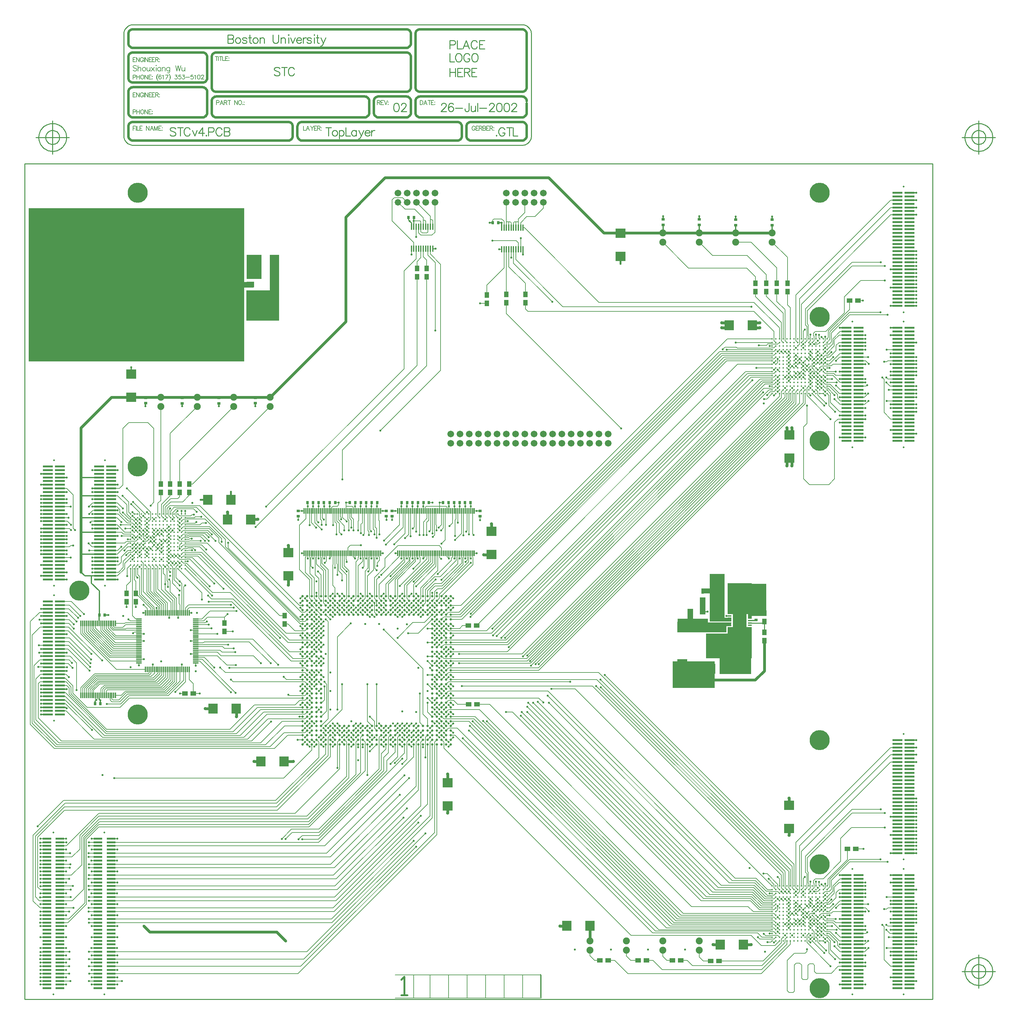
<source format=gtl>
%FSLAX24Y24*%
%MOIN*%
G70*
G01*
G75*
%ADD10R,0.1063X0.1004*%
%ADD11R,0.1004X0.1063*%
%ADD12R,0.1004X0.1063*%
%ADD13R,0.0315X0.0354*%
%ADD14C,0.0157*%
%ADD15C,0.0177*%
%ADD16C,0.0260*%
%ADD17C,0.0260*%
%ADD18R,0.0500X0.0600*%
%ADD19R,0.0165X0.0701*%
%ADD20R,0.0165X0.0701*%
%ADD21R,0.1063X0.0236*%
%ADD22R,0.0118X0.0591*%
%ADD23R,0.0600X0.0500*%
%ADD24R,0.1063X0.1004*%
%ADD25R,0.0354X0.0315*%
%ADD26R,0.1100X0.1150*%
%ADD27R,0.0600X0.1000*%
%ADD28R,0.0591X0.0118*%
%ADD29R,0.0118X0.0591*%
%ADD30R,0.0591X0.0118*%
%ADD31C,0.0230*%
%ADD32R,0.1063X0.0236*%
%ADD33R,0.0945X0.0236*%
%ADD34R,0.0945X0.0236*%
%ADD35R,0.0787X0.0591*%
%ADD36R,0.0787X0.1496*%
%ADD37R,0.0600X0.0600*%
%ADD38R,0.0256X0.0531*%
%ADD39R,0.1500X0.1100*%
%ADD40R,0.0413X0.0177*%
%ADD41C,0.0300*%
%ADD42C,0.0060*%
%ADD43C,0.0120*%
%ADD44C,0.0100*%
%ADD45C,0.0080*%
%ADD46C,0.0200*%
%ADD47C,0.0090*%
%ADD48R,0.3543X0.3277*%
%ADD49R,2.3300X1.6550*%
%ADD50R,0.1641X0.2598*%
%ADD51R,0.1260X0.0610*%
%ADD52R,0.1043X0.4154*%
%ADD53R,0.1595X0.4997*%
%ADD54R,0.1378X0.0433*%
%ADD55R,0.2343X0.0413*%
%ADD56R,0.2599X0.3378*%
%ADD57R,0.1457X0.1871*%
%ADD58R,0.0925X0.0729*%
%ADD59R,0.2599X0.0945*%
%ADD60R,0.4942X0.2658*%
%ADD61R,0.4548X0.2894*%
%ADD62R,0.3446X0.1871*%
%ADD63R,0.3288X0.1496*%
%ADD64R,0.0945X0.0532*%
%ADD65R,0.0610X0.1319*%
%ADD66R,0.0591X0.0650*%
%ADD67R,0.0413X0.0669*%
%ADD68R,0.0669X0.0158*%
%ADD69R,0.1713X0.3505*%
%ADD70C,0.0250*%
%ADD71C,0.0050*%
%ADD72C,0.0350*%
%ADD73C,0.0720*%
%ADD74P,0.0720X8X0*%
%ADD75C,0.0300*%
%ADD76C,0.0750*%
%ADD77C,0.0200*%
%ADD78C,0.2165*%
%ADD79C,0.2165*%
%ADD80C,0.0500*%
D10*
X75177Y77801D02*
D03*
Y75301D02*
D03*
X92377Y52951D02*
D03*
D11*
X67038Y60940D02*
D03*
X69538D02*
D03*
X72377Y104151D02*
D03*
X69877D02*
D03*
X73677Y109401D02*
D03*
X71177D02*
D03*
X105269Y37532D02*
D03*
X107769D02*
D03*
X122791Y102326D02*
D03*
X125291D02*
D03*
X123277Y65251D02*
D03*
X120777D02*
D03*
X66477Y83501D02*
D03*
X68977D02*
D03*
X121820Y35478D02*
D03*
X71127Y81351D02*
D03*
X124320Y35478D02*
D03*
X68627Y81351D02*
D03*
D12*
X72227Y55251D02*
D03*
X74727D02*
D03*
D13*
X97259Y113386D02*
D03*
X97850D02*
D03*
X88748Y113951D02*
D03*
X88157D02*
D03*
X83597Y83183D02*
D03*
X84778D02*
D03*
X83007D02*
D03*
X84188D02*
D03*
X81826D02*
D03*
X82416D02*
D03*
X77259D02*
D03*
X77849D02*
D03*
X80251D02*
D03*
X79660D02*
D03*
X78440D02*
D03*
X79030D02*
D03*
X92495D02*
D03*
X88597D02*
D03*
X89778D02*
D03*
X94857D02*
D03*
X87416D02*
D03*
X93676D02*
D03*
X91904D02*
D03*
X89188D02*
D03*
X90369D02*
D03*
X94267D02*
D03*
X55369Y71057D02*
D03*
X88007Y83183D02*
D03*
X93085D02*
D03*
X54306Y61490D02*
D03*
X54778Y71057D02*
D03*
X54896Y61490D02*
D03*
D14*
X62869Y78419D02*
D03*
Y78813D02*
D03*
Y79207D02*
D03*
Y78026D02*
D03*
X59719Y76057D02*
D03*
X60507D02*
D03*
X61294D02*
D03*
X62081D02*
D03*
X62475D02*
D03*
X63656D02*
D03*
X59326Y76451D02*
D03*
X61688D02*
D03*
X62081D02*
D03*
X58538Y76845D02*
D03*
X58932Y76845D02*
D03*
X59719D02*
D03*
X60113D02*
D03*
X60507D02*
D03*
X60900D02*
D03*
X61294D02*
D03*
X61688D02*
D03*
X62081D02*
D03*
X58932Y77238D02*
D03*
X59326D02*
D03*
X59719D02*
D03*
X60113D02*
D03*
X60507D02*
D03*
X60900D02*
D03*
X61294D02*
D03*
X61688D02*
D03*
X58932Y77632D02*
D03*
X60507D02*
D03*
X61294D02*
D03*
X61688D02*
D03*
X62475Y79601D02*
D03*
X61294Y80388D02*
D03*
X61688D02*
D03*
X60113Y80782D02*
D03*
X60507Y81175D02*
D03*
X61688D02*
D03*
X62475D02*
D03*
X58932Y81569D02*
D03*
X60113D02*
D03*
X60900D02*
D03*
X61688D02*
D03*
X60900Y81963D02*
D03*
X61294D02*
D03*
X61688D02*
D03*
X62869D02*
D03*
X60900Y77632D02*
D03*
X62081Y80782D02*
D03*
X61688D02*
D03*
X62081Y81175D02*
D03*
X61294Y80782D02*
D03*
X60900D02*
D03*
X61294Y81175D02*
D03*
X60900D02*
D03*
X62475Y80782D02*
D03*
X60507Y81569D02*
D03*
X59326Y81963D02*
D03*
X60507Y80782D02*
D03*
X59719Y81175D02*
D03*
X60900Y80388D02*
D03*
X62869Y77238D02*
D03*
Y76845D02*
D03*
Y76451D02*
D03*
Y76057D02*
D03*
X62475Y81963D02*
D03*
X62475Y81569D02*
D03*
X62475Y78813D02*
D03*
Y78419D02*
D03*
Y77238D02*
D03*
Y76845D02*
D03*
Y76451D02*
D03*
X62081Y81569D02*
D03*
Y77238D02*
D03*
X58144D02*
D03*
X58538D02*
D03*
X58144Y77632D02*
D03*
X58538D02*
D03*
X58144Y78026D02*
D03*
X58538D02*
D03*
X58932D02*
D03*
X59326D02*
D03*
X58144Y78419D02*
D03*
Y78813D02*
D03*
X58538D02*
D03*
X58932D02*
D03*
X59326D02*
D03*
X58144Y79601D02*
D03*
X58932D02*
D03*
X59719D02*
D03*
X58538Y79994D02*
D03*
X59326D02*
D03*
X58144Y80388D02*
D03*
X58932D02*
D03*
X59326D02*
D03*
X58144Y80782D02*
D03*
X58538D02*
D03*
X58932D02*
D03*
X59719D02*
D03*
X58144Y81175D02*
D03*
X58538D02*
D03*
X58932D02*
D03*
X59326D02*
D03*
Y81569D02*
D03*
X59719D02*
D03*
Y81963D02*
D03*
X58538Y78419D02*
D03*
X58932D02*
D03*
Y79994D02*
D03*
X58538Y80388D02*
D03*
X60113Y79207D02*
D03*
X58538Y79601D02*
D03*
X58144Y79994D02*
D03*
X64050Y76845D02*
D03*
Y81175D02*
D03*
X63656Y81963D02*
D03*
Y78813D02*
D03*
X63263Y79601D02*
D03*
X62475Y77632D02*
D03*
Y80388D02*
D03*
Y79207D02*
D03*
X62081Y78026D02*
D03*
Y79994D02*
D03*
X61688Y78419D02*
D03*
Y79601D02*
D03*
Y78813D02*
D03*
X61294Y79207D02*
D03*
Y78813D02*
D03*
X60900Y79207D02*
D03*
Y78813D02*
D03*
X60507Y78419D02*
D03*
Y80388D02*
D03*
Y79601D02*
D03*
X60113Y81963D02*
D03*
Y78026D02*
D03*
Y79994D02*
D03*
X59719Y77632D02*
D03*
Y80388D02*
D03*
X58932Y81963D02*
D03*
X58538D02*
D03*
X58144Y79207D02*
D03*
Y81963D02*
D03*
X58144Y76451D02*
D03*
X60113Y81175D02*
D03*
X59326Y79601D02*
D03*
X63263Y81175D02*
D03*
X62081Y81963D02*
D03*
X61294Y81569D02*
D03*
X60507Y81963D02*
D03*
X58932Y79207D02*
D03*
X63656Y78026D02*
D03*
X64050Y77632D02*
D03*
X63656Y77632D02*
D03*
X64050Y77238D02*
D03*
X63656D02*
D03*
X63656Y76845D02*
D03*
X64050Y76451D02*
D03*
Y76057D02*
D03*
Y78813D02*
D03*
X59326Y80782D02*
D03*
X63263Y81963D02*
D03*
X64050Y81569D02*
D03*
X63656Y81175D02*
D03*
X64050Y80782D02*
D03*
X63656D02*
D03*
X64050Y80388D02*
D03*
X63656D02*
D03*
X64050Y79994D02*
D03*
X63656Y79994D02*
D03*
X64050Y79601D02*
D03*
X63656D02*
D03*
X64050Y79207D02*
D03*
X63656D02*
D03*
X64050Y78419D02*
D03*
X63656D02*
D03*
X64050Y78026D02*
D03*
X63263Y80782D02*
D03*
Y80388D02*
D03*
Y79994D02*
D03*
Y79207D02*
D03*
Y78813D02*
D03*
Y78419D02*
D03*
Y78026D02*
D03*
X63263Y77632D02*
D03*
Y77238D02*
D03*
X63263Y76845D02*
D03*
X62869Y81569D02*
D03*
X62869Y81175D02*
D03*
Y80782D02*
D03*
Y80388D02*
D03*
Y79994D02*
D03*
Y79601D02*
D03*
X63656Y81569D02*
D03*
X63263Y76451D02*
D03*
X61688Y76057D02*
D03*
X61294Y76451D02*
D03*
X60900D02*
D03*
Y76057D02*
D03*
X60507Y76451D02*
D03*
X60113D02*
D03*
Y76057D02*
D03*
X59719Y76451D02*
D03*
X59326Y76845D02*
D03*
X59326Y76057D02*
D03*
X58932D02*
D03*
X59719Y78813D02*
D03*
X58538Y76451D02*
D03*
X58144Y76845D02*
D03*
X59326Y78419D02*
D03*
X58538Y76057D02*
D03*
X58144Y81569D02*
D03*
X58538Y79207D02*
D03*
X59719Y78419D02*
D03*
X58144Y76057D02*
D03*
X59326Y79207D02*
D03*
X63263Y76057D02*
D03*
X59719Y79207D02*
D03*
X62475Y78026D02*
D03*
X62081Y77632D02*
D03*
Y80388D02*
D03*
Y79601D02*
D03*
Y78813D02*
D03*
X61294Y78419D02*
D03*
Y79994D02*
D03*
Y79601D02*
D03*
X60900Y78419D02*
D03*
Y78026D02*
D03*
Y79601D02*
D03*
X60507Y78813D02*
D03*
X60113Y77632D02*
D03*
Y80388D02*
D03*
Y79601D02*
D03*
Y78813D02*
D03*
X59719Y78026D02*
D03*
X58538Y81569D02*
D03*
X62869Y77632D02*
D03*
X62475Y79994D02*
D03*
X62081Y78419D02*
D03*
Y79207D02*
D03*
X61688Y78026D02*
D03*
Y79994D02*
D03*
Y79207D02*
D03*
X61294Y78026D02*
D03*
X60900Y79994D02*
D03*
X60507Y78026D02*
D03*
Y79994D02*
D03*
Y79207D02*
D03*
X60113Y78419D02*
D03*
X59719Y79994D02*
D03*
X59326Y77632D02*
D03*
X63656Y76451D02*
D03*
X58932D02*
D03*
X63263Y81569D02*
D03*
X128223Y36293D02*
D03*
X132554Y41412D02*
D03*
X129404Y94955D02*
D03*
Y95349D02*
D03*
X129798D02*
D03*
Y94955D02*
D03*
X130585Y95349D02*
D03*
X130192D02*
D03*
X130979Y94955D02*
D03*
X130979Y95349D02*
D03*
X128617Y41412D02*
D03*
Y41805D02*
D03*
X129011Y41018D02*
D03*
Y41412D02*
D03*
X129404Y41018D02*
D03*
Y41412D02*
D03*
Y41805D02*
D03*
X127830Y37475D02*
D03*
X128223D02*
D03*
X129798Y41018D02*
D03*
X127436Y37868D02*
D03*
X127830D02*
D03*
X127436Y38262D02*
D03*
X127830D02*
D03*
X127436Y38656D02*
D03*
X127830D02*
D03*
X127436Y39443D02*
D03*
X127830D02*
D03*
X127436Y39837D02*
D03*
X127830D02*
D03*
X127436Y40231D02*
D03*
X127830D02*
D03*
X128223Y40231D02*
D03*
X127436Y40624D02*
D03*
X127830D02*
D03*
Y41018D02*
D03*
X127436Y41412D02*
D03*
Y41805D02*
D03*
X128223Y41018D02*
D03*
X128617D02*
D03*
X127436Y37475D02*
D03*
X128223Y37081D02*
D03*
X127830D02*
D03*
X127436Y37081D02*
D03*
X128223Y36687D02*
D03*
X127830D02*
D03*
X127436Y36293D02*
D03*
X128223Y35900D02*
D03*
X129404D02*
D03*
X129011Y35900D02*
D03*
Y36293D02*
D03*
X128617Y36293D02*
D03*
X129011Y38656D02*
D03*
X128617Y38262D02*
D03*
Y37868D02*
D03*
Y37475D02*
D03*
Y37081D02*
D03*
Y36687D02*
D03*
X128223Y40624D02*
D03*
Y39837D02*
D03*
Y39443D02*
D03*
Y39049D02*
D03*
Y38656D02*
D03*
Y37868D02*
D03*
X132160Y40231D02*
D03*
X131767Y37868D02*
D03*
X131373Y39443D02*
D03*
X130979Y38656D02*
D03*
Y37868D02*
D03*
Y39837D02*
D03*
X130585Y37868D02*
D03*
X130192Y39837D02*
D03*
X129798Y38656D02*
D03*
Y37868D02*
D03*
Y39837D02*
D03*
X129404Y38656D02*
D03*
Y39443D02*
D03*
X129011Y37868D02*
D03*
X128617Y40231D02*
D03*
X132160Y99286D02*
D03*
X131767Y96923D02*
D03*
X131373Y98498D02*
D03*
X130979Y97711D02*
D03*
Y96923D02*
D03*
Y98892D02*
D03*
X130585Y96923D02*
D03*
X130192Y98892D02*
D03*
X129798Y97711D02*
D03*
Y96923D02*
D03*
Y98892D02*
D03*
X129404Y97711D02*
D03*
Y98498D02*
D03*
X129011Y96923D02*
D03*
X128617Y99286D02*
D03*
X132948Y36293D02*
D03*
X131767Y39837D02*
D03*
X131373Y39049D02*
D03*
Y38262D02*
D03*
Y37475D02*
D03*
Y40231D02*
D03*
X130979Y39049D02*
D03*
X130585Y38262D02*
D03*
Y39837D02*
D03*
Y39443D02*
D03*
X130192Y38262D02*
D03*
Y37868D02*
D03*
Y39443D02*
D03*
X129404Y39049D02*
D03*
Y38262D02*
D03*
Y37475D02*
D03*
Y40231D02*
D03*
X129011Y39837D02*
D03*
X132948Y95349D02*
D03*
X131767Y98892D02*
D03*
X131373Y98105D02*
D03*
Y97317D02*
D03*
Y96530D02*
D03*
Y99286D02*
D03*
X130979Y98105D02*
D03*
X130585Y97317D02*
D03*
Y98892D02*
D03*
Y98498D02*
D03*
X130192Y97317D02*
D03*
Y96923D02*
D03*
Y98498D02*
D03*
X129404Y98105D02*
D03*
Y97317D02*
D03*
Y96530D02*
D03*
Y99286D02*
D03*
X129011Y98892D02*
D03*
X131767Y38656D02*
D03*
X131767Y97711D02*
D03*
X132554Y100467D02*
D03*
X128223Y41805D02*
D03*
X128223Y95349D02*
D03*
Y100860D02*
D03*
X127830Y41412D02*
D03*
X127830Y100467D02*
D03*
X132160Y38656D02*
D03*
X132160Y97711D02*
D03*
X133341Y41805D02*
D03*
X133341Y100860D02*
D03*
X131767Y39443D02*
D03*
X131767Y98498D02*
D03*
X132948Y38656D02*
D03*
X132948Y97711D02*
D03*
X133341Y36293D02*
D03*
X133341Y95349D02*
D03*
X132948Y41805D02*
D03*
X132948Y100860D02*
D03*
X132160Y39443D02*
D03*
X132160Y98498D02*
D03*
X128223Y41412D02*
D03*
X127830Y36293D02*
D03*
X129798Y41412D02*
D03*
Y41805D02*
D03*
X132160Y37081D02*
D03*
X127436Y39049D02*
D03*
X128223Y100467D02*
D03*
X127830Y95349D02*
D03*
X128223Y99679D02*
D03*
Y96923D02*
D03*
Y96136D02*
D03*
Y95742D02*
D03*
Y94955D02*
D03*
X127436Y95349D02*
D03*
X127830Y95742D02*
D03*
X127436Y96136D02*
D03*
X127830D02*
D03*
X127436Y96923D02*
D03*
X127830Y98498D02*
D03*
X127436D02*
D03*
X132160Y96136D02*
D03*
X127436Y98105D02*
D03*
X132554Y38656D02*
D03*
X132554Y97711D02*
D03*
X130585Y41412D02*
D03*
X130585Y100467D02*
D03*
X130585Y41018D02*
D03*
X130585Y100073D02*
D03*
X130979Y41412D02*
D03*
X130979Y100467D02*
D03*
X131373Y41805D02*
D03*
X131373Y100860D02*
D03*
X131373Y41412D02*
D03*
X131373Y100467D02*
D03*
X131373Y41018D02*
D03*
X131373Y100073D02*
D03*
X131767Y41412D02*
D03*
X131767Y100467D02*
D03*
X132160Y41805D02*
D03*
X132160Y100860D02*
D03*
X132554Y41805D02*
D03*
X132554Y100860D02*
D03*
X132948Y41412D02*
D03*
X132948Y100467D02*
D03*
X133341Y41412D02*
D03*
X133341Y100467D02*
D03*
X132948Y41018D02*
D03*
X132948Y100073D02*
D03*
X129404Y100860D02*
D03*
X127436D02*
D03*
X132160Y38262D02*
D03*
X132160Y97317D02*
D03*
X131373Y36687D02*
D03*
X131373Y95742D02*
D03*
X130192Y41412D02*
D03*
X130192Y100467D02*
D03*
X133341Y35900D02*
D03*
X133341Y94955D02*
D03*
X133341Y38656D02*
D03*
X132948Y35900D02*
D03*
X132554D02*
D03*
X131767Y39049D02*
D03*
Y37475D02*
D03*
Y40231D02*
D03*
X131373Y37868D02*
D03*
Y39837D02*
D03*
Y35900D02*
D03*
X130979Y38262D02*
D03*
Y37475D02*
D03*
Y39443D02*
D03*
X130585Y39049D02*
D03*
Y38656D02*
D03*
X130192Y39049D02*
D03*
Y38656D02*
D03*
X129798Y39049D02*
D03*
Y38262D02*
D03*
Y39443D02*
D03*
X129404Y37868D02*
D03*
Y39837D02*
D03*
X129011Y37475D02*
D03*
Y40231D02*
D03*
X128223Y38262D02*
D03*
X127830Y39049D02*
D03*
Y35900D02*
D03*
X127436Y36687D02*
D03*
Y41018D02*
D03*
X133341Y97711D02*
D03*
X132948Y94955D02*
D03*
X132554D02*
D03*
X131767Y98105D02*
D03*
Y96530D02*
D03*
Y99286D02*
D03*
X131373Y96923D02*
D03*
Y98892D02*
D03*
Y94955D02*
D03*
X130979Y97317D02*
D03*
Y96530D02*
D03*
Y98498D02*
D03*
X130585Y98105D02*
D03*
Y97711D02*
D03*
X130192Y98105D02*
D03*
Y97711D02*
D03*
X129798Y98105D02*
D03*
Y97317D02*
D03*
Y98498D02*
D03*
X129404Y96923D02*
D03*
Y98892D02*
D03*
X129011Y97711D02*
D03*
Y96530D02*
D03*
Y99286D02*
D03*
X128223Y97317D02*
D03*
X127830Y98105D02*
D03*
Y94955D02*
D03*
X127436Y95742D02*
D03*
Y100073D02*
D03*
X133341Y37868D02*
D03*
X133341Y96923D02*
D03*
X132948Y38262D02*
D03*
X132948Y97317D02*
D03*
X130192Y41018D02*
D03*
X130192Y100073D02*
D03*
X130585Y41805D02*
D03*
X130585Y100860D02*
D03*
X131373Y38656D02*
D03*
X131373Y97711D02*
D03*
X132948Y37475D02*
D03*
X132948Y96530D02*
D03*
X132554Y37868D02*
D03*
X132554Y96923D02*
D03*
X132554Y39443D02*
D03*
X132554Y98498D02*
D03*
X132948Y39443D02*
D03*
X132948Y98498D02*
D03*
X131767Y35900D02*
D03*
X131767Y94955D02*
D03*
X131767Y36293D02*
D03*
X131767Y95349D02*
D03*
X132160Y36293D02*
D03*
X132160Y95349D02*
D03*
X132160Y36687D02*
D03*
X132160Y95742D02*
D03*
X132554Y36687D02*
D03*
X132554Y95742D02*
D03*
X132948Y36687D02*
D03*
X132948Y95742D02*
D03*
X133341Y36687D02*
D03*
X133341Y95742D02*
D03*
X131767Y37081D02*
D03*
X131767Y96136D02*
D03*
X132554Y37081D02*
D03*
X132554Y96136D02*
D03*
X132948Y37081D02*
D03*
X132948Y96136D02*
D03*
X133341Y37081D02*
D03*
X133341Y96136D02*
D03*
X132160Y37475D02*
D03*
X132160Y96530D02*
D03*
X132554Y37475D02*
D03*
X132554Y96530D02*
D03*
X133341Y37475D02*
D03*
X133341Y96530D02*
D03*
X132160Y37868D02*
D03*
X132160Y96923D02*
D03*
X132948Y37868D02*
D03*
X132948Y96923D02*
D03*
X131767Y38262D02*
D03*
X131767Y97317D02*
D03*
X132554Y38262D02*
D03*
X132554Y97317D02*
D03*
X133341Y38262D02*
D03*
X133341Y97317D02*
D03*
X132160Y39049D02*
D03*
X132160Y98105D02*
D03*
X132554Y39049D02*
D03*
X132554Y98105D02*
D03*
X132948Y39049D02*
D03*
X132948Y98105D02*
D03*
X133341Y39049D02*
D03*
X133341Y98105D02*
D03*
X133341Y39443D02*
D03*
X133341Y98498D02*
D03*
X132160Y39837D02*
D03*
X132160Y98892D02*
D03*
X132554Y39837D02*
D03*
X132554Y98892D02*
D03*
X132948Y39837D02*
D03*
X132948Y98892D02*
D03*
X133341Y39837D02*
D03*
X133341Y98892D02*
D03*
X132948Y40231D02*
D03*
X132948Y99286D02*
D03*
X133341Y40231D02*
D03*
X133341Y99286D02*
D03*
X132948Y40624D02*
D03*
X132948Y99679D02*
D03*
X133341Y40624D02*
D03*
X133341Y99679D02*
D03*
X131767Y41805D02*
D03*
X130979D02*
D03*
X130192D02*
D03*
X129011D02*
D03*
X127830D02*
D03*
X132160Y41412D02*
D03*
X132554Y41018D02*
D03*
X132160D02*
D03*
X131767D02*
D03*
X130979D02*
D03*
X132554Y40624D02*
D03*
X132160D02*
D03*
X131767D02*
D03*
X131373D02*
D03*
X130585D02*
D03*
X130192D02*
D03*
X128617D02*
D03*
X132554Y40231D02*
D03*
X130979D02*
D03*
X130585D02*
D03*
X130192D02*
D03*
X129798D02*
D03*
X128617Y39837D02*
D03*
Y39443D02*
D03*
X129011Y39049D02*
D03*
X128617D02*
D03*
Y38656D02*
D03*
X129011Y38262D02*
D03*
X130585Y37475D02*
D03*
X131373Y37081D02*
D03*
X130979D02*
D03*
X129011D02*
D03*
X131767Y36687D02*
D03*
X130979D02*
D03*
X129798D02*
D03*
X129011D02*
D03*
X132554Y36293D02*
D03*
X131373D02*
D03*
X132160Y35900D02*
D03*
X130585D02*
D03*
X130192D02*
D03*
X128617D02*
D03*
X130585Y36687D02*
D03*
Y37081D02*
D03*
X129798Y40624D02*
D03*
X130192Y36687D02*
D03*
Y37081D02*
D03*
Y37475D02*
D03*
X129011Y39443D02*
D03*
Y40624D02*
D03*
X129404Y36293D02*
D03*
Y36687D02*
D03*
Y37081D02*
D03*
Y40624D02*
D03*
X129798Y35900D02*
D03*
Y36293D02*
D03*
Y37081D02*
D03*
Y37475D02*
D03*
X130979Y40624D02*
D03*
X133341Y41018D02*
D03*
X130192Y36293D02*
D03*
X130585D02*
D03*
X130979D02*
D03*
Y35900D02*
D03*
X130979Y99679D02*
D03*
X133341Y100073D02*
D03*
X130585Y95742D02*
D03*
X130192D02*
D03*
X131767Y100860D02*
D03*
X130979D02*
D03*
X130192D02*
D03*
X129011D02*
D03*
X127830D02*
D03*
X132160Y100467D02*
D03*
X132554Y100073D02*
D03*
X132160D02*
D03*
X131767D02*
D03*
X130979D02*
D03*
X128617D02*
D03*
X132554Y99679D02*
D03*
X132160D02*
D03*
X131767D02*
D03*
X131373D02*
D03*
X130585D02*
D03*
X130192D02*
D03*
X128617D02*
D03*
X132554Y99286D02*
D03*
X130979D02*
D03*
X130585D02*
D03*
X130192D02*
D03*
X129798D02*
D03*
X128617Y98892D02*
D03*
Y98498D02*
D03*
X129011Y98105D02*
D03*
X128617D02*
D03*
Y97711D02*
D03*
X129011Y97317D02*
D03*
X130585Y96530D02*
D03*
X131373Y96136D02*
D03*
X130979D02*
D03*
X129011D02*
D03*
X131767Y95742D02*
D03*
X130979D02*
D03*
X129798D02*
D03*
X129011D02*
D03*
X132554Y95349D02*
D03*
X131373D02*
D03*
X132160Y94955D02*
D03*
X130585D02*
D03*
X130192D02*
D03*
X128617D02*
D03*
X129404Y100073D02*
D03*
Y99679D02*
D03*
Y96136D02*
D03*
Y95742D02*
D03*
X129011Y100073D02*
D03*
Y99679D02*
D03*
X129798Y96530D02*
D03*
Y96136D02*
D03*
X129011Y98498D02*
D03*
X130192Y96530D02*
D03*
Y96136D02*
D03*
X129798Y100073D02*
D03*
Y99679D02*
D03*
X130585Y96136D02*
D03*
X128223Y98105D02*
D03*
Y98892D02*
D03*
X128617Y95742D02*
D03*
Y96136D02*
D03*
Y96530D02*
D03*
Y96923D02*
D03*
X129404Y100467D02*
D03*
X129798Y100860D02*
D03*
Y100467D02*
D03*
X128223Y97711D02*
D03*
Y98498D02*
D03*
Y99286D02*
D03*
Y100073D02*
D03*
X128617Y97317D02*
D03*
X129011Y100467D02*
D03*
X128617Y100467D02*
D03*
Y100860D02*
D03*
X127830Y96923D02*
D03*
X127436Y97317D02*
D03*
X127830Y96530D02*
D03*
X128223Y96530D02*
D03*
X127830Y97711D02*
D03*
Y99286D02*
D03*
X127436Y96530D02*
D03*
X127830Y97317D02*
D03*
X127436Y99679D02*
D03*
X127830D02*
D03*
X129011Y95349D02*
D03*
X127436Y100467D02*
D03*
X127830Y100073D02*
D03*
X127436Y99286D02*
D03*
X127436Y98892D02*
D03*
X127830Y98892D02*
D03*
X127436Y97711D02*
D03*
X128617Y95349D02*
D03*
X129011Y94955D02*
D03*
D15*
X64050Y81963D02*
D03*
X127436Y35900D02*
D03*
X127436Y94955D02*
D03*
D16*
X90727Y72101D02*
D03*
Y68101D02*
D03*
Y64601D02*
D03*
X78727Y65601D02*
D03*
X90727Y69601D02*
D03*
X78727Y60101D02*
D03*
Y61601D02*
D03*
X79227Y59101D02*
D03*
X84227D02*
D03*
X90727Y63101D02*
D03*
X89727Y59101D02*
D03*
X90727Y61601D02*
D03*
Y60101D02*
D03*
X78727Y63601D02*
D03*
Y64601D02*
D03*
X90727Y66601D02*
D03*
Y65601D02*
D03*
X77227Y65101D02*
D03*
X77727D02*
D03*
Y64601D02*
D03*
Y58601D02*
D03*
Y60101D02*
D03*
X78727Y60601D02*
D03*
Y59601D02*
D03*
Y64101D02*
D03*
X78227Y59601D02*
D03*
Y61101D02*
D03*
X78727D02*
D03*
X91727Y66601D02*
D03*
X91227Y67101D02*
D03*
Y70601D02*
D03*
X91727D02*
D03*
Y71601D02*
D03*
X92227D02*
D03*
X92727Y69101D02*
D03*
X91227Y70101D02*
D03*
Y67601D02*
D03*
X91727Y67101D02*
D03*
X92727D02*
D03*
X91227Y66101D02*
D03*
Y65601D02*
D03*
X91727D02*
D03*
X92727Y65101D02*
D03*
X92227D02*
D03*
X92727Y72101D02*
D03*
X91227Y69101D02*
D03*
X92727Y69601D02*
D03*
X90727Y66101D02*
D03*
Y68601D02*
D03*
Y67601D02*
D03*
Y67101D02*
D03*
X91227Y65101D02*
D03*
X84727Y57101D02*
D03*
Y58101D02*
D03*
Y57601D02*
D03*
X85227D02*
D03*
X78227Y58601D02*
D03*
X78727D02*
D03*
X78227Y58101D02*
D03*
X91727Y57101D02*
D03*
X92727D02*
D03*
Y57601D02*
D03*
Y58601D02*
D03*
Y59101D02*
D03*
Y60601D02*
D03*
Y61101D02*
D03*
Y61601D02*
D03*
Y62601D02*
D03*
Y63101D02*
D03*
Y63601D02*
D03*
Y64601D02*
D03*
Y65601D02*
D03*
Y66101D02*
D03*
Y66601D02*
D03*
Y67601D02*
D03*
Y68601D02*
D03*
Y70101D02*
D03*
Y70601D02*
D03*
Y71601D02*
D03*
Y72601D02*
D03*
Y73101D02*
D03*
X92227Y57101D02*
D03*
Y57601D02*
D03*
Y58101D02*
D03*
Y59601D02*
D03*
Y60101D02*
D03*
Y62101D02*
D03*
Y64101D02*
D03*
Y65601D02*
D03*
Y66101D02*
D03*
Y66601D02*
D03*
Y67101D02*
D03*
Y67601D02*
D03*
Y68101D02*
D03*
Y68601D02*
D03*
Y69101D02*
D03*
Y69601D02*
D03*
Y70601D02*
D03*
Y71101D02*
D03*
Y72101D02*
D03*
Y72601D02*
D03*
Y73101D02*
D03*
X91727Y58101D02*
D03*
Y62601D02*
D03*
Y66101D02*
D03*
Y67601D02*
D03*
Y68601D02*
D03*
Y69101D02*
D03*
Y69601D02*
D03*
Y70101D02*
D03*
Y72101D02*
D03*
Y72601D02*
D03*
Y73101D02*
D03*
X91227Y58101D02*
D03*
Y58601D02*
D03*
Y59101D02*
D03*
Y66601D02*
D03*
Y68601D02*
D03*
Y69601D02*
D03*
Y71601D02*
D03*
Y72101D02*
D03*
Y72601D02*
D03*
Y73101D02*
D03*
X90727Y58101D02*
D03*
Y58601D02*
D03*
Y59101D02*
D03*
Y62101D02*
D03*
Y62601D02*
D03*
Y65101D02*
D03*
Y69101D02*
D03*
Y70601D02*
D03*
Y71101D02*
D03*
Y71601D02*
D03*
Y72601D02*
D03*
Y73101D02*
D03*
X90227Y57601D02*
D03*
Y58601D02*
D03*
Y59101D02*
D03*
Y71101D02*
D03*
Y71601D02*
D03*
Y72101D02*
D03*
Y72601D02*
D03*
Y73101D02*
D03*
X89727Y57101D02*
D03*
Y71101D02*
D03*
Y71601D02*
D03*
Y72101D02*
D03*
Y72601D02*
D03*
Y73101D02*
D03*
X89227Y71101D02*
D03*
Y71601D02*
D03*
Y72101D02*
D03*
Y72601D02*
D03*
Y73101D02*
D03*
X88727Y57601D02*
D03*
Y59101D02*
D03*
Y71101D02*
D03*
Y71601D02*
D03*
Y72101D02*
D03*
Y72601D02*
D03*
Y73101D02*
D03*
X88227Y57101D02*
D03*
Y71101D02*
D03*
Y71601D02*
D03*
Y72101D02*
D03*
Y72601D02*
D03*
Y73101D02*
D03*
X87727Y71101D02*
D03*
Y71601D02*
D03*
Y72101D02*
D03*
Y72601D02*
D03*
Y73101D02*
D03*
X87227Y57101D02*
D03*
Y57601D02*
D03*
Y59101D02*
D03*
Y71101D02*
D03*
Y71601D02*
D03*
Y72101D02*
D03*
Y72601D02*
D03*
Y73101D02*
D03*
X86727Y57601D02*
D03*
Y71101D02*
D03*
Y71601D02*
D03*
Y72101D02*
D03*
Y72601D02*
D03*
Y73101D02*
D03*
X86227Y57101D02*
D03*
Y57601D02*
D03*
Y71101D02*
D03*
Y71601D02*
D03*
Y72101D02*
D03*
Y72601D02*
D03*
Y73101D02*
D03*
X85727Y57601D02*
D03*
Y71101D02*
D03*
Y71601D02*
D03*
Y72101D02*
D03*
Y72601D02*
D03*
Y73101D02*
D03*
X85227Y57101D02*
D03*
Y71101D02*
D03*
Y71601D02*
D03*
Y72101D02*
D03*
Y72601D02*
D03*
Y73101D02*
D03*
X84727Y71101D02*
D03*
Y71601D02*
D03*
Y72101D02*
D03*
Y72601D02*
D03*
Y73101D02*
D03*
X84227Y57101D02*
D03*
Y57601D02*
D03*
Y58101D02*
D03*
Y58601D02*
D03*
Y72601D02*
D03*
Y73101D02*
D03*
X83727Y57601D02*
D03*
Y72601D02*
D03*
X83227Y57101D02*
D03*
Y71601D02*
D03*
Y73101D02*
D03*
X82727Y57101D02*
D03*
Y72601D02*
D03*
X82227Y57101D02*
D03*
Y58101D02*
D03*
Y72101D02*
D03*
Y73101D02*
D03*
X81727Y57601D02*
D03*
X81227Y57101D02*
D03*
Y58101D02*
D03*
Y71101D02*
D03*
Y73101D02*
D03*
X80727Y72601D02*
D03*
Y73101D02*
D03*
X80227Y57101D02*
D03*
X79727Y57601D02*
D03*
Y72101D02*
D03*
Y73101D02*
D03*
X79227Y57601D02*
D03*
Y71101D02*
D03*
Y72601D02*
D03*
X78727Y57101D02*
D03*
Y59101D02*
D03*
Y62101D02*
D03*
Y62601D02*
D03*
Y63101D02*
D03*
Y65101D02*
D03*
Y66101D02*
D03*
Y66601D02*
D03*
Y67101D02*
D03*
Y67601D02*
D03*
Y68101D02*
D03*
Y68601D02*
D03*
Y69101D02*
D03*
Y69601D02*
D03*
Y70101D02*
D03*
Y70601D02*
D03*
Y71101D02*
D03*
Y71601D02*
D03*
X78227Y57101D02*
D03*
Y59101D02*
D03*
Y60101D02*
D03*
Y60601D02*
D03*
Y61601D02*
D03*
Y62101D02*
D03*
Y62601D02*
D03*
Y65101D02*
D03*
Y65601D02*
D03*
Y66101D02*
D03*
Y66601D02*
D03*
Y67101D02*
D03*
Y67601D02*
D03*
Y68101D02*
D03*
Y69601D02*
D03*
Y71101D02*
D03*
Y71601D02*
D03*
Y73101D02*
D03*
X77727Y57601D02*
D03*
Y58101D02*
D03*
Y64101D02*
D03*
Y65601D02*
D03*
Y66101D02*
D03*
Y66601D02*
D03*
Y67101D02*
D03*
Y67601D02*
D03*
Y68101D02*
D03*
Y68601D02*
D03*
Y69601D02*
D03*
Y70101D02*
D03*
Y71101D02*
D03*
Y71601D02*
D03*
Y72101D02*
D03*
X77227Y57101D02*
D03*
Y57601D02*
D03*
Y58101D02*
D03*
Y59601D02*
D03*
Y61101D02*
D03*
Y61601D02*
D03*
Y63101D02*
D03*
Y64101D02*
D03*
Y64601D02*
D03*
Y65601D02*
D03*
Y66101D02*
D03*
Y66601D02*
D03*
Y67101D02*
D03*
Y67601D02*
D03*
Y68101D02*
D03*
Y68601D02*
D03*
Y69601D02*
D03*
Y70101D02*
D03*
Y70601D02*
D03*
Y71601D02*
D03*
Y72101D02*
D03*
Y72601D02*
D03*
Y73101D02*
D03*
X76727Y57101D02*
D03*
Y57601D02*
D03*
Y58601D02*
D03*
Y60101D02*
D03*
Y61601D02*
D03*
Y62601D02*
D03*
Y63101D02*
D03*
Y63601D02*
D03*
Y64601D02*
D03*
Y65101D02*
D03*
Y65601D02*
D03*
Y66101D02*
D03*
Y66601D02*
D03*
Y67101D02*
D03*
Y67601D02*
D03*
Y68101D02*
D03*
Y68601D02*
D03*
Y69101D02*
D03*
Y69601D02*
D03*
Y70101D02*
D03*
Y70601D02*
D03*
Y71101D02*
D03*
Y71601D02*
D03*
Y72101D02*
D03*
Y72601D02*
D03*
Y73101D02*
D03*
X80227Y57601D02*
D03*
X79227Y58601D02*
D03*
X77727Y57101D02*
D03*
X79727Y59101D02*
D03*
X78727Y58101D02*
D03*
X78227Y57601D02*
D03*
X80227Y59101D02*
D03*
X78727Y57601D02*
D03*
X80727Y59101D02*
D03*
X79227Y57101D02*
D03*
X79727D02*
D03*
X80727Y58601D02*
D03*
X80227Y58101D02*
D03*
X81227Y59101D02*
D03*
X80727Y58101D02*
D03*
Y57601D02*
D03*
X81227Y58601D02*
D03*
X85227Y58101D02*
D03*
X85727Y57101D02*
D03*
Y58601D02*
D03*
X86227Y58101D02*
D03*
X86727Y57101D02*
D03*
X86227Y59101D02*
D03*
X86727Y58101D02*
D03*
Y58601D02*
D03*
X87227Y58101D02*
D03*
X86727Y59101D02*
D03*
X87727Y57101D02*
D03*
X87227Y58601D02*
D03*
X87727D02*
D03*
X88227Y57601D02*
D03*
X86227Y58601D02*
D03*
X83727Y59101D02*
D03*
X81727D02*
D03*
X80727Y57101D02*
D03*
X81727Y58601D02*
D03*
X81227Y57601D02*
D03*
X82227Y59101D02*
D03*
X81727Y58101D02*
D03*
Y57101D02*
D03*
X82227Y58601D02*
D03*
X82727Y59101D02*
D03*
Y58601D02*
D03*
Y58101D02*
D03*
Y57601D02*
D03*
X83227Y59101D02*
D03*
Y58601D02*
D03*
Y58101D02*
D03*
Y57601D02*
D03*
X83727Y58601D02*
D03*
Y57101D02*
D03*
Y58101D02*
D03*
X82227Y57601D02*
D03*
X90227Y58101D02*
D03*
X88227D02*
D03*
X88727Y57101D02*
D03*
X87727Y59101D02*
D03*
X88727Y58101D02*
D03*
X88227Y58601D02*
D03*
Y59101D02*
D03*
X88727Y58601D02*
D03*
X89727Y57601D02*
D03*
X90227Y57101D02*
D03*
X89727Y58101D02*
D03*
X89227Y58601D02*
D03*
Y59101D02*
D03*
X89727Y58601D02*
D03*
X89227Y58101D02*
D03*
X80727Y71601D02*
D03*
Y71101D02*
D03*
Y72101D02*
D03*
X81227Y71601D02*
D03*
Y72601D02*
D03*
Y72101D02*
D03*
X81727Y71101D02*
D03*
Y72101D02*
D03*
X84227D02*
D03*
Y71101D02*
D03*
X83727Y72101D02*
D03*
Y71101D02*
D03*
X83227Y72101D02*
D03*
X82727Y73101D02*
D03*
Y71601D02*
D03*
X82227Y72601D02*
D03*
X82727Y71101D02*
D03*
X83227D02*
D03*
Y72601D02*
D03*
X83727Y71601D02*
D03*
Y73101D02*
D03*
X84227Y71601D02*
D03*
X80227Y72601D02*
D03*
X79727Y71101D02*
D03*
X79227Y71601D02*
D03*
X78727Y73101D02*
D03*
X78227Y72101D02*
D03*
X77727Y72601D02*
D03*
Y73101D02*
D03*
X78227Y72601D02*
D03*
X80227Y71601D02*
D03*
X82227D02*
D03*
X80227Y71101D02*
D03*
X79727Y71601D02*
D03*
Y72601D02*
D03*
X81727D02*
D03*
Y73101D02*
D03*
X82227Y71101D02*
D03*
X81727Y71601D02*
D03*
X90727Y64101D02*
D03*
Y60601D02*
D03*
Y63601D02*
D03*
X91727Y57601D02*
D03*
X92727Y58101D02*
D03*
X91727Y58601D02*
D03*
X92227Y59101D02*
D03*
X90727Y59601D02*
D03*
X91227D02*
D03*
X92227Y63101D02*
D03*
X91727D02*
D03*
X91227D02*
D03*
X92227Y62601D02*
D03*
X91727Y61601D02*
D03*
X91227D02*
D03*
X92227Y64601D02*
D03*
Y61101D02*
D03*
X91727D02*
D03*
X91227D02*
D03*
X90727D02*
D03*
X92227Y60601D02*
D03*
X91727D02*
D03*
X91227D02*
D03*
X92727Y60101D02*
D03*
X91727D02*
D03*
X91227D02*
D03*
Y64601D02*
D03*
X92727Y64101D02*
D03*
X91727D02*
D03*
X91227D02*
D03*
X92227Y63601D02*
D03*
X76727Y64101D02*
D03*
X77227Y63601D02*
D03*
X77727D02*
D03*
X78227D02*
D03*
X77727Y63101D02*
D03*
X77227Y58601D02*
D03*
X78227Y64601D02*
D03*
Y64101D02*
D03*
X77227Y60101D02*
D03*
X77727Y59101D02*
D03*
X77227D02*
D03*
X76727D02*
D03*
X77727Y59601D02*
D03*
X76727D02*
D03*
Y58101D02*
D03*
Y62101D02*
D03*
X77227D02*
D03*
X77727D02*
D03*
Y61601D02*
D03*
X76727Y61101D02*
D03*
X77727D02*
D03*
X76727Y60601D02*
D03*
X77227D02*
D03*
X77727D02*
D03*
X78227Y63101D02*
D03*
X84727Y58601D02*
D03*
D17*
Y59101D02*
D03*
X90727Y70101D02*
D03*
X91227Y71101D02*
D03*
X91727D02*
D03*
X92727Y68101D02*
D03*
X91727D02*
D03*
X92227Y70101D02*
D03*
X92727Y71101D02*
D03*
X91227Y68101D02*
D03*
X78227Y68601D02*
D03*
Y69101D02*
D03*
Y70101D02*
D03*
Y70601D02*
D03*
X77727Y69101D02*
D03*
Y70601D02*
D03*
X77227Y69101D02*
D03*
Y71101D02*
D03*
X79727Y58601D02*
D03*
X79227Y58101D02*
D03*
X80227Y58601D02*
D03*
X79727Y58101D02*
D03*
X87727Y57601D02*
D03*
X85227Y58601D02*
D03*
Y59101D02*
D03*
X85727Y58101D02*
D03*
Y59101D02*
D03*
X87727Y58101D02*
D03*
X89227Y57101D02*
D03*
Y57601D02*
D03*
X90727Y57101D02*
D03*
Y57601D02*
D03*
X91227D02*
D03*
Y57101D02*
D03*
X80227Y73101D02*
D03*
Y72101D02*
D03*
X82727D02*
D03*
X79227D02*
D03*
X78727Y72601D02*
D03*
Y72101D02*
D03*
X79227Y73101D02*
D03*
X92227Y58601D02*
D03*
X91727Y59101D02*
D03*
Y65101D02*
D03*
Y62101D02*
D03*
X91227Y62601D02*
D03*
Y62101D02*
D03*
X92227Y61601D02*
D03*
X91727Y64601D02*
D03*
X92727Y59601D02*
D03*
X91727D02*
D03*
Y63601D02*
D03*
X91227D02*
D03*
X92727Y62101D02*
D03*
X77227Y62601D02*
D03*
X77727D02*
D03*
D18*
X96627Y104701D02*
D03*
Y105601D02*
D03*
X89077Y107551D02*
D03*
Y108451D02*
D03*
X74798Y70078D02*
D03*
Y70978D02*
D03*
X57711Y72475D02*
D03*
X58735D02*
D03*
X68277Y69301D02*
D03*
X98727Y104751D02*
D03*
X100777D02*
D03*
X90127Y107551D02*
D03*
X57711Y73375D02*
D03*
X98727Y105651D02*
D03*
X100777D02*
D03*
X90127Y108451D02*
D03*
X58735Y73375D02*
D03*
X68277Y70201D02*
D03*
X125627Y106851D02*
D03*
X126777D02*
D03*
X127927D02*
D03*
X129077D02*
D03*
X61412Y85191D02*
D03*
X62436D02*
D03*
X63459D02*
D03*
X64483D02*
D03*
X61412Y84291D02*
D03*
X126777Y105951D02*
D03*
X62436Y84291D02*
D03*
X127927Y105951D02*
D03*
X63459Y84291D02*
D03*
X129077Y105951D02*
D03*
X64483Y84291D02*
D03*
X125627Y105951D02*
D03*
X126577Y69201D02*
D03*
Y68301D02*
D03*
Y71251D02*
D03*
Y70351D02*
D03*
D19*
X98224Y110512D02*
D03*
X100527D02*
D03*
X98480Y112851D02*
D03*
X99504Y110512D02*
D03*
X100015Y112851D02*
D03*
X99759D02*
D03*
X99504D02*
D03*
X99248D02*
D03*
X98736D02*
D03*
X100527D02*
D03*
X100271Y110512D02*
D03*
X100015D02*
D03*
X98736D02*
D03*
X100271Y112851D02*
D03*
X98992D02*
D03*
X98224D02*
D03*
X89245Y110601D02*
D03*
X88989D02*
D03*
X88733D02*
D03*
X88989Y112939D02*
D03*
X89245D02*
D03*
X89501D02*
D03*
X89757D02*
D03*
X90013D02*
D03*
X90780D02*
D03*
X88733D02*
D03*
X90268D02*
D03*
X90524D02*
D03*
X90780Y110601D02*
D03*
X88477D02*
D03*
Y112939D02*
D03*
X90013Y110601D02*
D03*
D20*
X99248Y110512D02*
D03*
X98992D02*
D03*
X99759D02*
D03*
X98480D02*
D03*
X89757Y110601D02*
D03*
X89501D02*
D03*
X90524D02*
D03*
X90268D02*
D03*
D21*
X50526Y61490D02*
D03*
Y69758D02*
D03*
Y60703D02*
D03*
X49227Y71333D02*
D03*
Y69758D02*
D03*
X54739Y85900D02*
D03*
Y75270D02*
D03*
Y77632D02*
D03*
Y79994D02*
D03*
Y81569D02*
D03*
Y83931D02*
D03*
X140959Y37475D02*
D03*
Y96530D02*
D03*
X50526Y80388D02*
D03*
X142259Y37868D02*
D03*
Y96923D02*
D03*
X49227Y79994D02*
D03*
X142259Y38656D02*
D03*
Y97711D02*
D03*
X49227Y79207D02*
D03*
X140959Y33144D02*
D03*
Y92199D02*
D03*
X50526Y84719D02*
D03*
X135448Y33931D02*
D03*
Y92986D02*
D03*
X56038Y83931D02*
D03*
X49227Y60703D02*
D03*
X140959Y38262D02*
D03*
Y97317D02*
D03*
X50526Y79601D02*
D03*
X135448Y39049D02*
D03*
Y98105D02*
D03*
X56038Y78813D02*
D03*
X142259Y50860D02*
D03*
Y109916D02*
D03*
Y50467D02*
D03*
Y109522D02*
D03*
Y50073D02*
D03*
Y109128D02*
D03*
Y49679D02*
D03*
Y108734D02*
D03*
Y48892D02*
D03*
Y107947D02*
D03*
Y48498D02*
D03*
Y107553D02*
D03*
Y48105D02*
D03*
Y107160D02*
D03*
Y47711D02*
D03*
Y106766D02*
D03*
Y46923D02*
D03*
Y105979D02*
D03*
Y46530D02*
D03*
Y105585D02*
D03*
Y46136D02*
D03*
Y105191D02*
D03*
Y45742D02*
D03*
Y104797D02*
D03*
X136747Y37475D02*
D03*
Y96530D02*
D03*
X54739Y80388D02*
D03*
X136747Y31175D02*
D03*
Y90231D02*
D03*
X54739Y86687D02*
D03*
X140959Y56766D02*
D03*
Y115821D02*
D03*
X49227Y61490D02*
D03*
X136747Y33538D02*
D03*
Y92593D02*
D03*
X54739Y84325D02*
D03*
X49227Y60309D02*
D03*
Y61097D02*
D03*
Y61884D02*
D03*
Y62671D02*
D03*
Y63459D02*
D03*
Y64246D02*
D03*
Y65034D02*
D03*
Y65821D02*
D03*
Y66608D02*
D03*
Y67396D02*
D03*
X50526Y85900D02*
D03*
Y74876D02*
D03*
X49227Y86294D02*
D03*
X50526Y75664D02*
D03*
X49227Y76451D02*
D03*
X50526Y78026D02*
D03*
X49227Y78813D02*
D03*
Y79601D02*
D03*
X50526Y79994D02*
D03*
Y80782D02*
D03*
X49227Y81569D02*
D03*
X50526Y83144D02*
D03*
X49227Y83931D02*
D03*
X56038Y74876D02*
D03*
X54739Y76451D02*
D03*
X56038Y77238D02*
D03*
X54739Y78813D02*
D03*
X56038Y79601D02*
D03*
Y80388D02*
D03*
X54739Y80782D02*
D03*
X56038Y86687D02*
D03*
Y82356D02*
D03*
X54739Y82750D02*
D03*
X56038Y84325D02*
D03*
X54739Y84719D02*
D03*
X56038Y85112D02*
D03*
X142259Y57553D02*
D03*
Y56766D02*
D03*
Y55979D02*
D03*
Y55191D02*
D03*
Y51254D02*
D03*
Y49286D02*
D03*
X140959D02*
D03*
X142259Y45349D02*
D03*
Y47317D02*
D03*
X140959D02*
D03*
Y45349D02*
D03*
Y31963D02*
D03*
Y42986D02*
D03*
X142259Y31569D02*
D03*
X140959Y42199D02*
D03*
X142259Y41412D02*
D03*
X140959Y39837D02*
D03*
X142259Y39049D02*
D03*
Y38262D02*
D03*
X140959Y37868D02*
D03*
Y37081D02*
D03*
X142259Y36293D02*
D03*
X140959Y34719D02*
D03*
X142259Y33931D02*
D03*
X135448Y42986D02*
D03*
X136747Y41412D02*
D03*
X135448Y40624D02*
D03*
X136747Y39049D02*
D03*
X135448Y38262D02*
D03*
Y37475D02*
D03*
X136747Y37081D02*
D03*
X135448Y31175D02*
D03*
Y35506D02*
D03*
X136747Y35112D02*
D03*
X135448Y33538D02*
D03*
X136747Y33144D02*
D03*
X135448Y32750D02*
D03*
X142259Y116608D02*
D03*
Y115821D02*
D03*
Y115034D02*
D03*
Y114246D02*
D03*
Y110309D02*
D03*
Y108341D02*
D03*
X140959D02*
D03*
X142259Y104404D02*
D03*
Y106372D02*
D03*
X140959D02*
D03*
Y104404D02*
D03*
Y91018D02*
D03*
Y102042D02*
D03*
X142259Y90624D02*
D03*
X140959Y101254D02*
D03*
X142259Y100467D02*
D03*
X140959Y98892D02*
D03*
X142259Y98105D02*
D03*
Y97317D02*
D03*
X140959Y96923D02*
D03*
Y96136D02*
D03*
X142259Y95349D02*
D03*
X140959Y93774D02*
D03*
X142259Y92986D02*
D03*
X135448Y102042D02*
D03*
X136747Y100467D02*
D03*
X135448Y99679D02*
D03*
X136747Y98105D02*
D03*
X135448Y97317D02*
D03*
Y96530D02*
D03*
X136747Y96136D02*
D03*
X135448Y90231D02*
D03*
Y94561D02*
D03*
X136747Y94168D02*
D03*
X135448Y92593D02*
D03*
X136747Y92199D02*
D03*
X135448Y91805D02*
D03*
Y37081D02*
D03*
Y96136D02*
D03*
X56038Y80782D02*
D03*
X135448Y37868D02*
D03*
Y96923D02*
D03*
X56038Y79994D02*
D03*
X140959Y55979D02*
D03*
Y115034D02*
D03*
X49227Y62278D02*
D03*
X140959Y55191D02*
D03*
Y114246D02*
D03*
X49227Y63065D02*
D03*
X135448Y33144D02*
D03*
Y92199D02*
D03*
X56038Y84719D02*
D03*
X136747Y35506D02*
D03*
Y94561D02*
D03*
X54739Y82356D02*
D03*
X142259Y36687D02*
D03*
Y95742D02*
D03*
X49227Y81175D02*
D03*
X140959Y39049D02*
D03*
Y98105D02*
D03*
X50526Y78813D02*
D03*
X136747Y40624D02*
D03*
Y99679D02*
D03*
X54739Y77238D02*
D03*
X136747Y34325D02*
D03*
Y93380D02*
D03*
X54739Y83538D02*
D03*
X140959Y34325D02*
D03*
Y93380D02*
D03*
X50526Y83538D02*
D03*
X142259Y34325D02*
D03*
Y93380D02*
D03*
X49227Y83538D02*
D03*
X135448Y34719D02*
D03*
Y93774D02*
D03*
X56038Y83144D02*
D03*
X136747Y34719D02*
D03*
Y93774D02*
D03*
X54739Y83144D02*
D03*
X142259Y34719D02*
D03*
Y93774D02*
D03*
X49227Y83144D02*
D03*
X135448Y35112D02*
D03*
Y94168D02*
D03*
X56038Y82750D02*
D03*
X140959Y35112D02*
D03*
Y94168D02*
D03*
X50526Y82750D02*
D03*
X142259Y35506D02*
D03*
Y94561D02*
D03*
X49227Y82356D02*
D03*
X135448Y35900D02*
D03*
Y94955D02*
D03*
X56038Y81963D02*
D03*
X136747Y35900D02*
D03*
Y94955D02*
D03*
X54739Y81963D02*
D03*
X142259Y35900D02*
D03*
Y94955D02*
D03*
X49227Y81963D02*
D03*
X135448Y36293D02*
D03*
Y95349D02*
D03*
X56038Y81569D02*
D03*
X140959Y36293D02*
D03*
Y95349D02*
D03*
X50526Y81569D02*
D03*
X136747Y36687D02*
D03*
Y95742D02*
D03*
X54739Y81175D02*
D03*
X140959Y36687D02*
D03*
Y95742D02*
D03*
X50526Y81175D02*
D03*
X136747Y39443D02*
D03*
Y98498D02*
D03*
X54739Y78419D02*
D03*
X140959Y39443D02*
D03*
Y98498D02*
D03*
X50526Y78419D02*
D03*
X142259Y39443D02*
D03*
Y98498D02*
D03*
X49227Y78419D02*
D03*
X135448Y39837D02*
D03*
Y98892D02*
D03*
X56038Y78026D02*
D03*
X136747Y39837D02*
D03*
Y98892D02*
D03*
X54739Y78026D02*
D03*
X142259Y39837D02*
D03*
Y98892D02*
D03*
X49227Y78026D02*
D03*
X135448Y40231D02*
D03*
Y99286D02*
D03*
X56038Y77632D02*
D03*
X140959Y40231D02*
D03*
Y99286D02*
D03*
X50526Y77632D02*
D03*
X140959Y40624D02*
D03*
Y99679D02*
D03*
X50526Y77238D02*
D03*
X135448Y41018D02*
D03*
Y100073D02*
D03*
X56038Y76845D02*
D03*
X136747Y41018D02*
D03*
Y100073D02*
D03*
X54739Y76845D02*
D03*
X135448Y41412D02*
D03*
Y100467D02*
D03*
X56038Y76451D02*
D03*
X136747Y41805D02*
D03*
Y100860D02*
D03*
X54739Y76057D02*
D03*
X135448Y42199D02*
D03*
Y101254D02*
D03*
X56038Y75664D02*
D03*
X136747Y42199D02*
D03*
Y101254D02*
D03*
X54739Y75664D02*
D03*
X135448Y42593D02*
D03*
Y101648D02*
D03*
X56038Y75270D02*
D03*
X50526Y60309D02*
D03*
X49227Y72514D02*
D03*
Y72120D02*
D03*
Y69364D02*
D03*
Y68971D02*
D03*
Y68577D02*
D03*
Y68183D02*
D03*
X50526Y87081D02*
D03*
Y86687D02*
D03*
Y86294D02*
D03*
Y85506D02*
D03*
Y85112D02*
D03*
Y83931D02*
D03*
Y82356D02*
D03*
Y76451D02*
D03*
Y76057D02*
D03*
Y75270D02*
D03*
X49227Y87081D02*
D03*
Y86687D02*
D03*
Y85900D02*
D03*
Y85506D02*
D03*
Y84719D02*
D03*
Y84325D02*
D03*
Y80782D02*
D03*
Y77238D02*
D03*
Y76845D02*
D03*
Y76057D02*
D03*
Y75664D02*
D03*
Y74876D02*
D03*
X54739Y79601D02*
D03*
X56038Y87081D02*
D03*
Y86294D02*
D03*
Y85900D02*
D03*
Y85506D02*
D03*
Y79207D02*
D03*
X54739Y87081D02*
D03*
Y86294D02*
D03*
Y85506D02*
D03*
Y85112D02*
D03*
Y79207D02*
D03*
Y74876D02*
D03*
X140959Y45742D02*
D03*
Y46136D02*
D03*
Y46530D02*
D03*
Y46923D02*
D03*
Y47711D02*
D03*
Y48498D02*
D03*
Y48892D02*
D03*
Y49679D02*
D03*
Y50073D02*
D03*
Y50467D02*
D03*
Y50860D02*
D03*
Y51254D02*
D03*
Y51648D02*
D03*
Y52042D02*
D03*
Y52435D02*
D03*
Y52829D02*
D03*
Y53223D02*
D03*
Y53616D02*
D03*
Y54010D02*
D03*
Y54404D02*
D03*
Y54797D02*
D03*
Y55585D02*
D03*
Y56372D02*
D03*
Y57160D02*
D03*
Y57553D02*
D03*
X142259Y51648D02*
D03*
Y52042D02*
D03*
Y52435D02*
D03*
Y52829D02*
D03*
Y53223D02*
D03*
Y53616D02*
D03*
Y54010D02*
D03*
Y54404D02*
D03*
Y54797D02*
D03*
Y55585D02*
D03*
Y56372D02*
D03*
Y57160D02*
D03*
X140959Y48105D02*
D03*
Y30782D02*
D03*
Y31175D02*
D03*
Y31569D02*
D03*
Y32356D02*
D03*
Y32750D02*
D03*
Y33931D02*
D03*
Y35506D02*
D03*
Y35900D02*
D03*
Y38656D02*
D03*
Y41018D02*
D03*
Y41412D02*
D03*
Y41805D02*
D03*
Y42593D02*
D03*
X142259Y30782D02*
D03*
Y31175D02*
D03*
Y31963D02*
D03*
Y32356D02*
D03*
Y32750D02*
D03*
Y33144D02*
D03*
Y33538D02*
D03*
Y35112D02*
D03*
Y37081D02*
D03*
Y37475D02*
D03*
Y40231D02*
D03*
Y40624D02*
D03*
Y41018D02*
D03*
Y41805D02*
D03*
Y42199D02*
D03*
Y42593D02*
D03*
Y42986D02*
D03*
X140959Y33538D02*
D03*
X136747Y42986D02*
D03*
Y42593D02*
D03*
Y40231D02*
D03*
Y38656D02*
D03*
Y37868D02*
D03*
Y36293D02*
D03*
Y33931D02*
D03*
Y32750D02*
D03*
Y32356D02*
D03*
Y31963D02*
D03*
Y31569D02*
D03*
Y30782D02*
D03*
X135448Y41805D02*
D03*
Y39443D02*
D03*
Y38656D02*
D03*
Y36687D02*
D03*
Y34325D02*
D03*
Y32356D02*
D03*
Y31963D02*
D03*
Y31569D02*
D03*
Y30782D02*
D03*
X136747Y38262D02*
D03*
X140959Y107160D02*
D03*
X142259Y116215D02*
D03*
Y115427D02*
D03*
Y114640D02*
D03*
Y113853D02*
D03*
Y113459D02*
D03*
Y113065D02*
D03*
Y112671D02*
D03*
Y112278D02*
D03*
Y111884D02*
D03*
Y111490D02*
D03*
Y111097D02*
D03*
Y110703D02*
D03*
X140959Y116608D02*
D03*
Y116215D02*
D03*
Y115427D02*
D03*
Y114640D02*
D03*
Y113853D02*
D03*
Y113459D02*
D03*
Y113065D02*
D03*
Y112671D02*
D03*
Y112278D02*
D03*
Y111884D02*
D03*
Y111490D02*
D03*
Y111097D02*
D03*
Y110703D02*
D03*
Y110309D02*
D03*
Y109916D02*
D03*
Y109522D02*
D03*
Y109128D02*
D03*
Y108734D02*
D03*
Y107947D02*
D03*
Y107553D02*
D03*
Y106766D02*
D03*
Y105979D02*
D03*
Y105585D02*
D03*
Y105191D02*
D03*
Y104797D02*
D03*
Y92593D02*
D03*
X142259Y102042D02*
D03*
Y101648D02*
D03*
Y101254D02*
D03*
Y100860D02*
D03*
Y100073D02*
D03*
Y99679D02*
D03*
Y99286D02*
D03*
Y96530D02*
D03*
Y96136D02*
D03*
Y94168D02*
D03*
Y92593D02*
D03*
Y92199D02*
D03*
Y91805D02*
D03*
Y91412D02*
D03*
Y91018D02*
D03*
Y90231D02*
D03*
Y89837D02*
D03*
X140959Y101648D02*
D03*
Y100860D02*
D03*
Y100467D02*
D03*
Y100073D02*
D03*
Y97711D02*
D03*
Y94955D02*
D03*
Y94561D02*
D03*
Y92986D02*
D03*
Y91805D02*
D03*
Y91412D02*
D03*
Y90624D02*
D03*
Y90231D02*
D03*
Y89837D02*
D03*
X136747Y102042D02*
D03*
Y101648D02*
D03*
Y99286D02*
D03*
Y97711D02*
D03*
Y96923D02*
D03*
Y95349D02*
D03*
Y92986D02*
D03*
Y91805D02*
D03*
Y91412D02*
D03*
Y91018D02*
D03*
Y90624D02*
D03*
Y89837D02*
D03*
X135448Y100860D02*
D03*
Y98498D02*
D03*
Y97711D02*
D03*
Y95742D02*
D03*
Y93380D02*
D03*
Y91412D02*
D03*
Y91018D02*
D03*
Y90624D02*
D03*
Y89837D02*
D03*
X136747Y97317D02*
D03*
X49227Y70939D02*
D03*
Y70152D02*
D03*
X50526Y68971D02*
D03*
Y67002D02*
D03*
Y65034D02*
D03*
Y63065D02*
D03*
Y61097D02*
D03*
X49227Y71727D02*
D03*
X50526Y70939D02*
D03*
Y68577D02*
D03*
Y68183D02*
D03*
Y67790D02*
D03*
Y67396D02*
D03*
Y72514D02*
D03*
Y72120D02*
D03*
Y71727D02*
D03*
Y71333D02*
D03*
Y70545D02*
D03*
Y69364D02*
D03*
X49227Y70545D02*
D03*
Y67790D02*
D03*
Y67002D02*
D03*
Y66215D02*
D03*
Y65427D02*
D03*
Y64640D02*
D03*
Y63853D02*
D03*
X50526Y66215D02*
D03*
Y65821D02*
D03*
Y65427D02*
D03*
Y64640D02*
D03*
Y64246D02*
D03*
Y63853D02*
D03*
Y63459D02*
D03*
Y62671D02*
D03*
Y62278D02*
D03*
Y61884D02*
D03*
Y66608D02*
D03*
Y70152D02*
D03*
X49227Y85112D02*
D03*
X50526Y84325D02*
D03*
X49227Y82750D02*
D03*
X50526Y81963D02*
D03*
X49227Y80388D02*
D03*
X50526Y79207D02*
D03*
X49227Y77632D02*
D03*
X50526Y76845D02*
D03*
X49227Y75270D02*
D03*
D22*
X81609Y77711D02*
D03*
X79444D02*
D03*
X81806D02*
D03*
X82003D02*
D03*
X82593D02*
D03*
X79444Y82278D02*
D03*
X81215D02*
D03*
X82593D02*
D03*
X82987D02*
D03*
X82200D02*
D03*
X79837D02*
D03*
X79050D02*
D03*
X77869D02*
D03*
X76885Y77711D02*
D03*
X77278D02*
D03*
X78459D02*
D03*
X79641D02*
D03*
X79837D02*
D03*
X84168Y82278D02*
D03*
X82200Y77711D02*
D03*
X82396D02*
D03*
X83578D02*
D03*
X84759D02*
D03*
X85152D02*
D03*
Y82278D02*
D03*
X82396D02*
D03*
X79641D02*
D03*
X84759D02*
D03*
X78459D02*
D03*
X77278D02*
D03*
X76885D02*
D03*
X77869Y77711D02*
D03*
X79050D02*
D03*
X82987D02*
D03*
X84168D02*
D03*
X83578Y82278D02*
D03*
X80428D02*
D03*
X80231D02*
D03*
X80034D02*
D03*
Y77711D02*
D03*
X80231D02*
D03*
X80428D02*
D03*
X80625D02*
D03*
X80822D02*
D03*
X81018D02*
D03*
X81215D02*
D03*
X80625Y82278D02*
D03*
X81018D02*
D03*
X80822D02*
D03*
X81806D02*
D03*
X84955D02*
D03*
X84562D02*
D03*
X84365D02*
D03*
X83971D02*
D03*
X83774D02*
D03*
X83381D02*
D03*
X83184D02*
D03*
X82790D02*
D03*
Y77711D02*
D03*
X83184D02*
D03*
X83381D02*
D03*
X83774D02*
D03*
X83971D02*
D03*
X84365D02*
D03*
X84562D02*
D03*
X84955D02*
D03*
X79247Y82278D02*
D03*
X78853D02*
D03*
X78656D02*
D03*
X78263D02*
D03*
X78066D02*
D03*
X77672D02*
D03*
X77475D02*
D03*
X77081D02*
D03*
Y77711D02*
D03*
X77475D02*
D03*
X77672D02*
D03*
X78066D02*
D03*
X78263D02*
D03*
X78656D02*
D03*
X78853D02*
D03*
X79247D02*
D03*
X81609Y82278D02*
D03*
X82003D02*
D03*
X81412D02*
D03*
Y77711D02*
D03*
X54759Y62396D02*
D03*
Y70152D02*
D03*
X62711Y71293D02*
D03*
X62908D02*
D03*
X63499D02*
D03*
X63892D02*
D03*
X64286D02*
D03*
X64089D02*
D03*
X56137Y62396D02*
D03*
X54365Y70152D02*
D03*
X55940Y62396D02*
D03*
X55546D02*
D03*
X55349D02*
D03*
X55152D02*
D03*
X54955D02*
D03*
X54168D02*
D03*
X53971D02*
D03*
X53774D02*
D03*
X53578D02*
D03*
X54955Y70152D02*
D03*
X56530D02*
D03*
X56333D02*
D03*
X56137D02*
D03*
X55940D02*
D03*
X55743D02*
D03*
X55546D02*
D03*
X55349D02*
D03*
X55152D02*
D03*
X54168D02*
D03*
X53971D02*
D03*
X53774D02*
D03*
X53578D02*
D03*
X53381D02*
D03*
X53184D02*
D03*
X52987D02*
D03*
X52790D02*
D03*
Y62396D02*
D03*
X52987D02*
D03*
X53184D02*
D03*
X53381D02*
D03*
X54562D02*
D03*
X54365D02*
D03*
X54562Y70152D02*
D03*
X56333Y62396D02*
D03*
X55743D02*
D03*
X91727Y77711D02*
D03*
X89562D02*
D03*
X91924D02*
D03*
X92121D02*
D03*
X92711D02*
D03*
X89562Y82278D02*
D03*
X91333D02*
D03*
X92711D02*
D03*
X93105D02*
D03*
X92318D02*
D03*
X89956D02*
D03*
X89168D02*
D03*
X87987D02*
D03*
X87003Y77711D02*
D03*
X87396D02*
D03*
X88578D02*
D03*
X89759D02*
D03*
X89956D02*
D03*
X94286Y82278D02*
D03*
X92318Y77711D02*
D03*
X92515D02*
D03*
X93696D02*
D03*
X94877D02*
D03*
X95270D02*
D03*
Y82278D02*
D03*
X92515D02*
D03*
X89759D02*
D03*
X94877D02*
D03*
X88578D02*
D03*
X87396D02*
D03*
X87003D02*
D03*
X87987Y77711D02*
D03*
X89168D02*
D03*
X93105D02*
D03*
X94286D02*
D03*
X93696Y82278D02*
D03*
X90546D02*
D03*
X90349D02*
D03*
X90152D02*
D03*
Y77711D02*
D03*
X90349D02*
D03*
X90546D02*
D03*
X90743D02*
D03*
X90940D02*
D03*
X91137D02*
D03*
X91333D02*
D03*
X90743Y82278D02*
D03*
X91137D02*
D03*
X90940D02*
D03*
X91924D02*
D03*
X95074D02*
D03*
X94680D02*
D03*
X94483D02*
D03*
X94089D02*
D03*
X93892D02*
D03*
X93499D02*
D03*
X93302D02*
D03*
X92908D02*
D03*
Y77711D02*
D03*
X93302D02*
D03*
X93499D02*
D03*
X93892D02*
D03*
X94089D02*
D03*
X94483D02*
D03*
X94680D02*
D03*
X95074D02*
D03*
X89365Y82278D02*
D03*
X88971D02*
D03*
X88774D02*
D03*
X88381D02*
D03*
X88184D02*
D03*
X87790D02*
D03*
X87593D02*
D03*
X87200D02*
D03*
Y77711D02*
D03*
X87593D02*
D03*
X87790D02*
D03*
X88184D02*
D03*
X88381D02*
D03*
X88774D02*
D03*
X88971D02*
D03*
X89365D02*
D03*
X91727Y82278D02*
D03*
X92121D02*
D03*
X91530D02*
D03*
Y77711D02*
D03*
X63105Y65191D02*
D03*
X63499D02*
D03*
X56530Y62396D02*
D03*
X62908Y65191D02*
D03*
X64483D02*
D03*
X64089D02*
D03*
D23*
X94646Y61412D02*
D03*
X94607Y69915D02*
D03*
X95546Y61412D02*
D03*
X95507Y69915D02*
D03*
X64027Y62601D02*
D03*
X136452Y45821D02*
D03*
X136682Y104994D02*
D03*
X135552Y45821D02*
D03*
X135782Y104994D02*
D03*
X64927Y62601D02*
D03*
X108814Y33774D02*
D03*
X112948D02*
D03*
X116648D02*
D03*
X120782Y33734D02*
D03*
X109714Y33774D02*
D03*
X113848D02*
D03*
X117548D02*
D03*
X121682Y33734D02*
D03*
D24*
X129247Y48026D02*
D03*
Y50526D02*
D03*
X92377Y50451D02*
D03*
X97117Y77590D02*
D03*
Y80090D02*
D03*
X129285Y87974D02*
D03*
X111038Y109758D02*
D03*
X58223Y97061D02*
D03*
X129285Y90474D02*
D03*
X111038Y112258D02*
D03*
X58223Y94561D02*
D03*
D25*
X76255Y81707D02*
D03*
Y82297D02*
D03*
X95900D02*
D03*
X85763D02*
D03*
X86373D02*
D03*
X71609Y93912D02*
D03*
X95900Y81707D02*
D03*
X119562Y113754D02*
D03*
X63735Y93892D02*
D03*
X127436Y113715D02*
D03*
X85763Y81707D02*
D03*
X123499Y113715D02*
D03*
X86373Y81707D02*
D03*
X115664Y113754D02*
D03*
X67672Y93892D02*
D03*
X59774Y93909D02*
D03*
X71609Y94502D02*
D03*
X119562Y113164D02*
D03*
X63735Y94482D02*
D03*
X127436Y113124D02*
D03*
X123499Y113124D02*
D03*
X115664Y113164D02*
D03*
X67672Y94482D02*
D03*
X59774Y94499D02*
D03*
X125677Y71121D02*
D03*
Y70531D02*
D03*
D26*
X117721Y69769D02*
D03*
Y65719D02*
D03*
D27*
X121627Y74001D02*
D03*
Y72451D02*
D03*
X122977Y74001D02*
D03*
Y72451D02*
D03*
D28*
X59070Y66274D02*
D03*
Y68242D02*
D03*
X65172D02*
D03*
Y65880D02*
D03*
Y70014D02*
D03*
X59070Y69227D02*
D03*
X65172Y69620D02*
D03*
Y70211D02*
D03*
X59070Y70605D02*
D03*
Y67652D02*
D03*
Y67849D02*
D03*
Y70211D02*
D03*
Y70014D02*
D03*
Y69620D02*
D03*
Y69423D02*
D03*
Y68833D02*
D03*
Y68636D02*
D03*
Y68439D02*
D03*
Y68045D02*
D03*
Y67455D02*
D03*
Y67258D02*
D03*
Y67061D02*
D03*
Y66864D02*
D03*
Y66668D02*
D03*
Y66471D02*
D03*
Y66077D02*
D03*
Y69030D02*
D03*
X65172Y69423D02*
D03*
Y66864D02*
D03*
X59070Y65880D02*
D03*
Y69817D02*
D03*
X65172D02*
D03*
Y69227D02*
D03*
Y67455D02*
D03*
X59070Y70408D02*
D03*
X65172Y66077D02*
D03*
D29*
X63302Y71293D02*
D03*
X64483D02*
D03*
X60546Y65191D02*
D03*
X60349Y71293D02*
D03*
X59955D02*
D03*
X60546D02*
D03*
X60743D02*
D03*
X61137D02*
D03*
X61333D02*
D03*
X61530D02*
D03*
X61727D02*
D03*
X61924D02*
D03*
X62121D02*
D03*
X62515D02*
D03*
X63696D02*
D03*
X63105D02*
D03*
X62711Y65191D02*
D03*
X62515D02*
D03*
X62318D02*
D03*
X62121D02*
D03*
X61924D02*
D03*
X61727D02*
D03*
X61530D02*
D03*
X61333D02*
D03*
X59759D02*
D03*
X60152D02*
D03*
X60349D02*
D03*
X60743D02*
D03*
X61137D02*
D03*
X59759Y71293D02*
D03*
X60940D02*
D03*
X62318D02*
D03*
X63696Y65191D02*
D03*
X60152Y71293D02*
D03*
X64286Y65191D02*
D03*
X63302D02*
D03*
X60940D02*
D03*
X59955D02*
D03*
X63892D02*
D03*
D30*
X65172Y70408D02*
D03*
Y69030D02*
D03*
Y70605D02*
D03*
Y68833D02*
D03*
Y68636D02*
D03*
Y66274D02*
D03*
Y66668D02*
D03*
Y66471D02*
D03*
Y67849D02*
D03*
Y67652D02*
D03*
Y68439D02*
D03*
Y67258D02*
D03*
Y68045D02*
D03*
Y67061D02*
D03*
D31*
X64837Y83144D02*
D03*
X58144Y65427D02*
D03*
X57357Y70939D02*
D03*
X126527Y93901D02*
D03*
X126648Y34719D02*
D03*
X48499Y71727D02*
D03*
Y70939D02*
D03*
Y70152D02*
D03*
X51255Y60979D02*
D03*
Y63065D02*
D03*
Y65034D02*
D03*
Y67002D02*
D03*
Y68971D02*
D03*
Y70939D02*
D03*
X48499Y82750D02*
D03*
X115664Y114089D02*
D03*
X119562D02*
D03*
X123499Y114049D02*
D03*
X127436D02*
D03*
X71609Y93577D02*
D03*
X67672D02*
D03*
X63735D02*
D03*
X59759D02*
D03*
X118026Y34955D02*
D03*
X114011D02*
D03*
X110034D02*
D03*
X106137D02*
D03*
X56767Y86687D02*
D03*
X54011Y84719D02*
D03*
X56767Y85112D02*
D03*
Y84325D02*
D03*
X54011Y82750D02*
D03*
X56767Y82357D02*
D03*
X54011Y80782D02*
D03*
X56767Y80388D02*
D03*
Y79601D02*
D03*
X54011Y78813D02*
D03*
Y76451D02*
D03*
X56767Y77238D02*
D03*
X48499Y86293D02*
D03*
X51255Y85900D02*
D03*
Y84325D02*
D03*
X48499Y85112D02*
D03*
Y83931D02*
D03*
X51255Y83144D02*
D03*
Y81963D02*
D03*
X48499Y81569D02*
D03*
Y80388D02*
D03*
X51255Y80782D02*
D03*
Y79994D02*
D03*
X48499Y79601D02*
D03*
Y78813D02*
D03*
Y77632D02*
D03*
X51255Y79207D02*
D03*
Y78026D02*
D03*
Y76845D02*
D03*
X48499Y76451D02*
D03*
X51255Y75664D02*
D03*
X48499Y75270D02*
D03*
X51255Y74876D02*
D03*
X48499Y67396D02*
D03*
Y66608D02*
D03*
Y65821D02*
D03*
Y65034D02*
D03*
Y64246D02*
D03*
Y63459D02*
D03*
Y62671D02*
D03*
Y61884D02*
D03*
Y61097D02*
D03*
Y60309D02*
D03*
X97948Y110512D02*
D03*
X100527Y109941D02*
D03*
X98224Y113386D02*
D03*
X96925D02*
D03*
X128026Y42790D02*
D03*
X90977Y71851D02*
D03*
X90227Y62101D02*
D03*
X91727Y78751D02*
D03*
X78977Y65851D02*
D03*
X80977Y63601D02*
D03*
X83727D02*
D03*
X84727D02*
D03*
X90227Y69601D02*
D03*
Y68101D02*
D03*
Y66601D02*
D03*
Y66101D02*
D03*
X89377Y62601D02*
D03*
X90227Y61601D02*
D03*
Y63601D02*
D03*
Y64601D02*
D03*
X85477Y69501D02*
D03*
X79077Y63851D02*
D03*
X78477D02*
D03*
X79077Y63351D02*
D03*
X78977Y64351D02*
D03*
X91058Y101766D02*
D03*
X95877Y104701D02*
D03*
X54877Y61851D02*
D03*
X90477Y58351D02*
D03*
X58427Y69101D02*
D03*
X100271Y111706D02*
D03*
X88477Y109951D02*
D03*
X91077Y110601D02*
D03*
X88277Y113551D02*
D03*
X88733Y113595D02*
D03*
X79727Y70601D02*
D03*
X48492Y63065D02*
D03*
X57927Y70601D02*
D03*
X52477Y70751D02*
D03*
X57777Y75251D02*
D03*
X53127Y71151D02*
D03*
X77977Y64851D02*
D03*
X52727Y70951D02*
D03*
X52327Y70351D02*
D03*
X77477Y64851D02*
D03*
X52027Y70051D02*
D03*
X77977Y64351D02*
D03*
X52027Y69601D02*
D03*
X62977Y62751D02*
D03*
X74677Y64401D02*
D03*
X77477Y64351D02*
D03*
X55077Y66151D02*
D03*
X53927Y66851D02*
D03*
X77977Y63851D02*
D03*
X53877Y66251D02*
D03*
X77477Y63851D02*
D03*
X53827Y65851D02*
D03*
X53777Y65451D02*
D03*
X77977Y63351D02*
D03*
X77477D02*
D03*
X53727Y65051D02*
D03*
X83977Y60101D02*
D03*
X52327Y62951D02*
D03*
X51827Y65901D02*
D03*
X77477Y62851D02*
D03*
X75177Y62451D02*
D03*
X51877Y65351D02*
D03*
X51300Y65427D02*
D03*
X77477Y62351D02*
D03*
Y61851D02*
D03*
X51477Y64351D02*
D03*
X77477Y60351D02*
D03*
X53977Y58651D02*
D03*
X55577Y61451D02*
D03*
X86477Y59351D02*
D03*
X83977Y58851D02*
D03*
X82727Y55401D02*
D03*
X83477Y70101D02*
D03*
X84977D02*
D03*
X86977Y69601D02*
D03*
X90977Y66851D02*
D03*
X87977Y70051D02*
D03*
X89227Y65351D02*
D03*
X90227Y62851D02*
D03*
X88977Y60601D02*
D03*
X87477Y60651D02*
D03*
X81977Y59601D02*
D03*
X79727Y60851D02*
D03*
Y62851D02*
D03*
Y64851D02*
D03*
X79227Y66851D02*
D03*
X78227Y74701D02*
D03*
X77477Y59851D02*
D03*
X73327Y59551D02*
D03*
X48322Y70545D02*
D03*
X48266Y67790D02*
D03*
X48279Y67002D02*
D03*
X48177Y65451D02*
D03*
X77977Y59351D02*
D03*
X77477D02*
D03*
Y58851D02*
D03*
Y58351D02*
D03*
X123499Y100467D02*
D03*
X92477Y71851D02*
D03*
X91477Y71351D02*
D03*
X122081Y99719D02*
D03*
X122507Y99701D02*
D03*
X91977Y71351D02*
D03*
X90979Y70860D02*
D03*
X128026Y99482D02*
D03*
X94877Y71201D02*
D03*
X90977Y70351D02*
D03*
Y69851D02*
D03*
X94867Y70851D02*
D03*
X127633Y98301D02*
D03*
X91477Y69851D02*
D03*
X127633Y97514D02*
D03*
X92477Y69851D02*
D03*
X125737Y97711D02*
D03*
X91977Y69851D02*
D03*
X90977Y69351D02*
D03*
X97227Y69601D02*
D03*
X91477Y69351D02*
D03*
X97277Y68851D02*
D03*
X128026Y96727D02*
D03*
X125277Y96401D02*
D03*
X97677Y68801D02*
D03*
X91477Y68851D02*
D03*
X90977D02*
D03*
X128026Y96333D02*
D03*
X98177Y68601D02*
D03*
X90977Y68351D02*
D03*
X91477D02*
D03*
X98577Y68601D02*
D03*
X128026Y95939D02*
D03*
X90977Y67851D02*
D03*
X128026Y95545D02*
D03*
X126450Y95073D02*
D03*
X98977Y67601D02*
D03*
X91477Y67851D02*
D03*
X91977Y66851D02*
D03*
X93627D02*
D03*
X100527Y66601D02*
D03*
X91477Y66851D02*
D03*
X100977Y66701D02*
D03*
X102227Y65751D02*
D03*
X101877D02*
D03*
X101377Y65601D02*
D03*
X101277Y66101D02*
D03*
X91477Y66351D02*
D03*
Y65851D02*
D03*
X90977D02*
D03*
X93627D02*
D03*
X91977D02*
D03*
X91477Y65351D02*
D03*
X91977D02*
D03*
X129995Y41215D02*
D03*
X91977Y64851D02*
D03*
X91477D02*
D03*
X109365Y64601D02*
D03*
X91477Y64351D02*
D03*
X108881Y64101D02*
D03*
X91977Y64351D02*
D03*
X129207Y41215D02*
D03*
X90977Y64351D02*
D03*
X108932Y63262D02*
D03*
X105627Y63851D02*
D03*
X128814Y41215D02*
D03*
X90977Y63851D02*
D03*
X108427Y63401D02*
D03*
X90977Y60351D02*
D03*
X95074Y59601D02*
D03*
X128026Y37671D02*
D03*
X91477Y59851D02*
D03*
Y59351D02*
D03*
X94777Y59101D02*
D03*
X90977Y59351D02*
D03*
X94696Y58601D02*
D03*
X128026Y37278D02*
D03*
X91977Y59351D02*
D03*
Y58851D02*
D03*
X128026Y36884D02*
D03*
X91477Y58351D02*
D03*
X94027Y57751D02*
D03*
X62427Y82551D02*
D03*
X65277Y82201D02*
D03*
X64977Y81901D02*
D03*
X77977Y70851D02*
D03*
X65777Y81651D02*
D03*
X76977Y70851D02*
D03*
X65270Y81097D02*
D03*
X66277Y81001D02*
D03*
X78477Y70351D02*
D03*
X63459Y80585D02*
D03*
X63459Y80979D02*
D03*
X68696Y78853D02*
D03*
X80231Y76155D02*
D03*
X80477Y75401D02*
D03*
Y71351D02*
D03*
X80377Y79751D02*
D03*
X80477Y71851D02*
D03*
Y72351D02*
D03*
X80027Y80751D02*
D03*
X79977Y72351D02*
D03*
X79027Y81351D02*
D03*
X79977Y71351D02*
D03*
X79127Y76701D02*
D03*
X79977Y71851D02*
D03*
X79247Y80781D02*
D03*
X79977Y72851D02*
D03*
X78777Y80801D02*
D03*
X79977Y70851D02*
D03*
X78427Y81051D02*
D03*
X79477Y71351D02*
D03*
X78777Y80301D02*
D03*
X78977Y71351D02*
D03*
X78177Y80501D02*
D03*
X77807Y76151D02*
D03*
X78377Y75751D02*
D03*
X78477Y72351D02*
D03*
X77477Y80751D02*
D03*
X77977Y72351D02*
D03*
X87477Y55001D02*
D03*
Y55551D02*
D03*
X57209Y31569D02*
D03*
X88977Y46051D02*
D03*
X89977Y55701D02*
D03*
Y47501D02*
D03*
X88727Y46701D02*
D03*
X89227Y48651D02*
D03*
X89477Y49401D02*
D03*
X87627Y49201D02*
D03*
X87977Y50201D02*
D03*
X87227Y51651D02*
D03*
X88227Y53451D02*
D03*
X87727Y53751D02*
D03*
X92977Y59351D02*
D03*
X80977Y57851D02*
D03*
Y73351D02*
D03*
X83477Y71351D02*
D03*
X81977Y72851D02*
D03*
Y72351D02*
D03*
X82977Y72851D02*
D03*
Y73351D02*
D03*
X84977Y71351D02*
D03*
X86977Y70851D02*
D03*
X87977Y71351D02*
D03*
X87477Y72851D02*
D03*
X86477Y72351D02*
D03*
X85477Y72851D02*
D03*
X83977D02*
D03*
Y73351D02*
D03*
X85477D02*
D03*
X86477Y72851D02*
D03*
X87477Y73351D02*
D03*
X88477D02*
D03*
X89477Y71851D02*
D03*
X88977Y73351D02*
D03*
X89477Y72351D02*
D03*
X90727Y73451D02*
D03*
X91227D02*
D03*
X92977Y72851D02*
D03*
X91977D02*
D03*
X91477Y72351D02*
D03*
X92477Y72851D02*
D03*
X91977Y72351D02*
D03*
X92977Y71851D02*
D03*
X91977Y70351D02*
D03*
X92977Y69851D02*
D03*
X91477Y70351D02*
D03*
X92977Y67351D02*
D03*
X91977D02*
D03*
X92977Y68851D02*
D03*
X91977Y69351D02*
D03*
Y68851D02*
D03*
X92477Y67351D02*
D03*
Y66851D02*
D03*
Y65851D02*
D03*
X92977D02*
D03*
X90477Y65351D02*
D03*
X92977Y66851D02*
D03*
X92477Y64351D02*
D03*
X92977D02*
D03*
X92477Y63351D02*
D03*
X91477Y62851D02*
D03*
X92977Y62351D02*
D03*
X92477D02*
D03*
X92977Y63351D02*
D03*
Y60351D02*
D03*
X92477Y61351D02*
D03*
X92977D02*
D03*
X86477Y57851D02*
D03*
X92477Y60351D02*
D03*
X92977Y58351D02*
D03*
Y57851D02*
D03*
X92477Y56851D02*
D03*
X88477Y57351D02*
D03*
X92477D02*
D03*
X91977Y57851D02*
D03*
X90477Y58851D02*
D03*
Y57851D02*
D03*
X91977Y58351D02*
D03*
X88477Y56851D02*
D03*
X89727Y56801D02*
D03*
X88977Y59351D02*
D03*
X87477D02*
D03*
X85477Y57351D02*
D03*
X92477Y59351D02*
D03*
X86477Y57351D02*
D03*
X87477D02*
D03*
Y56851D02*
D03*
X86477D02*
D03*
X85477D02*
D03*
X84477Y57851D02*
D03*
X83977Y57351D02*
D03*
Y56851D02*
D03*
X83227Y56801D02*
D03*
X82727D02*
D03*
X81977Y56851D02*
D03*
X80977Y57351D02*
D03*
X81977Y58351D02*
D03*
Y57351D02*
D03*
X79977Y56851D02*
D03*
Y57351D02*
D03*
X78977D02*
D03*
Y56851D02*
D03*
X77977D02*
D03*
Y57351D02*
D03*
X76977D02*
D03*
X77477Y56851D02*
D03*
Y57351D02*
D03*
X76977Y57851D02*
D03*
Y58851D02*
D03*
Y59351D02*
D03*
X78477Y60851D02*
D03*
X76377Y60101D02*
D03*
X76977Y61351D02*
D03*
X77477D02*
D03*
X76477D02*
D03*
X78477Y62851D02*
D03*
X76977D02*
D03*
Y63351D02*
D03*
X76477Y62851D02*
D03*
Y63351D02*
D03*
X76977Y64351D02*
D03*
X78477Y64851D02*
D03*
X76477Y64351D02*
D03*
Y65851D02*
D03*
X76977D02*
D03*
X77977Y66851D02*
D03*
X76477D02*
D03*
Y67351D02*
D03*
X77477Y67851D02*
D03*
X76977D02*
D03*
Y68851D02*
D03*
X76477D02*
D03*
X77477Y69851D02*
D03*
X76977D02*
D03*
X76477D02*
D03*
Y70851D02*
D03*
X77477Y72351D02*
D03*
X78477Y71851D02*
D03*
X80477Y73351D02*
D03*
X80977Y72851D02*
D03*
X79477Y71851D02*
D03*
X79977Y73351D02*
D03*
X79477Y72351D02*
D03*
X76477Y71851D02*
D03*
X78227Y73451D02*
D03*
X76477Y72851D02*
D03*
X76977D02*
D03*
X77477Y71851D02*
D03*
X76477Y72351D02*
D03*
X85782Y81333D02*
D03*
X77278Y82790D02*
D03*
X86727Y82278D02*
D03*
X95507D02*
D03*
X76648D02*
D03*
X85389D02*
D03*
X77869Y82790D02*
D03*
X78459D02*
D03*
X79050D02*
D03*
X79641D02*
D03*
X82396D02*
D03*
X82987D02*
D03*
X83578D02*
D03*
X84168D02*
D03*
X84759D02*
D03*
Y77160D02*
D03*
X84168D02*
D03*
X83578D02*
D03*
X82987D02*
D03*
X79050D02*
D03*
X78459D02*
D03*
X77869D02*
D03*
X77278D02*
D03*
X76255Y81333D02*
D03*
X80625Y83183D02*
D03*
X81412D02*
D03*
X82396Y77160D02*
D03*
X79641D02*
D03*
X76648Y77711D02*
D03*
X85389D02*
D03*
X87396Y82790D02*
D03*
X87987D02*
D03*
X88578D02*
D03*
X89168D02*
D03*
X89759D02*
D03*
X92515D02*
D03*
X93105D02*
D03*
X93696D02*
D03*
X94286D02*
D03*
X94877D02*
D03*
Y77160D02*
D03*
X94286D02*
D03*
X93696D02*
D03*
X93105D02*
D03*
X89168D02*
D03*
X88578D02*
D03*
X87987D02*
D03*
X87396D02*
D03*
X86373Y81333D02*
D03*
X90743Y83183D02*
D03*
X91530D02*
D03*
X95900Y81293D02*
D03*
X92515Y77160D02*
D03*
X89759D02*
D03*
X86767Y77711D02*
D03*
X95507D02*
D03*
X137278Y45821D02*
D03*
X131963Y36097D02*
D03*
X131570D02*
D03*
X130940Y42790D02*
D03*
X142987Y50860D02*
D03*
X142987Y50467D02*
D03*
X130782Y41215D02*
D03*
X142987Y50073D02*
D03*
X139168D02*
D03*
X142987Y49679D02*
D03*
X139601D02*
D03*
X142987Y48892D02*
D03*
Y48498D02*
D03*
X131570Y41215D02*
D03*
X139601Y48105D02*
D03*
X131570Y42278D02*
D03*
X142987Y48105D02*
D03*
Y47711D02*
D03*
X132160Y42278D02*
D03*
X142987Y46923D02*
D03*
X132475Y42238D02*
D03*
X142987Y46530D02*
D03*
X133144Y42042D02*
D03*
X142987Y46136D02*
D03*
X139129Y44679D02*
D03*
X142987Y45742D02*
D03*
X139877Y44404D02*
D03*
X137475Y37475D02*
D03*
X139759Y37632D02*
D03*
X133144Y38459D02*
D03*
X139326Y37632D02*
D03*
X139798Y35112D02*
D03*
X140034Y36293D02*
D03*
X139798Y40624D02*
D03*
X139522Y39325D02*
D03*
X137869Y39089D02*
D03*
X142987Y37868D02*
D03*
X131570Y38065D02*
D03*
X131963D02*
D03*
X132357Y38459D02*
D03*
Y38065D02*
D03*
X142987Y38656D02*
D03*
X140231Y38262D02*
D03*
X140231Y39049D02*
D03*
X132751Y39640D02*
D03*
Y38459D02*
D03*
X142987Y39837D02*
D03*
X133144Y39246D02*
D03*
X137790Y39837D02*
D03*
X132751Y39246D02*
D03*
X142987Y39443D02*
D03*
X134286Y38262D02*
D03*
X142987Y36687D02*
D03*
X132751Y37671D02*
D03*
X133144D02*
D03*
X139759Y37081D02*
D03*
X137672Y36805D02*
D03*
X133892Y37475D02*
D03*
X132357Y37671D02*
D03*
X142987Y35900D02*
D03*
X132357Y37278D02*
D03*
X132357D02*
D03*
X131176Y34994D02*
D03*
X131963Y38853D02*
D03*
X137790Y35900D02*
D03*
X133144Y37278D02*
D03*
X132751D02*
D03*
X134326Y36766D02*
D03*
X134404Y37081D02*
D03*
X137475Y35900D02*
D03*
X134168Y35742D02*
D03*
X132357Y39640D02*
D03*
X131963D02*
D03*
X132357Y39246D02*
D03*
X134326Y39443D02*
D03*
X140231Y40231D02*
D03*
X134011Y39837D02*
D03*
X142987Y35506D02*
D03*
X132751Y36884D02*
D03*
X142987Y34719D02*
D03*
X133263Y34837D02*
D03*
X134168Y35309D02*
D03*
X137830Y35112D02*
D03*
X132751Y36490D02*
D03*
X142987Y34325D02*
D03*
X132357Y36490D02*
D03*
X140231Y34325D02*
D03*
X133066Y34601D02*
D03*
X137475Y34325D02*
D03*
X137475Y33538D02*
D03*
X134207Y33931D02*
D03*
X133735Y33144D02*
D03*
X137475Y31175D02*
D03*
X137475Y40624D02*
D03*
X133144Y39640D02*
D03*
X132357Y40034D02*
D03*
X134719Y41018D02*
D03*
X132751Y40034D02*
D03*
X137475Y41018D02*
D03*
X133814Y40349D02*
D03*
X137475Y41805D02*
D03*
X133144Y40427D02*
D03*
X137475Y42199D02*
D03*
X133144Y40821D02*
D03*
X130940Y101845D02*
D03*
X142987Y109916D02*
D03*
X142987Y109522D02*
D03*
X130782Y100270D02*
D03*
X142987Y109128D02*
D03*
X139168D02*
D03*
X142987Y108734D02*
D03*
X139601D02*
D03*
X142987Y107947D02*
D03*
Y107553D02*
D03*
X131570Y100270D02*
D03*
X139601Y107160D02*
D03*
X131570Y101333D02*
D03*
X142987Y107160D02*
D03*
Y106766D02*
D03*
X132160Y101333D02*
D03*
X142987Y105979D02*
D03*
X132475Y101293D02*
D03*
X142987Y105585D02*
D03*
X133144Y101097D02*
D03*
X142987Y105191D02*
D03*
X139129Y103734D02*
D03*
X142987Y104797D02*
D03*
X139877Y103459D02*
D03*
X134719Y102042D02*
D03*
X137475Y100467D02*
D03*
X134719Y99679D02*
D03*
Y97317D02*
D03*
Y96530D02*
D03*
Y94561D02*
D03*
Y92593D02*
D03*
Y91805D02*
D03*
Y90231D02*
D03*
X140231Y91018D02*
D03*
Y93774D02*
D03*
Y96136D02*
D03*
Y96923D02*
D03*
Y98892D02*
D03*
Y101254D02*
D03*
Y102042D02*
D03*
Y104404D02*
D03*
Y106372D02*
D03*
Y108341D02*
D03*
X137475Y98105D02*
D03*
Y96136D02*
D03*
Y94168D02*
D03*
Y92199D02*
D03*
X142987Y90624D02*
D03*
Y92986D02*
D03*
Y95349D02*
D03*
Y97317D02*
D03*
Y98105D02*
D03*
Y100467D02*
D03*
Y104404D02*
D03*
Y106372D02*
D03*
Y108341D02*
D03*
Y110309D02*
D03*
Y115034D02*
D03*
Y114246D02*
D03*
Y115821D02*
D03*
Y116608D02*
D03*
X137475Y96530D02*
D03*
X139759Y96687D02*
D03*
X133144Y97514D02*
D03*
X139326Y96687D02*
D03*
X139798Y94168D02*
D03*
X140034Y95349D02*
D03*
X139798Y99679D02*
D03*
X139522Y98380D02*
D03*
X137869Y98144D02*
D03*
X142987Y96923D02*
D03*
X131570Y97120D02*
D03*
X131963D02*
D03*
X132357Y97514D02*
D03*
Y97120D02*
D03*
X142987Y97711D02*
D03*
X140231Y97317D02*
D03*
X140231Y98105D02*
D03*
X132751Y98695D02*
D03*
Y97514D02*
D03*
X142987Y98892D02*
D03*
X133144Y98301D02*
D03*
X137790Y98892D02*
D03*
X132751Y98301D02*
D03*
X142987Y98498D02*
D03*
X134286Y97317D02*
D03*
X142987Y95742D02*
D03*
X132751Y96727D02*
D03*
X133144D02*
D03*
X139759Y96136D02*
D03*
X137672Y95860D02*
D03*
X133892Y96530D02*
D03*
X132357Y96727D02*
D03*
X142987Y94955D02*
D03*
X132357Y96333D02*
D03*
X132357D02*
D03*
X131570Y95939D02*
D03*
X131177Y93651D02*
D03*
X131963Y97908D02*
D03*
X137790Y94955D02*
D03*
X133144Y96333D02*
D03*
X132751D02*
D03*
X134326Y95821D02*
D03*
X134404Y96136D02*
D03*
X137475Y94955D02*
D03*
X134168Y94797D02*
D03*
X132357Y98695D02*
D03*
X131963D02*
D03*
X132357Y98301D02*
D03*
X134326Y98498D02*
D03*
X140231Y99286D02*
D03*
X134011Y98892D02*
D03*
X142987Y94561D02*
D03*
X132751Y95939D02*
D03*
X142987Y93774D02*
D03*
X133263Y93892D02*
D03*
X134168Y94364D02*
D03*
X137830Y94168D02*
D03*
X132751Y95545D02*
D03*
X142987Y93380D02*
D03*
X132357Y95545D02*
D03*
X140231Y93380D02*
D03*
X131963Y95152D02*
D03*
X133066Y93656D02*
D03*
X137475Y93380D02*
D03*
X137475Y92593D02*
D03*
X134207Y92986D02*
D03*
X133735Y92199D02*
D03*
X137475Y90231D02*
D03*
X137475Y99679D02*
D03*
X133144Y98695D02*
D03*
X132357Y99089D02*
D03*
X134719Y100073D02*
D03*
X132751Y99089D02*
D03*
X137475Y100073D02*
D03*
X133814Y99404D02*
D03*
X137475Y100860D02*
D03*
X133144Y99482D02*
D03*
X137475Y101254D02*
D03*
X133144Y99876D02*
D03*
X128026Y95152D02*
D03*
X133144Y36097D02*
D03*
X132357Y41608D02*
D03*
X128814Y36490D02*
D03*
X129601D02*
D03*
X131570D02*
D03*
X128814Y37671D02*
D03*
X129207D02*
D03*
X129995D02*
D03*
X129207Y38065D02*
D03*
X130389D02*
D03*
X130782Y37671D02*
D03*
X129207Y37278D02*
D03*
X131176Y39640D02*
D03*
X129601Y37671D02*
D03*
Y38853D02*
D03*
X131570Y37671D02*
D03*
X129995Y38853D02*
D03*
X129207Y38459D02*
D03*
X129207Y40034D02*
D03*
Y39246D02*
D03*
Y40427D02*
D03*
Y39640D02*
D03*
X130389D02*
D03*
X130782Y38853D02*
D03*
X129995Y38065D02*
D03*
X129207Y38853D02*
D03*
X130389Y37671D02*
D03*
X130782Y38065D02*
D03*
Y36490D02*
D03*
X131176Y38459D02*
D03*
X131570D02*
D03*
X129995Y40034D02*
D03*
X131570Y39640D02*
D03*
X128814Y40427D02*
D03*
X129995Y39246D02*
D03*
X128420Y40427D02*
D03*
X130782Y40821D02*
D03*
X129995Y39640D02*
D03*
X130389Y39246D02*
D03*
X130782Y38459D02*
D03*
Y39246D02*
D03*
X129995Y40821D02*
D03*
X131570Y37278D02*
D03*
X131176Y38853D02*
D03*
X131570Y40034D02*
D03*
Y40427D02*
D03*
X128026Y39640D02*
D03*
Y38459D02*
D03*
X131963Y37671D02*
D03*
Y39246D02*
D03*
X132357Y40427D02*
D03*
X133617Y38656D02*
D03*
X133144Y35703D02*
D03*
X131570Y35703D02*
D03*
X127633D02*
D03*
X127160Y36687D02*
D03*
X127160Y41018D02*
D03*
X54011Y80388D02*
D03*
X51727Y80231D02*
D03*
X58341Y79404D02*
D03*
X52160Y80231D02*
D03*
X51688Y82750D02*
D03*
X51452Y81569D02*
D03*
X51688Y77238D02*
D03*
X51963Y78538D02*
D03*
X58735Y71923D02*
D03*
X48499Y62278D02*
D03*
Y61490D02*
D03*
X63459Y74679D02*
D03*
X59129Y80979D02*
D03*
X61879Y74370D02*
D03*
X59562Y72160D02*
D03*
X55743Y71057D02*
D03*
X61452Y66057D02*
D03*
X65192Y64994D02*
D03*
X65310Y71294D02*
D03*
X60546Y65703D02*
D03*
X54444Y61884D02*
D03*
X63302Y70742D02*
D03*
X64719Y71294D02*
D03*
X64641Y69423D02*
D03*
Y68242D02*
D03*
Y66864D02*
D03*
X65192Y65585D02*
D03*
X63696Y65703D02*
D03*
X59050Y65624D02*
D03*
X59601Y66274D02*
D03*
Y68242D02*
D03*
Y69030D02*
D03*
X59522Y71294D02*
D03*
X60940Y71805D02*
D03*
X62318Y70742D02*
D03*
X53617Y78774D02*
D03*
X48499Y79994D02*
D03*
X59916Y79797D02*
D03*
X59522D02*
D03*
X59129Y79404D02*
D03*
Y79797D02*
D03*
X48499Y79207D02*
D03*
X51255Y79601D02*
D03*
X51255Y78813D02*
D03*
X58735Y78223D02*
D03*
Y79404D02*
D03*
X48499Y78026D02*
D03*
X58341Y78616D02*
D03*
X53696Y78026D02*
D03*
X58735Y78616D02*
D03*
X48499Y78419D02*
D03*
X57200Y79601D02*
D03*
X48499Y81175D02*
D03*
X58735Y80191D02*
D03*
X58341D02*
D03*
X51727Y80782D02*
D03*
X53814Y81057D02*
D03*
X57593Y80388D02*
D03*
X59129Y80191D02*
D03*
X48499Y81963D02*
D03*
X59129Y80585D02*
D03*
X59129D02*
D03*
X59916Y80979D02*
D03*
X60310Y82868D02*
D03*
X59522Y79010D02*
D03*
X53696Y81963D02*
D03*
X58341Y80585D02*
D03*
X58735D02*
D03*
X57160Y81097D02*
D03*
X57081Y80782D02*
D03*
X54011Y81963D02*
D03*
X57318Y82120D02*
D03*
X59129Y78223D02*
D03*
X59522D02*
D03*
X59129Y78616D02*
D03*
X57160Y78419D02*
D03*
X51255Y77632D02*
D03*
X57475Y78026D02*
D03*
X48499Y82357D02*
D03*
X58735Y80979D02*
D03*
X48499Y83144D02*
D03*
X58223Y83026D02*
D03*
X57318Y82553D02*
D03*
X58341Y81766D02*
D03*
X53656Y82750D02*
D03*
X58735Y81372D02*
D03*
X48499Y83538D02*
D03*
X59129Y81372D02*
D03*
X51255Y83538D02*
D03*
X59522Y81766D02*
D03*
X58420Y83262D02*
D03*
X54011Y83538D02*
D03*
X54011Y84325D02*
D03*
X57278Y83931D02*
D03*
X57751Y84719D02*
D03*
X54011Y86687D02*
D03*
X54011Y77238D02*
D03*
X58341Y78223D02*
D03*
X59129Y77829D02*
D03*
X56767Y76845D02*
D03*
X58735Y77829D02*
D03*
X54011Y76845D02*
D03*
X57672Y77514D02*
D03*
X54011Y76057D02*
D03*
X58341Y77435D02*
D03*
X54011Y75664D02*
D03*
X58341Y77042D02*
D03*
X59129Y76254D02*
D03*
X56767Y74876D02*
D03*
X62672Y81372D02*
D03*
X61885D02*
D03*
X59916D02*
D03*
X62672Y80191D02*
D03*
X62278D02*
D03*
X61491D02*
D03*
X62278Y79797D02*
D03*
X61097D02*
D03*
X60704Y80191D02*
D03*
X62278Y80585D02*
D03*
X60310Y78223D02*
D03*
X61885Y80191D02*
D03*
Y79010D02*
D03*
X59916Y80191D02*
D03*
X61491Y79010D02*
D03*
X62278Y79404D02*
D03*
Y77829D02*
D03*
Y78616D02*
D03*
Y77435D02*
D03*
Y78223D02*
D03*
X61097D02*
D03*
X60704Y79010D02*
D03*
X61491Y79797D02*
D03*
X62278Y79010D02*
D03*
X61097Y80191D02*
D03*
X60704Y79797D02*
D03*
Y81372D02*
D03*
X60310Y79404D02*
D03*
X59916D02*
D03*
X61491Y77829D02*
D03*
X59916Y78223D02*
D03*
X62672Y77435D02*
D03*
X61491Y78616D02*
D03*
X63066Y77435D02*
D03*
X60704Y77042D02*
D03*
X61491Y78223D02*
D03*
X61097Y78616D02*
D03*
X60704Y79404D02*
D03*
Y78616D02*
D03*
X61491Y77042D02*
D03*
X59916Y80585D02*
D03*
X60310Y79010D02*
D03*
X59916Y77829D02*
D03*
Y77435D02*
D03*
X63459Y78223D02*
D03*
Y79404D02*
D03*
X59522Y80191D02*
D03*
X59129Y77435D02*
D03*
X63381Y73223D02*
D03*
X63459Y81372D02*
D03*
X64050Y82278D02*
D03*
X57869Y79207D02*
D03*
X58341Y82160D02*
D03*
X59916D02*
D03*
X63656Y82278D02*
D03*
X64326Y81175D02*
D03*
Y76845D02*
D03*
X133144Y95152D02*
D03*
X132357Y100664D02*
D03*
X128814Y95545D02*
D03*
X129601D02*
D03*
X131570D02*
D03*
X128814Y96727D02*
D03*
X129207D02*
D03*
X129995D02*
D03*
X129207Y97120D02*
D03*
X130389D02*
D03*
X130782Y96727D02*
D03*
X129207Y96333D02*
D03*
X131176Y98695D02*
D03*
X129601Y96727D02*
D03*
Y97908D02*
D03*
X131570Y96727D02*
D03*
X129995Y97908D02*
D03*
X129207Y97514D02*
D03*
Y99089D02*
D03*
Y98301D02*
D03*
Y99482D02*
D03*
Y98695D02*
D03*
X130389D02*
D03*
X130782Y97908D02*
D03*
X129995Y97120D02*
D03*
X129207Y97908D02*
D03*
X130389Y96727D02*
D03*
X130782Y97120D02*
D03*
Y95545D02*
D03*
X131176Y97514D02*
D03*
X131570D02*
D03*
X129995Y99089D02*
D03*
X131570Y98695D02*
D03*
X128814Y99482D02*
D03*
X129995Y98301D02*
D03*
X128420Y99482D02*
D03*
X130782Y99876D02*
D03*
X129995Y98695D02*
D03*
X130389Y98301D02*
D03*
X130782Y97514D02*
D03*
Y98301D02*
D03*
X129995Y99876D02*
D03*
X131570Y96333D02*
D03*
X131176Y97908D02*
D03*
X131570Y99089D02*
D03*
Y99482D02*
D03*
X128026Y98695D02*
D03*
Y97514D02*
D03*
X131963Y96727D02*
D03*
Y98301D02*
D03*
X132357Y99482D02*
D03*
X133617Y97711D02*
D03*
X133144Y94758D02*
D03*
X131570Y94758D02*
D03*
X127633D02*
D03*
X127160Y95742D02*
D03*
Y100073D02*
D03*
X59522Y78616D02*
D03*
X57711Y71923D02*
D03*
X137233Y104994D02*
D03*
X134719Y42986D02*
D03*
X137475Y41412D02*
D03*
X134719Y40624D02*
D03*
Y38262D02*
D03*
Y37475D02*
D03*
Y35506D02*
D03*
Y33538D02*
D03*
Y32750D02*
D03*
Y31175D02*
D03*
X140231Y31963D02*
D03*
Y34719D02*
D03*
Y37081D02*
D03*
Y37868D02*
D03*
Y39837D02*
D03*
Y42199D02*
D03*
Y42986D02*
D03*
Y45349D02*
D03*
Y47317D02*
D03*
Y49286D02*
D03*
X137475Y39049D02*
D03*
Y37081D02*
D03*
Y35112D02*
D03*
Y33144D02*
D03*
X142987Y31569D02*
D03*
Y33931D02*
D03*
Y36293D02*
D03*
Y38262D02*
D03*
Y39049D02*
D03*
Y41412D02*
D03*
Y45349D02*
D03*
Y47317D02*
D03*
Y49286D02*
D03*
Y51254D02*
D03*
Y55979D02*
D03*
Y55191D02*
D03*
Y56766D02*
D03*
Y57553D02*
D03*
X132357Y36490D02*
D03*
X48499Y60703D02*
D03*
X81477Y57851D02*
D03*
X82477D02*
D03*
X83977Y58351D02*
D03*
X83477Y58851D02*
D03*
X82977D02*
D03*
Y58351D02*
D03*
X82477D02*
D03*
X81477D02*
D03*
X82477Y59351D02*
D03*
X82977D02*
D03*
X82477Y58851D02*
D03*
X81477D02*
D03*
X80977Y58351D02*
D03*
X79977Y59351D02*
D03*
X80477D02*
D03*
X79477Y58851D02*
D03*
X78977Y58351D02*
D03*
Y58851D02*
D03*
X79477Y58351D02*
D03*
X78477Y57851D02*
D03*
X84977Y58851D02*
D03*
Y59351D02*
D03*
X85477Y58851D02*
D03*
Y58351D02*
D03*
Y57851D02*
D03*
X85977Y58851D02*
D03*
Y58351D02*
D03*
X86977D02*
D03*
Y58851D02*
D03*
Y59351D02*
D03*
X87477Y58851D02*
D03*
Y57851D02*
D03*
Y58351D02*
D03*
X87977Y57851D02*
D03*
Y58351D02*
D03*
Y58851D02*
D03*
Y59351D02*
D03*
X88477D02*
D03*
Y58351D02*
D03*
Y57851D02*
D03*
X88977Y58851D02*
D03*
Y58351D02*
D03*
Y57851D02*
D03*
X89477D02*
D03*
Y58351D02*
D03*
X53659Y31569D02*
D03*
X53677Y32351D02*
D03*
X53670Y33144D02*
D03*
X53658Y33931D02*
D03*
X53659Y34719D02*
D03*
X53656Y46530D02*
D03*
X53642Y46136D02*
D03*
X53629Y45349D02*
D03*
X53631Y44955D02*
D03*
X53644Y44168D02*
D03*
X53632Y41805D02*
D03*
X53638Y41412D02*
D03*
X53635Y42593D02*
D03*
X53651Y40624D02*
D03*
X53647Y40230D02*
D03*
X53663Y42986D02*
D03*
X53650Y43774D02*
D03*
X53635Y39443D02*
D03*
X53628Y39049D02*
D03*
X53639Y38262D02*
D03*
X53645Y37868D02*
D03*
X86677Y55101D02*
D03*
X86227Y55001D02*
D03*
X74477Y46901D02*
D03*
X74877D02*
D03*
X76277Y46851D02*
D03*
X76677D02*
D03*
X81977Y57851D02*
D03*
X83727Y53801D02*
D03*
X51527Y32351D02*
D03*
X83977Y57851D02*
D03*
X51520Y33144D02*
D03*
X51558Y33931D02*
D03*
X51559Y34719D02*
D03*
X51527Y39051D02*
D03*
X51977Y39451D02*
D03*
X51704Y40624D02*
D03*
X51688Y41412D02*
D03*
X51932Y41805D02*
D03*
X51519Y42593D02*
D03*
X51604Y43774D02*
D03*
X51644Y44168D02*
D03*
X51627Y45351D02*
D03*
X51206Y46530D02*
D03*
X51646Y31569D02*
D03*
X79977Y58851D02*
D03*
X48427Y32351D02*
D03*
X80477Y54551D02*
D03*
X48427Y33151D02*
D03*
X48396Y33931D02*
D03*
X80977Y58851D02*
D03*
X80477Y58351D02*
D03*
X48427Y34701D02*
D03*
X48395Y37868D02*
D03*
X80477Y58851D02*
D03*
X79977Y57851D02*
D03*
X48427Y38251D02*
D03*
X79977Y58351D02*
D03*
X48427Y39051D02*
D03*
X48377Y40601D02*
D03*
X78977Y57851D02*
D03*
X48427Y42601D02*
D03*
Y31551D02*
D03*
Y41801D02*
D03*
Y43001D02*
D03*
X48404Y43774D02*
D03*
X48127Y48251D02*
D03*
X48410Y44168D02*
D03*
X48427Y44951D02*
D03*
X48429Y45349D02*
D03*
X56377Y53451D02*
D03*
X48427Y46151D02*
D03*
X55127Y53801D02*
D03*
X48377Y46501D02*
D03*
X81477Y75751D02*
D03*
Y72351D02*
D03*
X80977Y74801D02*
D03*
Y71851D02*
D03*
Y72351D02*
D03*
X81227Y80201D02*
D03*
X80977Y71351D02*
D03*
X80927Y79751D02*
D03*
X84477Y72351D02*
D03*
X81477Y71851D02*
D03*
X80877Y81401D02*
D03*
X81477Y81151D02*
D03*
Y71351D02*
D03*
X81977Y71851D02*
D03*
X81727Y80201D02*
D03*
X81977Y71351D02*
D03*
Y80501D02*
D03*
X82227Y80201D02*
D03*
X82477Y71851D02*
D03*
X82977Y72351D02*
D03*
X83277Y79701D02*
D03*
X82977Y71851D02*
D03*
X82477Y71351D02*
D03*
X83027Y79901D02*
D03*
X82727Y80201D02*
D03*
X82977Y71351D02*
D03*
X83477Y72351D02*
D03*
X83877Y79701D02*
D03*
X83477Y71851D02*
D03*
X83827Y75751D02*
D03*
X83977Y72351D02*
D03*
X84477Y79751D02*
D03*
X83977Y71851D02*
D03*
X85027Y79751D02*
D03*
X83977Y71351D02*
D03*
X84727Y75901D02*
D03*
X83977Y70851D02*
D03*
X84127Y80101D02*
D03*
X84477Y70851D02*
D03*
X84727Y79401D02*
D03*
X83027Y78601D02*
D03*
X84977Y72351D02*
D03*
Y71851D02*
D03*
X85477Y71351D02*
D03*
X85227Y75401D02*
D03*
X85477Y72351D02*
D03*
X86627Y78701D02*
D03*
X85477Y71851D02*
D03*
X86227Y75251D02*
D03*
X84977Y75151D02*
D03*
X84777Y76351D02*
D03*
X85977Y71351D02*
D03*
X87777Y79351D02*
D03*
X86477Y71851D02*
D03*
X88381Y79554D02*
D03*
X86477Y71351D02*
D03*
X88627Y80401D02*
D03*
X86977Y72351D02*
D03*
X88977Y80051D02*
D03*
X86977Y71851D02*
D03*
X89365Y79688D02*
D03*
X88677Y76051D02*
D03*
X87477Y72351D02*
D03*
Y71851D02*
D03*
X89777Y79701D02*
D03*
X86977Y71351D02*
D03*
X87227Y74201D02*
D03*
X87477Y71351D02*
D03*
X90127Y79701D02*
D03*
X87977Y72351D02*
D03*
X90427Y80101D02*
D03*
X94877Y76701D02*
D03*
X95177Y79701D02*
D03*
X91077Y74901D02*
D03*
X91677Y77107D02*
D03*
X81477Y76801D02*
D03*
X87477Y70851D02*
D03*
X90743Y79866D02*
D03*
X88477Y72351D02*
D03*
X88727Y74661D02*
D03*
X87977Y71851D02*
D03*
X90777Y79501D02*
D03*
X88477Y71351D02*
D03*
X91177Y80201D02*
D03*
X88477Y71851D02*
D03*
X91427Y80501D02*
D03*
X88977Y71851D02*
D03*
X91677Y80201D02*
D03*
X88977Y72351D02*
D03*
X92577Y80651D02*
D03*
X88977Y71351D02*
D03*
Y72851D02*
D03*
Y74151D02*
D03*
X89477Y71351D02*
D03*
X91327Y75501D02*
D03*
X89977Y71351D02*
D03*
X91727Y74851D02*
D03*
X89477Y70851D02*
D03*
X93499Y81022D02*
D03*
X93177Y79601D02*
D03*
X90477Y72351D02*
D03*
X94089Y79663D02*
D03*
X90477Y71851D02*
D03*
X93177Y79151D02*
D03*
X90477Y71351D02*
D03*
X94327Y76801D02*
D03*
X90977Y72351D02*
D03*
X94680Y79753D02*
D03*
X90977Y71351D02*
D03*
X94377Y80051D02*
D03*
X62278Y77042D02*
D03*
X62672Y76648D02*
D03*
X62278D02*
D03*
X78477Y65851D02*
D03*
X61885Y76254D02*
D03*
X62427Y75270D02*
D03*
X77477Y66351D02*
D03*
X62427Y75701D02*
D03*
X78977Y66351D02*
D03*
X78477D02*
D03*
X62177Y74101D02*
D03*
X77977Y65851D02*
D03*
X63459Y74246D02*
D03*
X76977Y66851D02*
D03*
X77477D02*
D03*
X77977Y67351D02*
D03*
X78477D02*
D03*
X77977Y67851D02*
D03*
X78977D02*
D03*
X78477Y68351D02*
D03*
X77977D02*
D03*
X78977Y68851D02*
D03*
X77977D02*
D03*
X78477Y69851D02*
D03*
X77977D02*
D03*
X78477Y70851D02*
D03*
X77977Y71351D02*
D03*
X77477D02*
D03*
Y70851D02*
D03*
X66963Y73144D02*
D03*
X63459Y76648D02*
D03*
X63066D02*
D03*
X63459Y73695D02*
D03*
X64050Y74246D02*
D03*
X78477Y67851D02*
D03*
X66677Y74151D02*
D03*
X74286Y68577D02*
D03*
X68184Y73892D02*
D03*
X67192Y74451D02*
D03*
X64777Y78051D02*
D03*
X63459Y77435D02*
D03*
X77477Y68851D02*
D03*
X65127Y78051D02*
D03*
X66333Y78105D02*
D03*
X78477Y68851D02*
D03*
X65727Y79051D02*
D03*
X78477Y69351D02*
D03*
X64759Y79286D02*
D03*
X77973Y69351D02*
D03*
X66177Y79051D02*
D03*
X78977Y69351D02*
D03*
X66577Y79051D02*
D03*
X78977Y69851D02*
D03*
X66577Y79451D02*
D03*
X67318Y79049D02*
D03*
X66927Y79751D02*
D03*
X77977Y70351D02*
D03*
X67977Y78951D02*
D03*
X78977Y70351D02*
D03*
X63459Y80191D02*
D03*
X96227Y59628D02*
D03*
X91477Y60351D02*
D03*
X91977D02*
D03*
X96627Y59601D02*
D03*
X98677Y60601D02*
D03*
X91477Y60851D02*
D03*
X100277Y60201D02*
D03*
X90977Y60851D02*
D03*
X100377Y60601D02*
D03*
X91977Y60851D02*
D03*
X100977Y60601D02*
D03*
X91977Y61351D02*
D03*
X100977Y61151D02*
D03*
X91477Y61351D02*
D03*
X101077Y61601D02*
D03*
X90977Y61351D02*
D03*
X101627Y61601D02*
D03*
X90977Y61851D02*
D03*
X91977Y62351D02*
D03*
X102127Y61701D02*
D03*
X128026Y40427D02*
D03*
X102711Y61608D02*
D03*
X103327Y61601D02*
D03*
X91477Y62351D02*
D03*
X103177D02*
D03*
X91977Y62851D02*
D03*
X103577Y63101D02*
D03*
X90977Y63351D02*
D03*
X91977D02*
D03*
X128420Y41215D02*
D03*
X93927Y63401D02*
D03*
X91477Y63351D02*
D03*
X132751Y42002D02*
D03*
X131963Y100270D02*
D03*
X132751Y101057D02*
D03*
X125980Y100151D02*
D03*
X125192Y104325D02*
D03*
X68827Y65351D02*
D03*
X67827Y65401D02*
D03*
X68977Y64101D02*
D03*
X65627Y62601D02*
D03*
X126477Y43151D02*
D03*
X124977Y43751D02*
D03*
X83977Y56351D02*
D03*
X67177Y65401D02*
D03*
X132357Y36884D02*
D03*
X125900Y36293D02*
D03*
X126924Y35742D02*
D03*
X72227Y65851D02*
D03*
X126530Y36648D02*
D03*
X73277Y65851D02*
D03*
X69527Y65651D02*
D03*
X91477Y57851D02*
D03*
Y58851D02*
D03*
X74077Y65701D02*
D03*
X132357Y95939D02*
D03*
X69277Y71851D02*
D03*
X126877Y94801D02*
D03*
X126541Y94364D02*
D03*
X68977Y72151D02*
D03*
X69601Y71490D02*
D03*
X127042Y42593D02*
D03*
X111137Y91175D02*
D03*
X131963Y41215D02*
D03*
X103696Y104837D02*
D03*
X66527Y73151D02*
D03*
X66577Y72501D02*
D03*
X68617Y71136D02*
D03*
X67534Y69030D02*
D03*
X66904Y69620D02*
D03*
X66589Y70014D02*
D03*
X66373Y70349D02*
D03*
X72790Y82750D02*
D03*
X63459Y76254D02*
D03*
X62318Y74876D02*
D03*
X65861Y72711D02*
D03*
X58877Y75101D02*
D03*
X99248Y109621D02*
D03*
X69467Y67061D02*
D03*
X92477Y72351D02*
D03*
X86977Y68601D02*
D03*
X69277Y67451D02*
D03*
X88127Y69101D02*
D03*
X85527Y79101D02*
D03*
X85727Y78651D02*
D03*
X88989Y111862D02*
D03*
X71648Y80545D02*
D03*
X81027Y85701D02*
D03*
X79227Y70601D02*
D03*
X76177Y57601D02*
D03*
X80477Y60851D02*
D03*
X81927Y70151D02*
D03*
X83227Y76151D02*
D03*
X85127Y90951D02*
D03*
X63223Y82278D02*
D03*
X97227Y111451D02*
D03*
X48427Y31175D02*
D03*
Y31963D02*
D03*
Y32750D02*
D03*
Y33538D02*
D03*
Y34325D02*
D03*
X48407Y35112D02*
D03*
X48427Y36293D02*
D03*
Y37475D02*
D03*
X51204Y31175D02*
D03*
Y31963D02*
D03*
Y32750D02*
D03*
Y33538D02*
D03*
Y34325D02*
D03*
X51185Y35112D02*
D03*
X51204Y36293D02*
D03*
Y37475D02*
D03*
X48427Y38656D02*
D03*
Y39837D02*
D03*
X48407Y41018D02*
D03*
X48427Y42199D02*
D03*
Y43380D02*
D03*
X48407Y44561D02*
D03*
X48427Y45742D02*
D03*
Y46923D02*
D03*
X51204Y38656D02*
D03*
Y39837D02*
D03*
X51185Y41018D02*
D03*
X51204Y42199D02*
D03*
Y43380D02*
D03*
X51185Y44561D02*
D03*
X51204Y45742D02*
D03*
Y46923D02*
D03*
X53939Y31175D02*
D03*
Y31963D02*
D03*
Y32750D02*
D03*
Y33538D02*
D03*
X53919Y35112D02*
D03*
X53939Y34325D02*
D03*
X53939Y36293D02*
D03*
Y37475D02*
D03*
X56716Y31175D02*
D03*
Y31963D02*
D03*
Y32750D02*
D03*
Y33538D02*
D03*
X56696Y35112D02*
D03*
X56716Y34325D02*
D03*
X56716Y36293D02*
D03*
Y37475D02*
D03*
X53939Y38656D02*
D03*
Y39837D02*
D03*
X53919Y41018D02*
D03*
X53939Y42199D02*
D03*
X53919Y44561D02*
D03*
X53939Y43380D02*
D03*
Y45742D02*
D03*
Y46923D02*
D03*
X56716Y38656D02*
D03*
Y39837D02*
D03*
X56696Y41018D02*
D03*
X56716Y42199D02*
D03*
X56696Y44561D02*
D03*
X56716Y43380D02*
D03*
Y45742D02*
D03*
Y46923D02*
D03*
X58227Y97801D02*
D03*
X63477Y62601D02*
D03*
X68977Y84351D02*
D03*
X65727Y83501D02*
D03*
X111038Y108960D02*
D03*
X68676Y67849D02*
D03*
X69503Y62652D02*
D03*
X68971Y62731D02*
D03*
X69183Y69301D02*
D03*
X120443Y71419D02*
D03*
X122475Y70969D02*
D03*
D32*
X56038Y83538D02*
D03*
Y81175D02*
D03*
Y78419D02*
D03*
Y76057D02*
D03*
D33*
Y46923D02*
D03*
Y34325D02*
D03*
Y33931D02*
D03*
Y33538D02*
D03*
Y33144D02*
D03*
Y32750D02*
D03*
Y32356D02*
D03*
Y31963D02*
D03*
Y31569D02*
D03*
Y31175D02*
D03*
Y30782D02*
D03*
X54621Y34325D02*
D03*
Y33931D02*
D03*
Y33538D02*
D03*
Y33144D02*
D03*
Y32750D02*
D03*
Y32356D02*
D03*
Y31963D02*
D03*
Y31569D02*
D03*
Y31175D02*
D03*
Y30782D02*
D03*
X49109D02*
D03*
Y31175D02*
D03*
Y31569D02*
D03*
Y31963D02*
D03*
Y32356D02*
D03*
Y32750D02*
D03*
Y33144D02*
D03*
Y33538D02*
D03*
Y33931D02*
D03*
Y34325D02*
D03*
X50526Y30782D02*
D03*
Y31175D02*
D03*
Y31569D02*
D03*
Y31963D02*
D03*
Y32356D02*
D03*
Y32750D02*
D03*
Y33144D02*
D03*
Y33538D02*
D03*
Y33931D02*
D03*
Y34325D02*
D03*
Y46923D02*
D03*
D34*
X56038Y46530D02*
D03*
Y46136D02*
D03*
Y45742D02*
D03*
Y45349D02*
D03*
Y44955D02*
D03*
Y44561D02*
D03*
Y43774D02*
D03*
Y43380D02*
D03*
Y42986D02*
D03*
Y42593D02*
D03*
Y42199D02*
D03*
Y41805D02*
D03*
Y41412D02*
D03*
Y41018D02*
D03*
Y40624D02*
D03*
Y40230D02*
D03*
Y39837D02*
D03*
Y39443D02*
D03*
Y39049D02*
D03*
Y38656D02*
D03*
Y38262D02*
D03*
Y37868D02*
D03*
Y37475D02*
D03*
Y37081D02*
D03*
Y36687D02*
D03*
Y36293D02*
D03*
Y35900D02*
D03*
Y35506D02*
D03*
Y35112D02*
D03*
Y34719D02*
D03*
X54621Y46923D02*
D03*
Y46530D02*
D03*
Y46136D02*
D03*
Y45742D02*
D03*
Y45349D02*
D03*
Y44955D02*
D03*
Y44561D02*
D03*
Y44168D02*
D03*
Y43774D02*
D03*
Y43380D02*
D03*
Y42986D02*
D03*
Y42593D02*
D03*
Y42199D02*
D03*
Y41805D02*
D03*
Y41412D02*
D03*
Y41018D02*
D03*
Y40624D02*
D03*
Y40230D02*
D03*
Y39837D02*
D03*
Y39443D02*
D03*
Y39049D02*
D03*
Y38656D02*
D03*
Y38262D02*
D03*
Y37868D02*
D03*
Y37475D02*
D03*
Y37081D02*
D03*
Y36687D02*
D03*
Y36293D02*
D03*
Y35900D02*
D03*
Y35506D02*
D03*
Y35112D02*
D03*
Y34719D02*
D03*
X56038Y44168D02*
D03*
X50526D02*
D03*
X49109Y34719D02*
D03*
Y35112D02*
D03*
Y35506D02*
D03*
Y35900D02*
D03*
Y36293D02*
D03*
Y36687D02*
D03*
Y37081D02*
D03*
Y37475D02*
D03*
Y37868D02*
D03*
Y38262D02*
D03*
Y38656D02*
D03*
Y39049D02*
D03*
Y39443D02*
D03*
Y39837D02*
D03*
Y40230D02*
D03*
Y40624D02*
D03*
Y41018D02*
D03*
Y41412D02*
D03*
Y41805D02*
D03*
Y42199D02*
D03*
Y42593D02*
D03*
Y42986D02*
D03*
Y43380D02*
D03*
Y43774D02*
D03*
Y44168D02*
D03*
Y44561D02*
D03*
Y44955D02*
D03*
Y45349D02*
D03*
Y45742D02*
D03*
Y46136D02*
D03*
Y46530D02*
D03*
Y46923D02*
D03*
X50526Y34719D02*
D03*
Y35112D02*
D03*
Y35506D02*
D03*
Y35900D02*
D03*
Y36293D02*
D03*
Y36687D02*
D03*
Y37081D02*
D03*
Y37475D02*
D03*
Y37868D02*
D03*
Y38262D02*
D03*
Y38656D02*
D03*
Y39049D02*
D03*
Y39443D02*
D03*
Y39837D02*
D03*
Y40230D02*
D03*
Y40624D02*
D03*
Y41018D02*
D03*
Y41412D02*
D03*
Y41805D02*
D03*
Y42199D02*
D03*
Y42593D02*
D03*
Y42986D02*
D03*
Y43380D02*
D03*
Y43774D02*
D03*
Y44561D02*
D03*
Y44955D02*
D03*
Y45349D02*
D03*
Y45742D02*
D03*
Y46136D02*
D03*
Y46530D02*
D03*
D35*
X71077Y105801D02*
D03*
Y107612D02*
D03*
Y106706D02*
D03*
D36*
X68400D02*
D03*
D37*
X118571Y71419D02*
D03*
X119921D02*
D03*
D38*
X119922Y73630D02*
D03*
Y72685D02*
D03*
D39*
X121022Y66919D02*
D03*
Y69729D02*
D03*
D40*
X125006Y69684D02*
D03*
Y70963D02*
D03*
X122821Y69684D02*
D03*
X122821Y71219D02*
D03*
X125006Y70707D02*
D03*
Y71219D02*
D03*
X122821Y69428D02*
D03*
X125006D02*
D03*
X125006Y69940D02*
D03*
X122821Y70707D02*
D03*
Y70451D02*
D03*
X125006D02*
D03*
X122821Y70963D02*
D03*
Y70195D02*
D03*
Y69940D02*
D03*
X125006Y70195D02*
D03*
D41*
X75177Y77801D02*
Y78568D01*
Y74316D02*
Y75301D01*
X66231Y60940D02*
X67038D01*
X69577Y60113D02*
Y60901D01*
X71459Y55251D02*
X72227D01*
X74727D02*
X75711D01*
X107751Y35900D02*
Y37514D01*
X104509Y37501D02*
X105277D01*
X56088Y94561D02*
X73223D01*
X59577Y37501D02*
X60227Y36851D01*
X73927D01*
X74878Y35900D01*
X52777Y75701D02*
Y91251D01*
X56088Y94561D01*
X85627Y118251D02*
X103277D01*
X73223Y94561D02*
X81377Y102715D01*
X129561Y87167D02*
Y87954D01*
Y90592D02*
Y91261D01*
X129010Y90592D02*
Y91261D01*
X121984Y102051D02*
X122772D01*
X121984Y102602D02*
X122732D01*
X125409Y102051D02*
X126079D01*
X125409Y102602D02*
X126079D01*
X97117Y80090D02*
Y80897D01*
X96290Y77551D02*
X97077D01*
X129247Y47278D02*
Y48026D01*
Y50526D02*
Y51294D01*
X124320Y35478D02*
X125147D01*
X121053D02*
X121820D01*
X71109Y81401D02*
X71877D01*
X92377Y49683D02*
Y50451D01*
Y52951D02*
Y53935D01*
X129010Y87167D02*
Y87915D01*
X68627Y81363D02*
Y82151D01*
X81377Y114001D02*
X85627Y118251D01*
X81377Y102715D02*
Y114001D01*
X103277Y118251D02*
X109250Y112278D01*
X127436D01*
X126577Y65030D02*
Y68301D01*
X125586Y64038D02*
X126577Y65030D01*
X120821Y64038D02*
X125586D01*
D42*
X128026Y42790D02*
X128223Y42593D01*
X90727Y72101D02*
X90977Y71851D01*
X90227Y62101D02*
X90727Y61601D01*
X91727Y78751D02*
X92121Y79144D01*
X89377Y59451D02*
Y62601D01*
Y59451D02*
X89727Y59101D01*
X85477Y69501D02*
X89727Y65251D01*
Y60351D02*
Y65251D01*
Y60351D02*
X90227Y59851D01*
Y60601D02*
Y61601D01*
Y60601D02*
X90727Y60101D01*
X90227Y69601D02*
X90727D01*
X90227Y68101D02*
X90727D01*
X90227Y66601D02*
X90727D01*
X90227Y66101D02*
X90727Y65601D01*
X90227Y64601D02*
X90727D01*
X90227Y63601D02*
X90727Y63101D01*
X90227Y59101D02*
Y59851D01*
X84727Y59101D02*
Y63601D01*
X83727Y59601D02*
Y63601D01*
Y59601D02*
X84227Y59101D01*
X80977Y60851D02*
Y63601D01*
X79227Y59101D02*
X80977Y60851D01*
X78477Y63851D02*
X78727Y63601D01*
X79077Y63851D02*
X79327Y63601D01*
Y60701D02*
Y63601D01*
X78727Y60101D02*
X79327Y60701D01*
X79077Y61901D02*
Y63351D01*
X78777Y61601D02*
X79077Y61901D01*
X78727Y61601D02*
X78777D01*
X78727Y64601D02*
X78977Y64351D01*
X78727Y65601D02*
X78977Y65851D01*
X91058Y101766D02*
Y109089D01*
X95877Y104701D02*
X96627D01*
X90477Y58351D02*
X90727Y58601D01*
X58427Y69101D02*
X58553Y69227D01*
X59070D01*
X89757Y109721D02*
Y110601D01*
Y109721D02*
X90127Y109351D01*
Y108451D02*
Y109351D01*
X89501Y109624D02*
Y110601D01*
X89077Y109201D02*
X89501Y109624D01*
X89077Y108451D02*
Y109201D01*
X100271Y110512D02*
Y111706D01*
X88477Y109951D02*
Y110601D01*
X88733D02*
Y111245D01*
X102727Y114951D02*
Y115601D01*
X101827Y114051D02*
X102727Y114951D01*
X100927Y114051D02*
X101827D01*
X100271Y113395D02*
X100927Y114051D01*
X100271Y112851D02*
Y113395D01*
X100015Y112851D02*
Y113789D01*
X99627Y113501D02*
X100015D01*
X99759Y112851D02*
Y113483D01*
X99504Y113377D02*
X99627Y113501D01*
X99504Y112851D02*
Y113377D01*
X100727Y114501D02*
Y115601D01*
X100015Y113789D02*
X100727Y114501D01*
X98736Y113501D02*
X99127D01*
X98736Y112851D02*
Y115592D01*
X98992Y112851D02*
Y113486D01*
X99127Y113501D02*
X99248Y113380D01*
Y112851D02*
Y113380D01*
X97259Y113386D02*
Y113683D01*
X97377Y113801D01*
X98227D01*
X98480Y113548D01*
Y112851D02*
Y113548D01*
X79227Y71101D02*
X79727Y70601D01*
X63459Y87734D02*
X69286Y93561D01*
X63459Y85191D02*
Y87734D01*
X64853Y85191D02*
X73223Y93561D01*
X64483Y85191D02*
X64853D01*
X62436Y90648D02*
X65349Y93561D01*
X62436Y85191D02*
Y90648D01*
X61412Y85191D02*
Y93561D01*
X48492Y63065D02*
X49227D01*
X57927Y70601D02*
X58120Y70408D01*
X59070D01*
X51501Y71727D02*
X52477Y70751D01*
X50526Y72514D02*
X51764D01*
X53127Y71151D01*
X76977Y65351D02*
X77227Y65101D01*
X77727D02*
X77977Y64851D01*
X51557Y72120D02*
X52727Y70951D01*
X50526Y72120D02*
X51557D01*
X50526Y71727D02*
X51501D01*
X76977Y64851D02*
X77227Y64601D01*
X50526Y71333D02*
X51345D01*
X52327Y70351D01*
X77477Y64851D02*
X77727Y64601D01*
X50526Y70545D02*
X51532D01*
X52027Y70051D01*
X77977Y64351D02*
X78227Y64601D01*
X50526Y70152D02*
X51476D01*
X52027Y69601D01*
X57777Y76084D02*
X58144Y76451D01*
X57777Y75251D02*
Y76084D01*
X74677Y64401D02*
X74977Y64101D01*
X76727D01*
X77477Y64351D02*
X77727Y64101D01*
X51470Y69758D02*
X55077Y66151D01*
X50526Y69758D02*
X51470D01*
X50526Y69364D02*
X51413D01*
X53927Y66851D01*
X77977Y63851D02*
X78227Y64101D01*
X50526Y68577D02*
X51551D01*
X53877Y66251D01*
X76977Y63851D02*
X77227Y63601D01*
X77477Y63851D02*
X77727Y63601D01*
X51494Y68183D02*
X53827Y65851D01*
X50526Y68183D02*
X51494D01*
X50526Y67790D02*
X51438D01*
X53777Y65451D01*
X77977Y63351D02*
X78227Y63601D01*
X77477Y63351D02*
X77727Y63101D01*
X51382Y67396D02*
X53727Y65051D01*
X50526Y67396D02*
X51382D01*
X83977Y60101D02*
X84477Y59601D01*
X52327Y62951D02*
Y65901D01*
X51619Y66608D02*
X52327Y65901D01*
X50526Y66608D02*
X51619D01*
X84477Y58851D02*
Y59601D01*
Y58851D02*
X84727Y58601D01*
X50526Y66215D02*
X51513D01*
X51827Y65901D01*
X77477Y62851D02*
X77727Y62601D01*
X76977Y62351D02*
X77227Y62601D01*
X75277Y62351D02*
X76977D01*
X75177Y62451D02*
X75277Y62351D01*
X51407Y65821D02*
X51877Y65351D01*
X50526Y65821D02*
X51407D01*
X50526Y65427D02*
X51300D01*
X77477Y62351D02*
X77727Y62101D01*
X77477Y61851D02*
X77727Y61601D01*
X51188Y64640D02*
X51477Y64351D01*
X50526Y64640D02*
X51188D01*
X51924Y62632D02*
Y63419D01*
X51097Y64246D02*
X51924Y63419D01*
X50526Y64246D02*
X51097D01*
X50526Y63853D02*
X51176D01*
X51727Y63301D01*
Y62553D02*
Y63301D01*
Y62553D02*
X55546Y58734D01*
X68892D01*
X71849Y61101D02*
X76727D01*
X69207Y58459D02*
X71849Y61101D01*
X55585Y58459D02*
X69207D01*
X51530Y62514D02*
X55585Y58459D01*
X51530Y62514D02*
Y63183D01*
X51255Y63459D02*
X51530Y63183D01*
X50526Y63459D02*
X51255D01*
X69577Y58251D02*
X72177Y60851D01*
X51106Y62671D02*
X55527Y58251D01*
X69577D01*
X69977Y58051D02*
X72527Y60601D01*
X51100Y62278D02*
X55327Y58051D01*
X69977D01*
X70377Y57851D02*
X72877Y60351D01*
X51094Y61884D02*
X55127Y57851D01*
X70377D01*
X50526Y61884D02*
X51094D01*
X70777Y57651D02*
X72977Y59851D01*
X51177Y60703D02*
X54229Y57651D01*
X50526Y60703D02*
X51177D01*
X54229Y57651D02*
X70777D01*
X71227Y57451D02*
X73327Y59551D01*
X48177Y59951D02*
X50677Y57451D01*
X71227D01*
X47927Y59751D02*
X50427Y57251D01*
X74527Y59601D02*
X76727D01*
X72177Y57251D02*
X74527Y59601D01*
X50427Y57251D02*
X72177D01*
X47727Y59551D02*
X50227Y57051D01*
X74777Y59101D02*
X76727D01*
X72727Y57051D02*
X74777Y59101D01*
X50227Y57051D02*
X72727D01*
X47527Y59401D02*
X50077Y56851D01*
X74727Y58351D02*
X76977D01*
X73227Y56851D02*
X74727Y58351D01*
X50077Y56851D02*
X73227D01*
X47327Y59251D02*
X49927Y56651D01*
X75127Y58101D02*
X76727D01*
X73677Y56651D02*
X75127Y58101D01*
X49927Y56651D02*
X73677D01*
X50526Y62671D02*
X51106D01*
X72177Y60851D02*
X77477D01*
X77727Y61101D01*
X72527Y60601D02*
X76727D01*
X50526Y62278D02*
X51100D01*
X72877Y60351D02*
X76977D01*
X77227Y60601D01*
X77477Y60351D02*
X77727Y60601D01*
X51137Y61490D02*
X53977Y58651D01*
X50526Y61490D02*
X51137D01*
X55577Y61451D02*
X57077D01*
X77477Y72351D02*
X78727Y71101D01*
X72977Y59851D02*
X76977D01*
X77227Y60101D01*
X77477Y59851D02*
X77727Y60101D01*
X48177Y59951D02*
Y63651D01*
X48379Y63853D01*
X49227D01*
X47927Y64151D02*
X48417Y64640D01*
X49227D01*
X47927Y59751D02*
Y64151D01*
X47727Y65601D02*
X48341Y66215D01*
X47727Y59551D02*
Y65601D01*
X48341Y66215D02*
X49227D01*
X47527Y59401D02*
Y68901D01*
X47327Y59251D02*
Y70351D01*
X48309Y71333D01*
X49227D01*
X48322Y70545D02*
X49227D01*
X48266Y67790D02*
X49227D01*
X48279Y67002D02*
X49227D01*
X49204Y65451D02*
X49227Y65427D01*
X48177Y65451D02*
X49204D01*
X76477Y63351D02*
X76727Y63601D01*
X76977Y64351D02*
X77227Y64101D01*
X76477Y64351D02*
X76727Y64601D01*
X76477Y61351D02*
X76727Y61601D01*
X76377Y60101D02*
X76727D01*
X77727Y59601D02*
X77977Y59351D01*
X77227Y59101D02*
X77477Y59351D01*
Y58851D02*
X77727Y59101D01*
X48385Y69758D02*
X49227D01*
X47527Y68901D02*
X48385Y69758D01*
X76977Y58351D02*
X77227Y58601D01*
X77477Y58351D02*
X77727Y58601D01*
X92727Y72101D02*
X93827D01*
X122587Y100860D01*
X127436D01*
X123499Y100467D02*
X127436Y100467D01*
X92227Y71601D02*
X92477Y71851D01*
X91477Y71351D02*
X91727Y71601D01*
X122081Y99719D02*
X122318Y99955D01*
X123538D01*
X123656Y99837D01*
X127278D01*
X127318Y99876D01*
X127633D01*
X127830Y100073D01*
Y100073D01*
X123498Y99679D02*
X127436D01*
X123477Y99701D02*
X123498Y99679D01*
X122507Y99701D02*
X123477D01*
X91727Y71101D02*
X91977Y71351D01*
X90979Y70860D02*
X91219Y71101D01*
X91227D01*
X92227D02*
X92477Y71351D01*
X93627D01*
X121759Y99482D01*
X127633D01*
X127830Y99679D01*
Y99679D01*
X121912Y99286D02*
X127436D01*
X93727Y71101D02*
X121912Y99286D01*
X92727Y71101D02*
X93727D01*
X128026Y99482D02*
X128223Y99679D01*
Y99679D01*
X91727Y70601D02*
X91977Y70851D01*
X93827D01*
X122065Y99089D01*
X127633D01*
X127830Y99286D01*
Y99286D01*
X122218Y98892D02*
X127436D01*
X93927Y70601D02*
X122218Y98892D01*
X92727Y70601D02*
X93927D01*
X94877Y71201D02*
X122372Y98695D01*
X127633D01*
X127830Y98892D01*
Y98892D01*
X90977Y70351D02*
X91227Y70601D01*
X90727Y70101D02*
X90977Y69851D01*
X94867Y70851D02*
X122515Y98498D01*
X127436D01*
X127633Y98301D02*
X127830Y98498D01*
X91227Y70101D02*
X91477Y69851D01*
X127633Y97514D02*
X127830Y97711D01*
X92227Y70101D02*
X92477Y69851D01*
X125737Y97711D02*
X127436D01*
X91727Y69601D02*
X91977Y69851D01*
X95507Y69915D02*
X123696Y98105D01*
X127436D01*
X124544Y97317D02*
X127436D01*
X96577Y69351D02*
X124544Y97317D01*
X92477Y69351D02*
X96577D01*
X92227Y69601D02*
X92477Y69351D01*
X93992Y69915D02*
X94607D01*
X93677Y69601D02*
X93992Y69915D01*
X92727Y69601D02*
X93677D01*
X90977Y69351D02*
X91227Y69601D01*
X97227D02*
X124747Y97120D01*
X127633D01*
X127830Y97317D01*
Y97317D01*
X124950Y96923D02*
X127436D01*
X97127Y69101D02*
X124950Y96923D01*
X92727Y69101D02*
X97127D01*
X91477Y69351D02*
X91727Y69101D01*
X97277Y68851D02*
X125153Y96727D01*
X127633D01*
X127830Y96923D01*
Y96923D01*
X128026Y96727D02*
X128223Y96923D01*
X128026Y96727D02*
Y96727D01*
X97677Y68801D02*
X125277Y96401D01*
X91227Y69101D02*
X91477Y68851D01*
X90727Y69101D02*
X90977Y68851D01*
X128026Y96333D02*
X128223Y96530D01*
X126106Y96530D02*
X127436D01*
X98177Y68601D02*
X126106Y96530D01*
X90977Y68351D02*
X91227Y68601D01*
X91477Y68351D02*
X91727Y68601D01*
X98577D02*
X126309Y96333D01*
X127633D01*
X127830Y96530D01*
Y96530D01*
X128026Y95939D02*
X128223Y96136D01*
X128026Y95939D02*
Y95939D01*
X90977Y67851D02*
X91227Y68101D01*
X91727D02*
X91977Y68351D01*
X98677D01*
X126463Y96136D01*
X127436D01*
X127633Y95939D02*
X127830Y96136D01*
X127318Y95939D02*
X127633D01*
X127278Y95979D02*
X127318Y95939D01*
X126655Y95979D02*
X127278D01*
X98777Y68101D02*
X126655Y95979D01*
X92727Y68101D02*
X98777D01*
X91727Y67601D02*
X91977Y67851D01*
X98877D01*
X126533Y95506D01*
X127278D01*
X127318Y95545D01*
X127633D01*
X127830Y95742D01*
Y95742D01*
X128026Y95545D02*
X128223Y95742D01*
X128026Y95545D02*
Y95545D01*
X98977Y67601D02*
X126450Y95073D01*
X91227Y67601D02*
X91477Y67851D01*
X127075Y95349D02*
X127436D01*
X98827Y67101D02*
X127075Y95349D01*
X92727Y67101D02*
X98827D01*
X91727D02*
X91977Y66851D01*
X93627D02*
X100427D01*
X128223Y94647D01*
Y94955D01*
X128427Y95159D02*
X128617Y95349D01*
X128427Y94501D02*
Y95159D01*
X100527Y66601D02*
X128427Y94501D01*
X91227Y67101D02*
X91477Y66851D01*
X100977Y66701D02*
X128814Y94537D01*
Y95152D01*
X129011Y95349D01*
X102227Y65101D02*
X130979Y93853D01*
X92727Y65101D02*
X102227D01*
X102177Y65351D02*
X130782Y93956D01*
X92477Y65351D02*
X102177D01*
X102227Y65751D02*
X130389Y93912D01*
X101877Y65751D02*
X129995Y93868D01*
X101377Y65601D02*
X129798Y94021D01*
X101327Y65851D02*
X129601Y94125D01*
X93627Y65851D02*
X101327D01*
X101277Y66101D02*
X129404Y94228D01*
X100977Y66101D02*
X129207Y94331D01*
X92727Y66101D02*
X100977D01*
X129011Y94434D02*
Y94955D01*
X91977Y66351D02*
X100927D01*
X129011Y94434D01*
X129995Y93868D02*
Y95152D01*
X130822Y91351D02*
X131176Y91705D01*
X130822Y85742D02*
Y91351D01*
X131176Y91705D02*
X131177Y93651D01*
X91227Y66601D02*
X91477Y66351D01*
X91727Y66601D02*
X91977Y66351D01*
X129207Y94331D02*
Y95152D01*
X129404Y95349D01*
Y94228D02*
Y94955D01*
X91477Y65851D02*
X91727Y66101D01*
X90977Y65851D02*
X91227Y66101D01*
X129601Y94125D02*
Y95152D01*
X129798Y95349D01*
Y94021D02*
Y94955D01*
X130389Y93912D02*
Y95152D01*
X91977Y65851D02*
X92227Y65601D01*
X91227D02*
X91477Y65351D01*
X130389Y95152D02*
X130585Y95349D01*
X129995Y95152D02*
X130192Y95349D01*
X91777Y65551D02*
X91977Y65351D01*
X92227Y65101D02*
X92477Y65351D01*
X130782Y93956D02*
Y95152D01*
X130979Y95349D01*
X130979D01*
X130979Y93853D02*
Y94955D01*
X64483Y83971D02*
Y84291D01*
X63774Y83262D02*
X64483Y83971D01*
X62475Y83262D02*
X63774D01*
X61885Y82671D02*
X62475Y83262D01*
X61885Y81766D02*
Y82671D01*
Y81766D02*
X62081Y81569D01*
X62081D01*
X63263Y83616D02*
X63459Y83813D01*
X62475Y83616D02*
X63263D01*
X61688Y82829D02*
X62475Y83616D01*
X61688Y81963D02*
Y82829D01*
X61491Y82986D02*
X62436Y83931D01*
Y84291D01*
X61491Y81766D02*
Y82986D01*
Y81766D02*
X61688Y81569D01*
X61097Y83105D02*
X61412Y83419D01*
X61097Y81766D02*
Y83105D01*
Y81766D02*
X61294Y81569D01*
X129798Y41018D02*
X129995Y41215D01*
X91727Y65101D02*
X91977Y64851D01*
X91477D02*
X91727Y64601D01*
X109365D02*
X129798Y44168D01*
Y41805D02*
Y44168D01*
X129601Y41608D02*
X129798Y41412D01*
X129601Y41608D02*
Y43927D01*
X108677Y64851D02*
X129601Y43927D01*
X92477Y64851D02*
X108677D01*
X92227Y64601D02*
X92477Y64851D01*
X91227Y64601D02*
X91477Y64351D01*
X108881Y64101D02*
X129404Y43577D01*
Y41805D02*
Y43577D01*
X129207Y41608D02*
X129404Y41412D01*
X129207Y41608D02*
Y43370D01*
X108477Y64101D02*
X129207Y43370D01*
X92727Y64101D02*
X108477D01*
X91727D02*
X91977Y64351D01*
X129207Y41215D02*
X129404Y41018D01*
X129404D01*
X90977Y64351D02*
X91227Y64101D01*
X108932Y63262D02*
X128814Y43380D01*
Y41608D02*
Y43380D01*
Y41608D02*
X129011Y41412D01*
X129011D01*
X92227Y63601D02*
X92477Y63851D01*
X105627D01*
X128814Y41215D02*
X129011Y41018D01*
X91477Y63351D02*
X91727Y63601D01*
X90977Y63851D02*
X91227Y63601D01*
X108427Y63401D02*
X128617Y43211D01*
Y41805D02*
Y43211D01*
X92727Y60101D02*
X95361D01*
X117200Y38262D01*
X127436D01*
X127633Y38065D02*
X127830Y37868D01*
X117013Y38065D02*
X127633D01*
X95227Y59851D02*
X117013Y38065D01*
X91977Y59851D02*
X95227D01*
X91727Y60101D02*
X91977Y59851D01*
X90977Y60351D02*
X91227Y60101D01*
X95074Y59601D02*
X116806Y37868D01*
X127436D01*
X128026Y37671D02*
X128223Y37475D01*
X91477Y59851D02*
X91727Y59601D01*
X92727D02*
X94677D01*
X116606Y37671D01*
X127633D01*
X127830Y37475D01*
X91227Y59601D02*
X91477Y59351D01*
X94777Y59101D02*
X116403Y37475D01*
X127436D01*
X90727Y59601D02*
X90977Y59351D01*
X94696Y58601D02*
X116018Y37278D01*
X127633D01*
X127830Y37081D01*
X128026Y37278D02*
X128223Y37081D01*
X91977Y59351D02*
X92227Y59101D01*
Y58601D02*
X92477Y58851D01*
X93427D01*
X115197Y37081D01*
X127436D01*
X91727Y59101D02*
X91977Y58851D01*
X128026Y36884D02*
Y36884D01*
Y36884D02*
X128223Y36687D01*
X91477Y58351D02*
X91727Y58601D01*
X94027Y57751D02*
X114827Y36951D01*
X127227D01*
X127294Y36884D01*
X127633D01*
X127830Y36687D01*
Y36687D02*
Y36687D01*
X92727Y58101D02*
X93177D01*
X114527Y36751D01*
X91727Y57601D02*
X91977Y57351D01*
Y56701D02*
Y57351D01*
Y56701D02*
X112177Y36501D01*
X125143D01*
X126243Y35401D01*
X127724D01*
X128223Y35900D01*
X128223D01*
X111845Y32357D02*
X126255D01*
X129404Y35506D01*
Y35900D01*
X115546Y32790D02*
X126294D01*
X129011Y35506D01*
Y35900D01*
X118814Y33223D02*
X126333D01*
X128814Y35703D01*
Y36097D01*
X129011Y36293D01*
X129011D01*
X121682Y33734D02*
X126461D01*
X128420Y36097D02*
X128617Y36293D01*
X128420Y35694D02*
Y36097D01*
X126461Y33734D02*
X128420Y35694D01*
X65609Y82868D02*
X76377Y72101D01*
X62081Y81963D02*
Y82553D01*
X62396Y82868D02*
X65609D01*
X62081Y82553D02*
X62396Y82868D01*
X62278Y81766D02*
X62475Y81569D01*
X62278Y81766D02*
Y82402D01*
X62427Y82551D01*
X64964Y82514D02*
X65277Y82201D01*
X63105Y82514D02*
X64964D01*
X62672Y82081D02*
X63105Y82514D01*
X62672Y82081D02*
X62672D01*
X65256Y82671D02*
X76577Y71351D01*
X62475Y82278D02*
X62869Y82671D01*
X65256D01*
X62475Y81963D02*
Y82278D01*
X62672Y81766D02*
Y82081D01*
Y81766D02*
X62869Y81569D01*
Y81569D02*
Y81569D01*
X64775Y81901D02*
X64977D01*
X64641Y81766D02*
X64775Y81901D01*
X63459Y81766D02*
X64641D01*
X63263Y81963D02*
X63459Y81766D01*
X63263Y81963D02*
Y81963D01*
X77977Y70851D02*
X78227Y70601D01*
X64050Y81569D02*
X65046D01*
X65127Y81651D01*
X65777D01*
X76977Y70851D02*
X77227Y71101D01*
X65113Y80939D02*
X65270Y81097D01*
X64207Y80939D02*
X65113D01*
X64168Y80979D02*
X64207Y80939D01*
X63853Y80979D02*
X64168D01*
X63656Y80782D02*
X63853Y80979D01*
X65865Y81001D02*
X66277D01*
X65646Y80782D02*
X65865Y81001D01*
X64050Y80782D02*
X65646D01*
X78227Y70101D02*
X78477Y70351D01*
X63263Y80782D02*
X63459Y80585D01*
X63263Y81175D02*
X63459Y80979D01*
X68696Y78301D02*
Y78853D01*
Y78301D02*
X76396Y70601D01*
X76727D01*
X63656Y81175D02*
X63853Y81372D01*
X64168D01*
X64207Y81412D01*
X66176D01*
X68381Y79207D01*
Y78419D02*
Y79207D01*
Y78419D02*
X76450Y70351D01*
X76977D01*
X81727Y73101D02*
Y75851D01*
X81215Y76362D02*
X81727Y75851D01*
X81215Y76362D02*
Y77711D01*
X79977Y74251D02*
X80227Y74001D01*
X79977Y76451D02*
X80034Y76508D01*
X79977Y74251D02*
Y76451D01*
X80034Y76508D02*
Y77711D01*
X80231Y76155D02*
Y77711D01*
X80428Y76600D02*
X80477Y76551D01*
Y75401D02*
Y76551D01*
X80428Y76600D02*
Y77711D01*
X80477Y71351D02*
X80727Y71101D01*
X80231Y81097D02*
Y82278D01*
Y81097D02*
X80377Y80951D01*
Y79751D02*
Y80951D01*
X80477Y71851D02*
X80727Y71601D01*
X80477Y72351D02*
X80727Y72101D01*
X80034Y80758D02*
Y82278D01*
X80027Y80751D02*
X80034Y80758D01*
X79977Y72351D02*
X80227Y72101D01*
X80625Y82948D02*
Y83183D01*
X80477Y82801D02*
X80625Y82948D01*
X80027Y82801D02*
X80477D01*
X79837Y82611D02*
X80027Y82801D01*
X79837Y82278D02*
Y82611D01*
X78853Y81525D02*
Y82278D01*
Y81525D02*
X79027Y81351D01*
X79977Y71351D02*
X80227Y71101D01*
X82200Y77356D02*
X82396Y77160D01*
X82200Y77356D02*
Y77711D01*
X79641Y77160D02*
X79837Y77357D01*
Y77711D01*
X79247Y77331D02*
Y77711D01*
Y77331D02*
X79277Y77301D01*
Y76851D02*
Y77301D01*
X79127Y76701D02*
X79277Y76851D01*
X79977Y71851D02*
X80227Y71601D01*
X79247Y80781D02*
Y82278D01*
X79977Y72851D02*
X80227Y72601D01*
Y73101D02*
Y74001D01*
X78656Y81371D02*
Y82278D01*
Y81371D02*
X78777Y81251D01*
Y80801D02*
Y81251D01*
X79727Y71101D02*
X79977Y70851D01*
X78263Y81215D02*
Y82278D01*
Y81215D02*
X78427Y81051D01*
X79477Y71351D02*
X79727Y71601D01*
X83227Y72601D02*
X83477Y72851D01*
X78853Y77287D02*
Y77711D01*
X78817Y77251D02*
X78853Y77287D01*
X78817Y76611D02*
Y77251D01*
Y76611D02*
X79477Y75951D01*
Y72851D02*
Y75951D01*
Y72851D02*
X79727Y72601D01*
X79227Y73101D02*
Y75851D01*
X78687Y76391D02*
X79227Y75851D01*
X78687Y76391D02*
Y77241D01*
X78656Y77271D02*
X78687Y77241D01*
X78656Y77271D02*
Y77711D01*
X78066Y81012D02*
Y82278D01*
Y81012D02*
X78777Y80301D01*
X78977Y71351D02*
X79227Y71601D01*
X77672Y81006D02*
Y82278D01*
Y81006D02*
X78177Y80501D01*
X77627Y76331D02*
Y77241D01*
Y76331D02*
X77807Y76151D01*
X78377Y75751D02*
X78727Y75401D01*
Y73101D02*
Y75401D01*
X78227Y76561D02*
X78977Y75811D01*
Y72351D02*
Y75811D01*
Y72351D02*
X79227Y72101D01*
X78227Y76561D02*
Y77251D01*
X78263Y77286D01*
Y77711D01*
X78066Y77282D02*
Y77711D01*
Y77282D02*
X78087Y77261D01*
Y75391D02*
Y77261D01*
Y75391D02*
X78477Y75001D01*
Y72851D02*
Y75001D01*
Y72851D02*
X78727Y72601D01*
X78477Y72351D02*
X78727Y72101D01*
X77627Y77241D02*
X77672Y77285D01*
Y77711D01*
X77507Y75521D02*
X77977Y75051D01*
X77507Y75521D02*
Y77291D01*
X77475Y77323D02*
X77507Y77291D01*
X77475Y77323D02*
Y77711D01*
X77027Y77251D02*
X77081Y77305D01*
X77027Y75651D02*
Y77251D01*
Y75651D02*
X77727Y74951D01*
X77977Y72851D02*
Y75051D01*
X78477Y71851D02*
X78727Y71601D01*
X77475Y80753D02*
Y82278D01*
Y80753D02*
X77477Y80751D01*
X77977Y72351D02*
X78227Y72101D01*
X77977Y72851D02*
X78227Y72601D01*
X77081Y77305D02*
Y77711D01*
X77727Y73101D02*
Y74951D01*
X77081Y81455D02*
Y82278D01*
X76377Y80751D02*
X77081Y81455D01*
X76377Y75951D02*
Y80751D01*
Y75951D02*
X77477Y74851D01*
Y72851D02*
Y74851D01*
Y72851D02*
X77727Y72601D01*
X87477Y55001D02*
X87977Y55501D01*
Y57351D01*
X88227Y57601D01*
X86977Y57851D02*
X87227Y58101D01*
X85977Y57851D02*
X86227Y58101D01*
X84977Y57851D02*
X85227Y58101D01*
X56038Y31569D02*
X57209D01*
X76520Y33144D02*
X90977Y47601D01*
X56038Y33144D02*
X76520D01*
X91227Y47351D02*
Y57101D01*
X76233Y32356D02*
X91227Y47351D01*
X56038Y32356D02*
X76233D01*
X90977Y47601D02*
Y57351D01*
X91227Y57601D01*
X76858Y33931D02*
X88977Y46051D01*
X56038Y33931D02*
X76858D01*
X77195Y34719D02*
X89977Y47501D01*
X56038Y34719D02*
X77195D01*
X79895Y37868D02*
X88727Y46701D01*
X56038Y37868D02*
X79895D01*
X90727Y49151D02*
Y57101D01*
X79839Y38262D02*
X90727Y49151D01*
X80126Y39049D02*
X90477Y49401D01*
Y57351D01*
X90727Y57601D01*
X56038Y38262D02*
X79839D01*
X56038Y39049D02*
X80126D01*
X80020Y39443D02*
X89227Y48651D01*
X56038Y39443D02*
X80020D01*
X80307Y40230D02*
X89477Y49401D01*
X56038Y40230D02*
X80307D01*
X90227Y50651D02*
Y57101D01*
X80201Y40624D02*
X90227Y50651D01*
X56038Y40624D02*
X80201D01*
X89477Y50451D02*
Y57351D01*
X80438Y41412D02*
X89477Y50451D01*
X56038Y41412D02*
X80438D01*
X80232Y41805D02*
X87627Y49201D01*
X56038Y41805D02*
X80232D01*
X80369Y42593D02*
X87977Y50201D01*
X56038Y42593D02*
X80369D01*
X56038Y42986D02*
X80063D01*
X89227Y52151D01*
Y57101D01*
X88977Y57351D02*
X89227Y57601D01*
X88977Y52601D02*
Y57351D01*
X80150Y43774D02*
X88977Y52601D01*
X56038Y43774D02*
X80150D01*
X78456Y46530D02*
X87477Y55551D01*
X79744Y44168D02*
X87227Y51651D01*
X56038Y44168D02*
X79744D01*
X79731Y44955D02*
X88227Y53451D01*
X56038Y44955D02*
X79731D01*
X79325Y45349D02*
X87727Y53751D01*
X56038Y45349D02*
X79325D01*
X56038Y46136D02*
X79113D01*
X88727Y55751D01*
X56038Y46530D02*
X78456D01*
X76977Y59351D02*
X77227Y59601D01*
X76727Y58601D02*
X76977Y58851D01*
Y57851D02*
X77227Y58101D01*
X76727Y57101D02*
X76977Y57351D01*
X77227Y57101D02*
X77477Y56851D01*
X77227Y57601D02*
X77477Y57351D01*
X82727Y56801D02*
Y57101D01*
X81977Y58351D02*
X82227Y58101D01*
X77727Y57601D02*
X77977Y57351D01*
Y56851D02*
X78227Y57101D01*
X78727D02*
X78977Y56851D01*
Y57351D02*
X79227Y57601D01*
X81977Y56851D02*
X82227Y57101D01*
X81727Y57601D02*
X81977Y57351D01*
X80977D02*
X81227Y57101D01*
X79977Y56851D02*
X80227Y57101D01*
X79727Y57601D02*
X79977Y57351D01*
X80977Y57851D02*
X81227Y58101D01*
X85227Y57101D02*
X85477Y56851D01*
X83977D02*
X84227Y57101D01*
Y57601D02*
X84477Y57851D01*
X88727Y59101D02*
X88977Y59351D01*
X89227Y71601D02*
X89477Y71851D01*
X87477Y72851D02*
X87727Y72601D01*
X86227Y72101D02*
X86477Y72351D01*
X86227Y73101D02*
X86477Y72851D01*
X92727Y71601D02*
X92977Y71851D01*
X91977Y72851D02*
X92227Y73101D01*
X91477Y72351D02*
X91727Y72601D01*
X91977Y72351D02*
X92227Y72101D01*
Y72601D02*
X92477Y72851D01*
X92727Y73101D02*
X92977Y72851D01*
X91227Y73101D02*
Y73451D01*
X90727Y73101D02*
Y73451D01*
X89477Y72351D02*
X89727Y72601D01*
X88977Y73351D02*
X89227Y73101D01*
X88227D02*
X88477Y73351D01*
X87227Y73101D02*
X87477Y73351D01*
X85477Y72851D02*
X85727Y72601D01*
X85227Y73101D02*
X85477Y73351D01*
X83227Y71601D02*
X83477Y71351D01*
X83727Y72601D02*
X83977Y72851D01*
Y73351D02*
X84227Y73101D01*
X82977Y73351D02*
X83227Y73101D01*
X81977Y72851D02*
X82227Y73101D01*
X82727Y72601D02*
X82977Y72851D01*
X80977Y73351D02*
X81227Y73101D01*
X80727Y72601D02*
X80977Y72851D01*
X80477Y73351D02*
X80727Y73101D01*
X79727D02*
X79977Y73351D01*
X79227Y72601D02*
X79477Y72351D01*
X78227Y73101D02*
Y73451D01*
X79477Y71851D02*
X79727Y72101D01*
X76477Y69851D02*
X76727Y69601D01*
X76477Y70851D02*
X76727Y71101D01*
X76977Y69851D02*
X77227Y70101D01*
X77477Y69851D02*
X77727Y70101D01*
X76477Y71851D02*
X76727Y71601D01*
X76477Y72851D02*
X76727Y73101D01*
X76477Y72351D02*
X76727Y72601D01*
X76977Y72851D02*
X77227Y73101D01*
X76977Y72851D02*
X77227Y72601D01*
Y72101D02*
X77477Y71851D01*
X86227Y57101D02*
X86477Y56851D01*
Y57351D02*
X86727Y57601D01*
X86227D02*
X86477Y57851D01*
X85477Y57351D02*
X85727Y57601D01*
X87227Y57101D02*
X87477Y56851D01*
X87227Y57601D02*
X87477Y57351D01*
X87227Y59101D02*
X87477Y59351D01*
X89727Y56801D02*
Y57101D01*
X88477Y57351D02*
X88727Y57601D01*
X88227Y57101D02*
X88477Y56851D01*
X90227Y57601D02*
X90477Y57851D01*
X92227Y57601D02*
X92477Y57351D01*
Y56851D02*
X92727Y57101D01*
Y57601D02*
X92977Y57851D01*
X90477Y58851D02*
X90727Y59101D01*
X91727Y58101D02*
X91977Y57851D01*
X92727Y58601D02*
X92977Y58351D01*
X91977D02*
X92227Y58101D01*
X92727Y59101D02*
X92977Y59351D01*
X92227Y59601D02*
X92477Y59351D01*
X92227Y60101D02*
X92477Y60351D01*
X92727Y60601D02*
X92977Y60351D01*
X92727Y61601D02*
X92977Y61351D01*
X92477D02*
X92727Y61101D01*
X91477Y62851D02*
X91727Y62601D01*
X92227Y62101D02*
X92477Y62351D01*
X92727Y62601D02*
X92977Y62351D01*
X92727Y63601D02*
X92977Y63351D01*
X92477D02*
X92727Y63101D01*
X92227Y64101D02*
X92477Y64351D01*
X92727Y64601D02*
X92977Y64351D01*
X92227Y66101D02*
X92477Y65851D01*
X92727Y65601D02*
X92977Y65851D01*
X92227Y66601D02*
X92477Y66851D01*
X92727Y66601D02*
X92977Y66851D01*
X92227Y67101D02*
X92477Y67351D01*
X91977D02*
X92227Y67601D01*
X92727D02*
X92977Y67351D01*
X91977Y70351D02*
X92227Y70601D01*
X91477Y70351D02*
X91727Y70101D01*
X91977Y69351D02*
X92227Y69101D01*
X91977Y68851D02*
X92227Y68601D01*
X92727D02*
X92977Y68851D01*
X92727Y70101D02*
X92977Y69851D01*
X136452Y45821D02*
X137278D01*
X131963Y36097D02*
Y36884D01*
X131767Y37081D02*
X131963Y36884D01*
X131767Y37081D02*
Y37081D01*
X131570Y36097D02*
X131767Y36293D01*
X132200Y32396D02*
X133814D01*
X132003Y32593D02*
Y33262D01*
Y32593D02*
X132200Y32396D01*
X133814D02*
X134562Y33144D01*
X131294Y31845D02*
Y33262D01*
X131176Y31727D02*
X131294Y31845D01*
X130625D02*
Y33262D01*
Y31845D02*
X130743Y31727D01*
X131176D01*
X131452Y33419D02*
X131845D01*
X129050Y30506D02*
Y33774D01*
X129680Y30309D02*
X129837Y30467D01*
X130389Y33498D02*
X130605Y33282D01*
X130625Y33262D01*
X131845Y33419D02*
X132003Y33262D01*
X131294Y33262D02*
X131452Y33419D01*
X130034Y33498D02*
X130389D01*
X129837Y33301D02*
X130034Y33498D01*
X129837Y30467D02*
Y33301D01*
X129247Y30309D02*
X129680D01*
X129050Y30506D02*
X129247Y30309D01*
X129050Y33774D02*
X129837Y34561D01*
X130979D01*
X131176Y34758D01*
Y34994D01*
X134562Y33144D02*
X135448D01*
X119995Y33734D02*
X120782D01*
X119562Y34168D02*
X119995Y33734D01*
X119562Y34168D02*
Y34900D01*
X116058Y33774D02*
X116648D01*
X115625Y34207D02*
X116058Y33774D01*
X115625Y34207D02*
Y34900D01*
X112160Y33774D02*
X112948D01*
X111688Y34246D02*
X112160Y33774D01*
X111688Y34246D02*
Y34900D01*
X108263Y33774D02*
X108814D01*
X107751Y34286D02*
X108263Y33774D01*
X107751Y34286D02*
Y34900D01*
X109714Y33774D02*
X110428D01*
X111845Y32357D01*
X114562Y33774D02*
X115546Y32790D01*
X113848Y33774D02*
X114562D01*
X117548D02*
X118263D01*
X118814Y33223D01*
X133656Y41727D02*
Y42553D01*
X129995Y41608D02*
X130192Y41412D01*
X129995Y41608D02*
Y46530D01*
X140231Y56766D01*
X140959D01*
X140231Y55979D02*
X140959D01*
X130389Y46136D02*
X140231Y55979D01*
X130389Y41215D02*
Y46136D01*
X130192Y41018D02*
X130389Y41215D01*
X130192Y41018D02*
X130192D01*
X140231Y55191D02*
X140959D01*
X130585Y45545D02*
X140231Y55191D01*
X130585Y41805D02*
Y45545D01*
Y41412D02*
X130782Y41608D01*
Y42632D01*
X130940Y42790D01*
X142259Y50860D02*
X142987D01*
X142259Y50467D02*
X142987D01*
X130585Y41018D02*
X130782Y41215D01*
X130585Y41018D02*
X130585D01*
X142259Y50073D02*
X142987D01*
X142987Y50073D01*
X136058D02*
X139168D01*
X131018Y45034D02*
X136058Y50073D01*
X131018Y43301D02*
Y45034D01*
Y43301D02*
X131176Y43144D01*
Y41608D02*
Y43144D01*
X130979Y41412D02*
X131176Y41608D01*
X130979Y41412D02*
X130979D01*
X142259Y49679D02*
X142987D01*
X142987Y49679D01*
X136058D02*
X139601D01*
X131215Y44837D02*
X136058Y49679D01*
X131215Y43419D02*
Y44837D01*
Y43419D02*
X131333Y43301D01*
Y42120D02*
Y43301D01*
Y42120D02*
X131373Y42081D01*
Y41805D02*
Y42081D01*
X142259Y48892D02*
X142987D01*
X142987Y48892D01*
X142259Y48498D02*
X142987D01*
X142987Y48498D01*
X131373Y41018D02*
X131570Y41215D01*
X131373Y41018D02*
X131373D01*
X135979Y48105D02*
X139601D01*
X131570Y41608D02*
Y42278D01*
X131373Y41412D02*
X131570Y41608D01*
X131373Y41412D02*
X131373D01*
X142239Y48105D02*
X142987D01*
X134837Y46963D02*
X135979Y48105D01*
X134837Y44482D02*
Y46963D01*
X132948Y42593D02*
X134837Y44482D01*
X132081Y42593D02*
X132948D01*
X131885Y42396D02*
X132081Y42593D01*
X131885Y42160D02*
Y42396D01*
Y42160D02*
X131963Y42081D01*
Y41608D02*
Y42081D01*
X131767Y41412D02*
X131963Y41608D01*
X131767Y41412D02*
X131767D01*
X142259Y47711D02*
X142987D01*
X142987Y47711D01*
X132160Y41805D02*
Y42278D01*
X142259Y46923D02*
X142987D01*
X142987Y46923D01*
X132475Y41884D02*
Y42238D01*
Y41884D02*
X132554Y41805D01*
X132554D01*
X142259Y46530D02*
X142987D01*
X142987Y46530D01*
X133144Y41608D02*
Y42042D01*
X132948Y41412D02*
X133144Y41608D01*
X132948Y41412D02*
Y41412D01*
X142259Y46136D02*
X142987D01*
X142987Y46136D01*
X135782Y44679D02*
X139129D01*
X133656Y42553D02*
X135782Y44679D01*
X133341Y41412D02*
X133656Y41727D01*
X133341Y41412D02*
Y41412D01*
X142259Y45742D02*
X142987D01*
X135782Y44404D02*
X139877D01*
X133814Y42435D02*
X135782Y44404D01*
X133814Y41451D02*
Y42435D01*
X133578Y41215D02*
X133814Y41451D01*
X133144Y41215D02*
X133578D01*
X132948Y41018D02*
X133144Y41215D01*
X132948Y41018D02*
Y41018D01*
X136747Y37475D02*
X137475D01*
X139916D02*
X140959D01*
X139759Y37632D02*
X139916Y37475D01*
X140231Y33144D02*
X140959D01*
X139522Y33853D02*
X140231Y33144D01*
X139522Y33853D02*
Y37435D01*
X132948Y38656D02*
X133144Y38459D01*
X139326Y37632D02*
X139522Y37435D01*
X139798Y35112D02*
X140959D01*
X139798Y40624D02*
X140959D01*
X139522Y39325D02*
X139798D01*
X133341Y40624D02*
X133971Y41254D01*
Y41805D01*
X134759Y42593D01*
X133341Y40231D02*
X134129Y41018D01*
Y41687D01*
X134641Y42199D01*
X133617Y39837D02*
X134326Y40545D01*
X134641Y41412D02*
X135448D01*
X134326Y40545D02*
Y41097D01*
X134641Y41412D01*
X136747Y39443D02*
X137515D01*
X137869Y39089D01*
X142259Y37868D02*
X142987D01*
X131570Y38065D02*
X131767Y38262D01*
X131767D01*
X131963Y38065D02*
Y38459D01*
X132160Y38656D02*
X132357Y38459D01*
X132160Y38656D02*
Y38656D01*
X131767Y38656D02*
X131963Y38459D01*
X131767Y38656D02*
Y38656D01*
X132948Y38656D02*
Y38656D01*
X139916Y39443D02*
X140959D01*
X139798Y39325D02*
X139916Y39443D01*
X132160Y38262D02*
X132357Y38065D01*
X132160Y38262D02*
Y38262D01*
X142259Y38656D02*
X142987D01*
X140231Y38262D02*
X140959D01*
X140231Y39049D02*
X140959D01*
X132554Y38262D02*
X132751Y38459D01*
X132554Y38262D02*
Y38262D01*
X142259Y39837D02*
X142987D01*
X132948Y39049D02*
X133144Y39246D01*
X132948Y39049D02*
Y39049D01*
X136747Y39837D02*
X137790D01*
X137790Y39837D01*
X132554Y39049D02*
X132751Y39246D01*
X132554Y39049D02*
Y39049D01*
Y38656D02*
X132751Y38853D01*
X133459D01*
X133499Y38892D01*
X133814D01*
X133971Y39049D01*
X135448D01*
X142259Y39443D02*
X142987D01*
X142987Y39443D01*
X133341Y38262D02*
X134286D01*
X142259Y36687D02*
X142987D01*
X132554Y37868D02*
X132751Y37671D01*
X132554Y37868D02*
Y37868D01*
X132948D02*
X133144Y37671D01*
Y37671D02*
Y37671D01*
X139759Y37081D02*
X140152Y36687D01*
X140959D01*
X136747D02*
X137554D01*
X137672Y36805D01*
X140034Y36293D02*
X140959D01*
X133341Y37475D02*
X133892D01*
X132160Y37868D02*
X132357Y37671D01*
X132160Y37868D02*
Y37868D01*
X142259Y35900D02*
X142987D01*
X132160Y37475D02*
X132357Y37278D01*
X132160Y37475D02*
Y37475D01*
X131767Y37081D02*
X131767D01*
X136747Y35506D02*
X137396D01*
X137790Y35900D01*
X132948Y37475D02*
X133144Y37278D01*
X132948Y37475D02*
Y37475D01*
X132554D02*
X132751Y37278D01*
Y37278D02*
Y37278D01*
X134326Y36766D02*
X134798Y36293D01*
X135448D01*
X133341Y37081D02*
X134404Y37081D01*
X136747Y35900D02*
X137475D01*
X133420Y36490D02*
X134168Y35742D01*
X133144Y36490D02*
X133420D01*
X131767Y39443D02*
X131963Y39640D01*
X131767Y39443D02*
Y39443D01*
X132160D02*
X132357Y39640D01*
X132160Y39443D02*
Y39443D01*
Y39049D02*
X132357Y39246D01*
X134326Y39443D02*
X134719Y39837D01*
X135448D01*
X132554Y39443D02*
X132751Y39640D01*
X132554Y39443D02*
Y39443D01*
X140231Y40231D02*
X140959D01*
X133617Y39443D02*
X134011Y39837D01*
X133341Y39443D02*
X133617D01*
X142259Y35506D02*
X142987D01*
X142987Y35506D01*
X132554Y37081D02*
X132751Y36884D01*
X132554Y37081D02*
Y37081D01*
X142259Y34719D02*
X142987D01*
X132357Y35742D02*
X133263Y34837D01*
X132357Y35742D02*
Y36097D01*
X132948Y36687D02*
X133144Y36490D01*
X132948Y36687D02*
Y36687D01*
X133578D02*
X134483Y35782D01*
Y35427D02*
Y35782D01*
Y35427D02*
X134798Y35112D01*
X133696Y36884D02*
X134680Y35900D01*
X135448D01*
X134168Y35309D02*
X134759Y34719D01*
X133538Y34601D02*
Y35703D01*
X133341Y35900D02*
X133538Y35703D01*
Y34601D02*
X134207Y33931D01*
X133341Y35900D02*
Y35900D01*
X136747Y34719D02*
X137436D01*
X137830Y35112D01*
X132554Y36687D02*
X132751Y36490D01*
X132554Y36687D02*
Y36687D01*
X142259Y34325D02*
X142987D01*
X142987Y34325D01*
X132160Y36293D02*
X132357Y36097D01*
X132160Y36293D02*
Y36293D01*
Y36687D02*
X132357Y36490D01*
X134759Y34719D02*
X135448D01*
X132948Y37081D02*
X133144Y36884D01*
X133696D01*
X140231Y34325D02*
X140959D01*
X131767Y35900D02*
X133066Y34601D01*
Y34601D02*
Y34601D01*
X136747Y34325D02*
X137475D01*
X136747Y33538D02*
X137475D01*
X131176Y35703D02*
X133735Y33144D01*
X131176Y35703D02*
Y36490D01*
X131373Y36687D01*
X131373D01*
X136747Y31175D02*
X137475D01*
X133341Y36293D02*
X133735Y35900D01*
Y34916D02*
Y35900D01*
Y34916D02*
X134719Y33931D01*
X135448D01*
X133341Y36687D02*
X133578D01*
X134798Y35112D02*
X135448D01*
X132948Y38262D02*
X133144Y38065D01*
X134089D01*
X134286Y37868D01*
X135448D01*
X133341Y37868D02*
X133971D01*
X134759Y37081D01*
X135448D01*
X136747Y40624D02*
X137475D01*
X132948Y39443D02*
X133144Y39640D01*
X132948Y39443D02*
Y39443D01*
X132160Y39837D02*
X132357Y40034D01*
X132160Y39837D02*
Y39837D01*
X133341Y39049D02*
X133578D01*
X134759Y40231D01*
X135448D01*
X134719Y41018D02*
X135448D01*
X134719Y41018D02*
X134719Y41018D01*
X132554Y39837D02*
X132751Y40034D01*
X132554Y39837D02*
Y39837D01*
X136747Y41018D02*
X137475D01*
X137475Y41018D01*
X133499Y40034D02*
X133814Y40349D01*
X133144Y40034D02*
X133499D01*
X132948Y39837D02*
X133144Y40034D01*
X132948Y39837D02*
Y39837D01*
X133341Y39837D02*
X133617D01*
X133341D02*
Y39837D01*
X134641Y42199D02*
X135448D01*
X133341Y40231D02*
Y40231D01*
Y40624D02*
Y40624D01*
X136747Y41805D02*
X137475D01*
X132948Y40231D02*
X133144Y40427D01*
X132948Y40231D02*
Y40231D01*
X136747Y42199D02*
X137475D01*
X137475Y42199D01*
X132948Y40624D02*
X133144Y40821D01*
X132948Y40624D02*
Y40624D01*
X134759Y42593D02*
X135448D01*
X131570Y38853D02*
X131963D01*
X131373Y38656D02*
X131570Y38853D01*
X129995Y100664D02*
X130192Y100467D01*
X129995Y100664D02*
Y105585D01*
X140231Y115821D01*
X140959D01*
X140231Y115034D02*
X140959D01*
X130389Y105191D02*
X140231Y115034D01*
X130389Y100270D02*
Y105191D01*
X130192Y100073D02*
X130389Y100270D01*
X130192Y100073D02*
X130192D01*
X140231Y114246D02*
X140959D01*
X130585Y104601D02*
X140231Y114246D01*
X130585Y100860D02*
Y104601D01*
Y100467D02*
X130782Y100664D01*
Y101687D01*
X130940Y101845D01*
X142259Y109916D02*
X142987D01*
X142259Y109522D02*
X142987D01*
X130585Y100073D02*
X130782Y100270D01*
X130585Y100073D02*
X130585D01*
X142259Y109128D02*
X142987D01*
X142987Y109128D01*
X136058D02*
X139168D01*
X131018Y104089D02*
X136058Y109128D01*
X131018Y102356D02*
Y104089D01*
Y102356D02*
X131176Y102199D01*
Y100664D02*
Y102199D01*
X130979Y100467D02*
X131176Y100664D01*
X130979Y100467D02*
X130979D01*
X142259Y108734D02*
X142987D01*
X142987Y108734D01*
X136058D02*
X139601D01*
X131215Y103892D02*
X136058Y108734D01*
X131215Y102475D02*
Y103892D01*
Y102475D02*
X131333Y102357D01*
Y101175D02*
Y102357D01*
Y101175D02*
X131373Y101136D01*
Y100860D02*
Y101136D01*
X142259Y107947D02*
X142987D01*
X142987Y107947D01*
X142259Y107553D02*
X142987D01*
X142987Y107553D01*
X131373Y100073D02*
X131570Y100270D01*
X131373Y100073D02*
X131373D01*
X131570Y100664D02*
Y101333D01*
X131373Y100467D02*
X131570Y100664D01*
X131373Y100467D02*
X131373D01*
X142239Y107160D02*
X142987D01*
X131885Y101451D02*
X132081Y101648D01*
X131885Y101215D02*
Y101451D01*
Y101215D02*
X131963Y101136D01*
Y100664D02*
Y101136D01*
X131767Y100467D02*
X131963Y100664D01*
X131767Y100467D02*
X131767D01*
X142259Y106766D02*
X142987D01*
X142987Y106766D01*
X132160Y100860D02*
Y101333D01*
X142259Y105979D02*
X142987D01*
X142987Y105979D01*
X132475Y100939D02*
Y101293D01*
Y100939D02*
X132554Y100860D01*
X132554D01*
X135782Y104010D02*
Y104994D01*
X133499Y101727D02*
X135782Y104010D01*
X133499Y101018D02*
Y101727D01*
X133341Y100860D02*
X133499Y101018D01*
X142259Y105585D02*
X142987D01*
X142987Y105585D01*
X133144Y100664D02*
Y101097D01*
X132948Y100467D02*
X133144Y100664D01*
X132948Y100467D02*
Y100467D01*
X142259Y105191D02*
X142987D01*
X142987Y105191D01*
X135782Y103734D02*
X139129D01*
X133656Y101608D02*
X135782Y103734D01*
X133656Y100782D02*
Y101608D01*
X133341Y100467D02*
X133656Y100782D01*
X133341Y100467D02*
Y100467D01*
X142259Y104797D02*
X142987D01*
X135782Y103459D02*
X139877D01*
X133814Y101490D02*
X135782Y103459D01*
X133814Y100506D02*
Y101490D01*
X133578Y100270D02*
X133814Y100506D01*
X133144Y100270D02*
X133578D01*
X132948Y100073D02*
X133144Y100270D01*
X132948Y100073D02*
Y100073D01*
X131373Y94955D02*
X131570Y94758D01*
X131373Y94955D02*
Y94955D01*
X136747Y96530D02*
X137475D01*
X139916D02*
X140959D01*
X139759Y96687D02*
X139916Y96530D01*
X140231Y92199D02*
X140959D01*
X139522Y92908D02*
X140231Y92199D01*
X139522Y92908D02*
Y96490D01*
X132948Y97711D02*
X133144Y97514D01*
X139326Y96687D02*
X139522Y96490D01*
X139798Y94168D02*
X140959D01*
X139798Y99679D02*
X140959D01*
X139522Y98380D02*
X139798D01*
X133341Y99679D02*
X133971Y100309D01*
Y100860D01*
X134759Y101648D01*
X133341Y99286D02*
X134129Y100073D01*
Y100742D01*
X134641Y101254D01*
X133617Y98892D02*
X134326Y99601D01*
X134641Y100467D02*
X135448D01*
X134326Y99601D02*
Y100152D01*
X134641Y100467D01*
X136747Y98498D02*
X137515D01*
X137869Y98144D01*
X142259Y96923D02*
X142987D01*
X131570Y97120D02*
X131767Y97317D01*
X131767D01*
X131963Y97120D02*
Y97514D01*
X132160Y97711D02*
X132357Y97514D01*
X132160Y97711D02*
Y97711D01*
X131767Y97711D02*
X131963Y97514D01*
X131767Y97711D02*
Y97711D01*
X132948Y97711D02*
Y97711D01*
X139916Y98498D02*
X140959D01*
X139798Y98380D02*
X139916Y98498D01*
X132160Y97317D02*
X132357Y97120D01*
X132160Y97317D02*
Y97317D01*
X142259Y97711D02*
X142987D01*
X140231Y97317D02*
X140959D01*
X140231Y98105D02*
X140959D01*
X132554Y97317D02*
X132751Y97514D01*
X132554Y97317D02*
Y97317D01*
X142259Y98892D02*
X142987D01*
X132948Y98105D02*
X133144Y98301D01*
X132948Y98105D02*
Y98105D01*
X136747Y98892D02*
X137790D01*
X137790Y98892D01*
X132554Y98105D02*
X132751Y98301D01*
X132554Y98105D02*
Y98105D01*
Y97711D02*
X132751Y97908D01*
X133459D01*
X133499Y97947D01*
X133814D01*
X133971Y98105D01*
X135448D01*
X142259Y98498D02*
X142987D01*
X142987Y98498D01*
X133341Y97317D02*
X134286D01*
X142259Y95742D02*
X142987D01*
X132554Y96923D02*
X132751Y96727D01*
X132554Y96923D02*
Y96923D01*
X132948D02*
X133144Y96727D01*
Y96727D02*
Y96727D01*
X139759Y96136D02*
X140152Y95742D01*
X140959D01*
X136747D02*
X137554D01*
X137672Y95860D01*
X140034Y95349D02*
X140959D01*
X133341Y96530D02*
X133892D01*
X132160Y96923D02*
X132357Y96727D01*
X132160Y96923D02*
Y96923D01*
X142259Y94955D02*
X142987D01*
X132160Y96530D02*
X132357Y96333D01*
X132160Y96530D02*
Y96530D01*
X131570Y95939D02*
X131767Y96136D01*
X131767D01*
X131452Y85112D02*
X133538D01*
X130822Y85742D02*
X131452Y85112D01*
X133538D02*
X134168Y85742D01*
Y91845D01*
X134522Y92199D02*
X135448D01*
X134168Y91845D02*
X134522Y92199D01*
X136747Y94561D02*
X137396D01*
X137790Y94955D01*
X132948Y96530D02*
X133144Y96333D01*
X132948Y96530D02*
Y96530D01*
X132554D02*
X132751Y96333D01*
Y96333D02*
Y96333D01*
X134326Y95821D02*
X134798Y95349D01*
X135448D01*
X133341Y96136D02*
X134404Y96136D01*
X136747Y94955D02*
X137475D01*
X133420Y95545D02*
X134168Y94797D01*
X133144Y95545D02*
X133420D01*
X131767Y98498D02*
X131963Y98695D01*
X131767Y98498D02*
Y98498D01*
X132160D02*
X132357Y98695D01*
X132160Y98498D02*
Y98498D01*
Y98105D02*
X132357Y98301D01*
X134326Y98498D02*
X134719Y98892D01*
X135448D01*
X132554Y98498D02*
X132751Y98695D01*
X132554Y98498D02*
Y98498D01*
X140231Y99286D02*
X140959D01*
X133617Y98498D02*
X134011Y98892D01*
X133341Y98498D02*
X133617D01*
X142259Y94561D02*
X142987D01*
X142987Y94561D01*
X132554Y96136D02*
X132751Y95939D01*
X132554Y96136D02*
Y96136D01*
X142259Y93774D02*
X142987D01*
X132357Y94797D02*
X133263Y93892D01*
X132357Y94797D02*
Y95152D01*
X132948Y95742D02*
X133144Y95545D01*
X132948Y95742D02*
Y95742D01*
X133578D02*
X134483Y94837D01*
Y94482D02*
Y94837D01*
Y94482D02*
X134798Y94168D01*
X133696Y95939D02*
X134680Y94955D01*
X135448D01*
X134168Y94364D02*
X134759Y93774D01*
X133538Y93656D02*
Y94758D01*
X133341Y94955D02*
X133538Y94758D01*
Y93656D02*
X134207Y92986D01*
X133341Y94955D02*
Y94955D01*
X136747Y93774D02*
X137436D01*
X137830Y94168D01*
X132554Y95742D02*
X132751Y95545D01*
X132554Y95742D02*
Y95742D01*
X142259Y93380D02*
X142987D01*
X142987Y93380D01*
X132160Y95349D02*
X132357Y95152D01*
X132160Y95349D02*
Y95349D01*
Y95742D02*
X132357Y95545D01*
X134759Y93774D02*
X135448D01*
X132948Y96136D02*
X133144Y95939D01*
X133696D01*
X140231Y93380D02*
X140959D01*
X131767Y95349D02*
X131963Y95152D01*
X131767Y95349D02*
Y95349D01*
Y94955D02*
X133066Y93656D01*
Y93656D02*
Y93656D01*
X136747Y93380D02*
X137475D01*
X136747Y92593D02*
X137475D01*
X131176Y94758D02*
X133735Y92199D01*
X131176Y94758D02*
Y95545D01*
X131373Y95742D01*
X131373D01*
X136747Y90231D02*
X137475D01*
X133341Y95349D02*
X133735Y94955D01*
Y93971D02*
Y94955D01*
Y93971D02*
X134719Y92986D01*
X135448D01*
X133341Y95742D02*
X133578D01*
X134798Y94168D02*
X135448D01*
X132948Y97317D02*
X133144Y97120D01*
X134089D01*
X134286Y96923D01*
X135448D01*
X133341Y96923D02*
X133971D01*
X134759Y96136D01*
X135448D01*
X136747Y99679D02*
X137475D01*
X132948Y98498D02*
X133144Y98695D01*
X132948Y98498D02*
Y98498D01*
X132160Y98892D02*
X132357Y99089D01*
X132160Y98892D02*
Y98892D01*
X133341Y98105D02*
X133578D01*
X134759Y99286D01*
X135448D01*
X134719Y100073D02*
X135448D01*
X134719Y100073D02*
X134719Y100073D01*
X132554Y98892D02*
X132751Y99089D01*
X132554Y98892D02*
Y98892D01*
X136747Y100073D02*
X137475D01*
X137475Y100073D01*
X133499Y99089D02*
X133814Y99404D01*
X133144Y99089D02*
X133499D01*
X132948Y98892D02*
X133144Y99089D01*
X132948Y98892D02*
Y98892D01*
X133341Y98892D02*
X133617D01*
X133341D02*
Y98892D01*
X134641Y101254D02*
X135448D01*
X133341Y99286D02*
Y99286D01*
Y99679D02*
Y99679D01*
X136747Y100860D02*
X137475D01*
X132948Y99286D02*
X133144Y99482D01*
X132948Y99286D02*
Y99286D01*
X136747Y101254D02*
X137475D01*
X137475Y101254D01*
X132948Y99679D02*
X133144Y99876D01*
X132948Y99679D02*
Y99679D01*
X134759Y101648D02*
X135448D01*
X131570Y97908D02*
X131963D01*
X131373Y97711D02*
X131570Y97908D01*
X128026Y95152D02*
X128223Y95349D01*
X132948Y36293D02*
X133144Y36097D01*
Y36097D02*
Y36097D01*
X132948Y35900D02*
X133144Y35703D01*
X132554Y35900D02*
X132948D01*
X128026Y39246D02*
Y39640D01*
X127830Y39049D02*
X128026Y39246D01*
X127830Y39049D02*
X127830D01*
X127160Y41018D02*
X127436Y41018D01*
X127160Y36687D02*
X127436D01*
X127633Y35703D02*
X127830Y35900D01*
X131373Y35900D02*
X131570Y35703D01*
X132948Y35900D02*
X132948D01*
X133341Y38656D02*
X133617D01*
X131373Y40231D02*
X131767Y39837D01*
X130979Y39837D02*
X131373Y39443D01*
X130192D02*
X130585Y39837D01*
X130389Y39640D02*
X130585Y39443D01*
X130192Y37868D02*
X130585Y38262D01*
X130192Y38262D02*
X130389Y38065D01*
X131767Y37475D02*
X131767D01*
X131373Y37868D02*
Y37868D01*
Y37868D02*
X131767Y37475D01*
X131570Y37278D02*
Y37278D01*
X131373Y37475D02*
X131570Y37278D01*
X130979Y37475D02*
Y37475D01*
X130782Y37671D02*
X130979Y37475D01*
X130979Y37868D02*
X130979D01*
X130782Y38065D02*
X130979Y37868D01*
X129798Y37868D02*
X129995Y37671D01*
X131176Y38459D02*
Y38459D01*
X130979Y38656D02*
X131176Y38459D01*
X130979Y38262D02*
X130979D01*
X130782Y38459D02*
X130979Y38262D01*
X131373D02*
X131570Y38459D01*
X131767Y39837D02*
X131767D01*
X131767Y40231D02*
X131767D01*
X131570Y40427D02*
X131767Y40231D01*
X131373Y40231D02*
Y40231D01*
X131373Y39837D02*
X131373D01*
X131570Y39640D01*
X131373Y39443D02*
Y39443D01*
X130979Y39837D02*
Y39837D01*
X130782Y39246D02*
X130979Y39443D01*
X130782Y38853D02*
Y38853D01*
X130585Y39049D02*
X130782Y38853D01*
X130192Y39443D02*
Y39443D01*
X130585Y39443D02*
X130585D01*
X130192Y39837D02*
X130192D01*
X129995Y40034D02*
X130192Y39837D01*
X129798Y39837D02*
X129798D01*
X129995Y40034D01*
X129207Y39246D02*
X129404Y39443D01*
X129011Y39837D02*
X129207Y40034D01*
X129404Y40231D02*
X129404D01*
X129207Y40427D02*
X129404Y40231D01*
X129011Y40231D02*
X129011D01*
X128814Y40427D02*
X129011Y40231D01*
X128420Y40427D02*
X128617Y40231D01*
X129207Y39640D02*
Y39640D01*
X129404Y39837D01*
X129207Y38853D02*
Y38853D01*
X129404Y39049D01*
X129601Y38853D02*
X129601D01*
X129404Y38656D02*
X129601Y38853D01*
X129011Y38656D02*
X129207Y38459D01*
X129798Y38656D02*
X129798D01*
X129601Y38853D02*
X129798Y38656D01*
X129798Y39443D02*
X129995Y39640D01*
X129798Y39049D02*
X129995Y39246D01*
X130192Y39049D02*
Y39049D01*
X130389Y39246D01*
X130192Y38656D02*
X130192D01*
X129995Y38853D02*
X130192Y38656D01*
X130585Y38656D02*
X130782Y38853D01*
X130192Y38262D02*
Y38262D01*
X129995Y38065D02*
Y38065D01*
X129798Y38262D02*
X129995Y38065D01*
X129207Y38065D02*
Y38065D01*
X129404Y38262D01*
X130585Y37868D02*
X130585D01*
X130389Y37671D02*
X130585Y37868D01*
X129207Y37278D02*
X129404Y37475D01*
X128814Y37671D02*
X129011Y37868D01*
X129207Y37671D02*
Y37671D01*
X129011Y37475D02*
X129207Y37671D01*
X129601Y37671D02*
X129601D01*
X129404Y37868D02*
X129601Y37671D01*
X128223Y38262D02*
X128223D01*
X128026Y38459D02*
X128223Y38262D01*
X131963Y39246D02*
Y39246D01*
X131767Y39049D02*
X131963Y39246D01*
X131767Y37868D02*
X131963Y37671D01*
X131176Y38853D02*
X131373Y39049D01*
X130979Y39049D02*
Y39049D01*
Y39049D02*
X131176Y38853D01*
X132160Y40231D02*
X132357Y40427D01*
X132948Y38656D02*
Y38656D01*
X54011Y80388D02*
X54739D01*
X50526D02*
X51570D01*
X51727Y80231D01*
X50526Y84719D02*
X51255D01*
X51963Y84010D01*
Y80427D02*
Y84010D01*
X58341Y79404D02*
X58538Y79207D01*
X51963Y80427D02*
X52160Y80231D01*
X50526Y82750D02*
X51688D01*
X50526Y77238D02*
X51688D01*
X51688Y78538D02*
X51963D01*
X60349Y71293D02*
Y71766D01*
X58538Y74876D02*
Y76057D01*
Y74876D02*
X58735Y74679D01*
Y73380D02*
Y74679D01*
Y73380D02*
X60349Y71766D01*
X58932Y75427D02*
X59129Y75231D01*
Y73223D02*
Y75231D01*
Y73223D02*
X60546Y71805D01*
X58932Y75427D02*
Y76057D01*
X58735Y71923D02*
Y72475D01*
X58341Y70979D02*
Y76254D01*
X58715Y70605D02*
X59070D01*
X58341Y70979D02*
X58715Y70605D01*
X61885Y73774D02*
Y75349D01*
Y73774D02*
X62908Y72750D01*
Y71293D02*
Y72750D01*
X62711Y71293D02*
Y72593D01*
X61491Y73813D02*
X62711Y72593D01*
X61097Y73853D02*
X62515Y72435D01*
Y71293D02*
Y72435D01*
X60900Y73577D02*
Y76057D01*
Y73577D02*
X62121Y72357D01*
Y71293D02*
Y72357D01*
X61924Y71293D02*
Y72278D01*
X60704Y73498D02*
X61924Y72278D01*
X60704Y73498D02*
Y76254D01*
X60310Y73616D02*
Y76254D01*
Y73616D02*
X61727Y72199D01*
Y71293D02*
Y72199D01*
X61530Y71293D02*
Y72120D01*
X60113Y73538D02*
X61530Y72120D01*
X60113Y73538D02*
Y76057D01*
X59916Y73459D02*
Y76254D01*
Y73459D02*
X61333Y72042D01*
Y71293D02*
Y72042D01*
X61137Y71293D02*
Y71687D01*
X61176Y71727D01*
Y71923D01*
X59522Y73577D02*
X61176Y71923D01*
X59326Y73301D02*
Y76057D01*
Y73301D02*
X60704Y71923D01*
Y71727D02*
Y71923D01*
Y71727D02*
X60743Y71687D01*
Y71293D02*
Y71687D01*
X60546Y71293D02*
Y71805D01*
X48499Y62278D02*
X49227D01*
X48499Y61490D02*
X49227D01*
X58144Y76451D02*
Y76451D01*
X63066Y76254D02*
X63263Y76451D01*
X63263D01*
X61688Y75545D02*
X61885Y75349D01*
X61688Y75545D02*
Y76057D01*
X61294Y76451D02*
X61491Y76254D01*
Y73813D02*
Y76254D01*
X61097Y73853D02*
Y76254D01*
X60900Y76451D02*
X61097Y76254D01*
X60900Y76451D02*
X60900D01*
X60507D02*
X60704Y76254D01*
X60507Y76451D02*
X60507D01*
X60113D02*
X60310Y76254D01*
X60113Y76451D02*
X60113D01*
X59719D02*
X59916Y76254D01*
X59719Y76451D02*
X59719D01*
X59955Y71293D02*
Y71766D01*
X59562Y72160D02*
X59955Y71766D01*
X58341Y76254D02*
X58538Y76451D01*
Y76451D01*
X57515Y76608D02*
X58144Y77238D01*
X57515Y76057D02*
Y76608D01*
X56727Y75270D02*
X57515Y76057D01*
X57357Y76845D02*
X58144Y77632D01*
X57357Y76175D02*
Y76845D01*
X56845Y75664D02*
X57357Y76175D01*
X57160Y77317D02*
X57869Y78026D01*
X56038Y76451D02*
X56845D01*
X57160Y76766D02*
Y77317D01*
X56845Y76451D02*
X57160Y76766D01*
X56137Y61687D02*
X57003D01*
X55940Y61884D02*
X56137Y61687D01*
X55940Y61884D02*
Y62396D01*
X56137Y62002D02*
Y62396D01*
Y62002D02*
X56255Y61884D01*
X56885D01*
X62711Y63931D02*
Y65152D01*
X61767Y62986D02*
X62711Y63931D01*
X55664Y62986D02*
X61767D01*
X55546Y62868D02*
X55664Y62986D01*
X55546Y62396D02*
Y62868D01*
X55349Y62396D02*
Y62986D01*
X55507Y63144D01*
X61648D01*
X62515Y64010D01*
Y65191D01*
X62318Y64128D02*
Y65191D01*
X61491Y63301D02*
X62318Y64128D01*
X55389Y63301D02*
X61491D01*
X55152Y63065D02*
X55389Y63301D01*
X55152Y62396D02*
Y63065D01*
X54955Y62396D02*
Y63105D01*
X55310Y63459D01*
X61333D01*
X62121Y64246D01*
Y65191D01*
X61924Y64364D02*
Y65191D01*
X61176Y63616D02*
X61924Y64364D01*
X54837Y63616D02*
X61176D01*
X54168Y62947D02*
X54837Y63616D01*
X54168Y62396D02*
Y62947D01*
X53971Y62396D02*
Y62986D01*
X54759Y63774D01*
X61018D01*
X61727Y64482D01*
Y65191D01*
X61530Y64601D02*
Y65191D01*
X60861Y63931D02*
X61530Y64601D01*
X54680Y63931D02*
X60861D01*
X53774Y63026D02*
X54680Y63931D01*
X53774Y62396D02*
Y63026D01*
X53578Y62396D02*
Y63065D01*
X54601Y64089D01*
X60704D01*
X61333Y64719D01*
Y65191D01*
X61137Y64797D02*
Y65191D01*
X60585Y64246D02*
X61137Y64797D01*
X54522Y64246D02*
X60585D01*
X53381Y63105D02*
X54522Y64246D01*
X53381Y62396D02*
Y63105D01*
X54444Y64404D02*
X60349D01*
X53184Y63144D02*
X54444Y64404D01*
X53184Y62396D02*
Y63144D01*
X54365Y64561D02*
X60152D01*
X52987Y62396D02*
Y63183D01*
X54365Y64561D01*
X54286Y64719D02*
X60074D01*
X52790Y62396D02*
Y63223D01*
X54286Y64719D01*
X60349Y64404D02*
X60743Y64797D01*
Y65191D01*
X60349Y64758D02*
Y65191D01*
X60152Y64561D02*
X60349Y64758D01*
X60074Y64719D02*
X60152Y64797D01*
Y65191D01*
X56609D02*
X59759D01*
X52790Y69010D02*
X56609Y65191D01*
X52790Y69010D02*
Y70152D01*
X52987Y69089D02*
Y70152D01*
Y69089D02*
X55999Y66077D01*
X59070D01*
X55881Y66471D02*
X59070D01*
X53184Y69168D02*
X55881Y66471D01*
X53184Y69168D02*
Y70152D01*
X53381Y69246D02*
Y70152D01*
Y69246D02*
X55959Y66668D01*
X59070D01*
X56038Y66864D02*
X59070D01*
X53578Y69325D02*
X56038Y66864D01*
X53578Y69325D02*
Y70152D01*
X53774Y69404D02*
Y70152D01*
Y69404D02*
X56117Y67061D01*
X59070D01*
X53971Y69482D02*
Y70152D01*
Y69482D02*
X56196Y67258D01*
X59070D01*
X54168Y69561D02*
Y70152D01*
Y69561D02*
X56274Y67455D01*
X59070D01*
X54365Y69640D02*
Y70152D01*
Y69640D02*
X56353Y67652D01*
X59070D01*
X54955Y69325D02*
Y70152D01*
Y69325D02*
X56432Y67849D01*
X59070D01*
X55152Y69404D02*
Y70152D01*
Y69404D02*
X56511Y68045D01*
X59070D01*
X55349Y69482D02*
Y70152D01*
Y69482D02*
X56392Y68439D01*
X59070D01*
X55546Y69561D02*
Y70152D01*
Y69561D02*
X56471Y68636D01*
X59070D01*
X55743Y69640D02*
Y70152D01*
Y69640D02*
X56550Y68833D01*
X59070D01*
X57889Y69423D02*
X59070D01*
X57869Y69404D02*
X57889Y69423D01*
X56255Y69404D02*
X57869D01*
X55940Y69719D02*
X56255Y69404D01*
X55940Y69719D02*
Y70152D01*
X56137Y69758D02*
Y70152D01*
Y69758D02*
X56333Y69561D01*
X57633D01*
X57692Y69620D01*
X59070D01*
X57613Y70014D02*
X59070D01*
X57318Y69719D02*
X57613Y70014D01*
X56412Y69719D02*
X57318D01*
X56333Y69797D02*
X56412Y69719D01*
X56333Y69797D02*
Y70152D01*
X57574Y70211D02*
X59070D01*
X57515Y70152D02*
X57574Y70211D01*
X56530Y70152D02*
X57515D01*
X60546Y65191D02*
Y65703D01*
X64641Y68242D02*
X65172D01*
X64641Y66864D02*
X65172D01*
X65192Y65585D02*
Y65860D01*
X63696Y65191D02*
Y65703D01*
X59050Y65624D02*
Y65860D01*
X59070Y66274D02*
X59601D01*
X59070Y68242D02*
X59601D01*
X59070Y69030D02*
X59601D01*
X60940Y71293D02*
Y71805D01*
X59522Y71294D02*
X59759D01*
X62318Y70742D02*
Y71293D01*
X63302Y70742D02*
Y71293D01*
X64483Y71294D02*
X64719D01*
X64641Y69423D02*
X65172D01*
X54444Y61884D02*
X54562Y62002D01*
Y62396D01*
X54365Y61963D02*
X54444Y61884D01*
X54365Y61963D02*
Y62396D01*
X53971Y78419D02*
X54739D01*
X53617Y78774D02*
X53971Y78419D01*
X48499Y79994D02*
X49227D01*
X59719Y79601D02*
X59916Y79797D01*
X59719Y79601D02*
X59719D01*
X59522Y79404D02*
Y79797D01*
X59129Y79404D02*
X59326Y79207D01*
Y79207D02*
Y79207D01*
X59522Y79404D02*
X59719Y79207D01*
Y79207D02*
Y79207D01*
X58538Y79207D02*
Y79207D01*
X50526Y78419D02*
X51570D01*
X51688Y78538D01*
X59129Y79797D02*
X59326Y79601D01*
Y79601D02*
Y79601D01*
X48499Y79207D02*
X49227D01*
X50526Y79601D02*
X51255D01*
X50526Y78813D02*
X51255D01*
X58735Y79404D02*
X58932Y79601D01*
Y79601D01*
X48499Y78026D02*
X49227D01*
X58341Y78616D02*
X58538Y78813D01*
Y78813D01*
X53696Y78026D02*
X54739D01*
X53696Y78026D02*
X53696Y78026D01*
X58735Y78616D02*
X58932Y78813D01*
Y78813D01*
X58735Y79010D02*
X58932Y79207D01*
X58026Y79010D02*
X58735D01*
X57987Y78971D02*
X58026Y79010D01*
X57672Y78971D02*
X57987D01*
X57515Y78813D02*
X57672Y78971D01*
X56038Y78813D02*
X57515D01*
X48499Y78419D02*
X49227D01*
X48499Y78419D02*
X48499Y78419D01*
X57200Y79601D02*
X58144D01*
X48499Y81175D02*
X49227D01*
X58735Y80191D02*
X58932Y79994D01*
Y79994D02*
Y79994D01*
X58341Y80191D02*
X58538Y79994D01*
X58341Y80191D02*
Y80191D01*
X51333Y81175D02*
X51727Y80782D01*
X50526Y81175D02*
X51333D01*
X53932D02*
X54739D01*
X53814Y81057D02*
X53932Y81175D01*
X50526Y81569D02*
X51452D01*
X57593Y80388D02*
X58144D01*
X59129Y80191D02*
X59326Y79994D01*
Y79994D02*
Y79994D01*
X48499Y81963D02*
X49227D01*
X59129Y80585D02*
X59326Y80388D01*
Y80388D02*
Y80388D01*
X59719Y80782D02*
X59916Y80979D01*
X59719Y80782D02*
X59719D01*
X57948Y91805D02*
X60034D01*
X60664Y91175D01*
X57318D02*
X57948Y91805D01*
X60664Y83223D02*
Y91175D01*
X57318Y85073D02*
Y91175D01*
X56038Y84719D02*
X56963D01*
X57318Y85073D01*
X60310Y82868D02*
X60664Y83223D01*
X54089Y82356D02*
X54739D01*
X53696Y81963D02*
X54089Y82356D01*
X58341Y80585D02*
X58538Y80388D01*
Y80388D02*
Y80388D01*
X58735Y80585D02*
X58932Y80388D01*
X58735Y80585D02*
Y80585D01*
X56688Y81569D02*
X57160Y81097D01*
X56038Y81569D02*
X56688D01*
X57081Y80782D02*
X58144Y80782D01*
X54011Y81963D02*
X54739D01*
X57318Y82120D02*
X58066Y81372D01*
X58341D01*
X59522Y78223D02*
X59719Y78419D01*
Y78419D01*
X59129Y78223D02*
X59326Y78419D01*
Y78419D01*
X59129Y78616D02*
X59326Y78813D01*
X56767Y78026D02*
X57160Y78419D01*
X56038Y78026D02*
X56767D01*
X58735Y78223D02*
X58932Y78419D01*
Y78419D01*
X50526Y77632D02*
X51255D01*
X57475Y78026D02*
X57869Y78419D01*
X58144D01*
X48499Y82356D02*
X49227D01*
X48499Y82357D02*
X48499Y82356D01*
X58735Y80979D02*
X58932Y80782D01*
Y80782D02*
Y80782D01*
X59129Y80979D02*
X59326Y80782D01*
Y80782D02*
Y80782D01*
X48499Y83144D02*
X49227D01*
X58223Y83026D02*
X59129Y82120D01*
Y81766D02*
Y82120D01*
X58341Y81372D02*
X58538Y81175D01*
Y81175D02*
Y81175D01*
X57003Y82081D02*
X57908Y81175D01*
X57003Y82081D02*
Y82435D01*
X56688Y82750D02*
X57003Y82435D01*
X56806Y81963D02*
X57790Y80979D01*
X56038Y81963D02*
X56806D01*
X58341Y81766D02*
X58538Y81569D01*
X58341Y81766D02*
Y81766D01*
X56727Y83144D02*
X57318Y82553D01*
X57948Y82160D02*
Y83262D01*
Y82160D02*
X58144Y81963D01*
X57278Y83931D02*
X57948Y83262D01*
X58144Y81963D02*
Y81963D01*
X58341Y82160D02*
X58538Y81963D01*
X58932D01*
X54050Y83144D02*
X54739D01*
X53656Y82750D02*
X54050Y83144D01*
X58735Y81372D02*
X58932Y81175D01*
Y81175D02*
Y81175D01*
X48499Y83538D02*
X49227D01*
X48499Y83538D02*
X48499Y83538D01*
X59129Y81766D02*
X59326Y81569D01*
Y81569D02*
Y81569D01*
X59129Y81372D02*
X59326Y81175D01*
X56038Y83144D02*
X56727D01*
X58341Y80979D02*
X58538Y80782D01*
X57790Y80979D02*
X58341D01*
X50526Y83538D02*
X51255D01*
X59522Y81766D02*
X59719Y81569D01*
Y81569D02*
Y81569D01*
X58420Y83262D02*
X59719Y81963D01*
X58420Y83262D02*
Y83262D01*
X54011Y83538D02*
X54739D01*
X54011Y84325D02*
X54739D01*
X57751Y84719D02*
X60310Y82160D01*
Y81372D02*
Y82160D01*
X60113Y81175D02*
X60310Y81372D01*
X60113Y81175D02*
X60113D01*
X54011Y86687D02*
X54739D01*
X57751Y81963D02*
X58144Y81569D01*
X57751Y81963D02*
Y82947D01*
X56767Y83931D02*
X57751Y82947D01*
X56038Y83931D02*
X56767D01*
X57908Y81175D02*
X58144D01*
X56038Y82750D02*
X56688D01*
X58341Y79797D02*
X58538Y79601D01*
X57396Y79797D02*
X58341D01*
X57200Y79994D02*
X57396Y79797D01*
X56038Y79994D02*
X57200D01*
X57515Y79994D02*
X58144D01*
X56727Y80782D02*
X57515Y79994D01*
X56038Y80782D02*
X56727D01*
X54011Y77238D02*
X54739D01*
X58341Y78223D02*
X58538Y78419D01*
Y78419D01*
X59129Y77829D02*
X59326Y78026D01*
Y78026D01*
X57908Y78813D02*
X58144D01*
X56727Y77632D02*
X57908Y78813D01*
X56038Y77632D02*
X56727D01*
X56038Y76845D02*
X56767D01*
X56767Y76845D01*
X58735Y77829D02*
X58932Y78026D01*
Y78026D01*
X54011Y76845D02*
X54739D01*
X54011Y76845D02*
X54011Y76845D01*
X57672Y77514D02*
X57987Y77829D01*
X58341D01*
X58538Y78026D01*
Y78026D01*
X57869D02*
X58144D01*
Y78026D02*
Y78026D01*
X56038Y75664D02*
X56845D01*
X58144Y77632D02*
Y77632D01*
Y77238D02*
Y77238D01*
X54011Y76057D02*
X54739D01*
X58341Y77435D02*
X58538Y77632D01*
Y77632D01*
X54011Y75664D02*
X54739D01*
X54011Y75664D02*
X54011Y75664D01*
X58341Y77042D02*
X58538Y77238D01*
Y77238D01*
X56038Y75270D02*
X56727D01*
X59522Y79010D02*
X59916D01*
X60113Y79207D01*
X63459Y78223D02*
Y78616D01*
X63656Y78813D01*
X63656D01*
X64050Y76845D02*
X64326D01*
X64050Y81175D02*
X64326D01*
X63656Y81963D02*
Y82278D01*
X59916Y82160D02*
X60113Y81963D01*
X58538Y81963D02*
X58538D01*
X57869Y79207D02*
X58144D01*
X59719Y78026D02*
X60113Y77632D01*
X60113Y78419D02*
X60507Y78026D01*
X60900Y78026D02*
X61294Y78419D01*
X60900Y78419D02*
X61097Y78223D01*
X60900Y79601D02*
X61294Y79994D01*
X61097Y79797D02*
X61294Y79601D01*
X59719Y80388D02*
X59719D01*
X60113Y79994D02*
Y79994D01*
X59719Y80388D02*
X60113Y79994D01*
X59916Y80585D02*
Y80585D01*
Y80585D02*
X60113Y80388D01*
X60507D02*
Y80388D01*
Y80388D02*
X60704Y80191D01*
X60507Y79994D02*
X60507D01*
X60704Y79797D01*
X61491Y80191D02*
X61688Y79994D01*
X60310Y79404D02*
Y79404D01*
Y79404D02*
X60507Y79207D01*
Y79601D02*
X60507D01*
X60704Y79404D01*
X59916D02*
X60113Y79601D01*
X59719Y78026D02*
X59719D01*
X59719Y77632D02*
X59719D01*
X59916Y77435D01*
X60113Y77632D02*
Y77632D01*
X60113Y78026D02*
X60113D01*
X59916Y78223D02*
X60113Y78026D01*
X60113Y78419D02*
Y78419D01*
X60507Y78026D02*
Y78026D01*
X60507Y78419D02*
X60704Y78616D01*
Y79010D02*
Y79010D01*
Y79010D02*
X60900Y78813D01*
X61294Y78419D02*
Y78419D01*
X60900Y78419D02*
X60900D01*
X61294Y78026D02*
X61294D01*
X61491Y77829D01*
X61688Y78026D02*
X61688D01*
X61491Y77829D02*
X61688Y78026D01*
X62081Y78419D02*
X62278Y78616D01*
Y77829D02*
X62475Y78026D01*
X62081Y77632D02*
X62081D01*
X62278Y77435D01*
X62475Y77632D02*
X62475D01*
X62672Y77435D01*
X62869Y77632D02*
X62869D01*
X63066Y77435D01*
X62278Y78223D02*
Y78223D01*
X62081Y78026D02*
X62278Y78223D01*
Y79010D02*
Y79010D01*
X62081Y78813D02*
X62278Y79010D01*
X61885Y79010D02*
X61885D01*
X62081Y79207D01*
X62278Y79404D02*
Y79404D01*
Y79404D02*
X62475Y79207D01*
X61688D02*
X61688D01*
X61885Y79010D01*
X61491Y78223D02*
X61688Y78419D01*
X61491Y78616D02*
X61688Y78813D01*
X61294Y78813D02*
Y78813D01*
X61097Y78616D02*
X61294Y78813D01*
X61294Y79207D02*
X61294D01*
X61491Y79010D01*
X60704D02*
X60900Y79207D01*
X61294Y79601D02*
Y79601D01*
X61491Y79797D02*
Y79797D01*
Y79797D02*
X61688Y79601D01*
X62278Y79797D02*
Y79797D01*
X62081Y79601D02*
X62278Y79797D01*
X60900Y79994D02*
X60900D01*
X61097Y80191D01*
X62081Y80388D02*
X62278Y80585D01*
X62475Y79994D02*
X62672Y80191D01*
X62278D02*
Y80191D01*
X62475Y80388D01*
X61885Y80191D02*
X61885D01*
X62081Y79994D01*
X63263Y79601D02*
X63263D01*
X63459Y79404D01*
X59522Y80191D02*
X59719Y79994D01*
X60113Y78813D02*
X60310Y79010D01*
X60507Y78813D02*
Y78813D01*
X60310Y79010D02*
X60507Y78813D01*
X59129Y77435D02*
X59326Y77632D01*
X63499Y71293D02*
Y72160D01*
X63381Y72278D02*
X63499Y72160D01*
X63381Y72278D02*
Y73223D01*
X63459Y81372D02*
X63656Y81569D01*
X64050Y81963D02*
Y82278D01*
X61412Y83419D02*
Y84291D01*
X63459Y83813D02*
Y84291D01*
X97948Y110512D02*
X98224D01*
X88724Y29714D02*
Y32214D01*
X86724Y29714D02*
X90474D01*
X102424Y29814D02*
Y32314D01*
X86724Y32214D02*
X90474D01*
X97474Y29714D02*
X102474D01*
X97474Y32214D02*
X102474D01*
Y29714D02*
Y32214D01*
X100474Y29714D02*
Y32214D01*
X98474Y29714D02*
Y32214D01*
X96474Y29714D02*
Y32214D01*
X94474Y29714D02*
Y32214D01*
X92474Y29714D02*
Y32214D01*
X90474Y29714D02*
X97474D01*
X90474Y32214D02*
X97474D01*
X90474Y29714D02*
Y32214D01*
X132948Y95349D02*
X133144Y95152D01*
Y95152D02*
Y95152D01*
X132948Y94955D02*
X133144Y94758D01*
X132554Y94955D02*
X132948D01*
X128026Y98301D02*
Y98695D01*
X127830Y98105D02*
X128026Y98301D01*
X127830Y98105D02*
X127830D01*
X127160Y100073D02*
X127436D01*
X127160Y95742D02*
X127436D01*
X127633Y94758D02*
X127830Y94955D01*
X132948D02*
X132948D01*
X133341Y97711D02*
X133617D01*
X131373Y99286D02*
X131767Y98892D01*
X130979Y98892D02*
X131373Y98498D01*
X130192D02*
X130585Y98892D01*
X130389Y98695D02*
X130585Y98498D01*
X130192Y96923D02*
X130585Y97317D01*
X130192Y97317D02*
X130389Y97120D01*
X131767Y96530D02*
X131767D01*
X131373Y96923D02*
Y96923D01*
Y96923D02*
X131767Y96530D01*
X131570Y96333D02*
Y96333D01*
X131373Y96530D02*
X131570Y96333D01*
X130979Y96530D02*
Y96530D01*
X130782Y96727D02*
X130979Y96530D01*
X130979Y96923D02*
X130979D01*
X130782Y97120D02*
X130979Y96923D01*
X129798Y96923D02*
X129995Y96727D01*
X131176Y97514D02*
Y97514D01*
X130979Y97711D02*
X131176Y97514D01*
X130979Y97317D02*
X130979D01*
X130782Y97514D02*
X130979Y97317D01*
X131373D02*
X131570Y97514D01*
X131767Y98892D02*
X131767D01*
X131767Y99286D02*
X131767D01*
X131570Y99482D02*
X131767Y99286D01*
X131373Y99286D02*
Y99286D01*
X131373Y98892D02*
X131373D01*
X131570Y98695D01*
X131373Y98498D02*
Y98498D01*
X130979Y98892D02*
Y98892D01*
X130782Y98301D02*
X130979Y98498D01*
X130782Y97908D02*
Y97908D01*
X130585Y98105D02*
X130782Y97908D01*
X130192Y98498D02*
Y98498D01*
X130585Y98498D02*
X130585D01*
X130192Y98892D02*
X130192D01*
X129995Y99089D02*
X130192Y98892D01*
X129798Y98892D02*
X129798D01*
X129995Y99089D01*
X129207Y98301D02*
X129404Y98498D01*
X129011Y98892D02*
X129207Y99089D01*
X129404Y99286D02*
X129404D01*
X129207Y99482D02*
X129404Y99286D01*
X129011Y99286D02*
X129011D01*
X128814Y99482D02*
X129011Y99286D01*
X128420Y99482D02*
X128617Y99286D01*
X129207Y98695D02*
Y98695D01*
X129404Y98892D01*
X129207Y97908D02*
Y97908D01*
X129404Y98105D01*
X129601Y97908D02*
X129601D01*
X129404Y97711D02*
X129601Y97908D01*
X129207Y97514D02*
Y97514D01*
X129011Y97711D02*
X129207Y97514D01*
X129798Y97711D02*
X129798D01*
X129601Y97908D02*
X129798Y97711D01*
X129798Y98498D02*
X129995Y98695D01*
X129798Y98105D02*
X129995Y98301D01*
X130192Y98105D02*
Y98105D01*
X130389Y98301D01*
X130192Y97711D02*
X130192D01*
X129995Y97908D02*
X130192Y97711D01*
X130585Y97711D02*
X130782Y97908D01*
X130192Y97317D02*
Y97317D01*
X129995Y97120D02*
Y97120D01*
X129798Y97317D02*
X129995Y97120D01*
X129207Y97120D02*
Y97120D01*
X129404Y97317D01*
X130585Y96923D02*
X130585D01*
X130389Y96727D02*
X130585Y96923D01*
X129207Y96333D02*
X129404Y96530D01*
X128814Y96727D02*
X129011Y96923D01*
X129207Y96727D02*
Y96727D01*
X129011Y96530D02*
X129207Y96727D01*
X129601Y96727D02*
X129601D01*
X129404Y96923D02*
X129601Y96727D01*
X128223Y97317D02*
X128223D01*
X128026Y97514D02*
X128223Y97317D01*
X131963Y98301D02*
Y98301D01*
X131767Y98105D02*
X131963Y98301D01*
X131767Y96923D02*
X131963Y96727D01*
X131176Y97908D02*
X131373Y98105D01*
X130979Y98105D02*
Y98105D01*
Y98105D02*
X131176Y97908D01*
X132160Y99286D02*
X132357Y99482D01*
X59522Y73577D02*
Y76648D01*
X59522D02*
X59522D01*
X59326Y76845D02*
X59522Y76648D01*
X59719Y78813D02*
Y78813D01*
X59522Y78616D02*
X59719Y78813D01*
X58144Y74679D02*
Y76057D01*
X57711Y74246D02*
X58144Y74679D01*
X57711Y73375D02*
Y74246D01*
Y71923D02*
Y72475D01*
X136682Y104994D02*
X137233D01*
X132160Y36687D02*
Y36687D01*
Y36687D02*
X132357Y36490D01*
X135552Y44645D02*
Y45821D01*
X133459Y42553D02*
X135552Y44645D01*
X133459Y41923D02*
Y42553D01*
X133341Y41805D02*
X133459Y41923D01*
X133223Y101648D02*
X135231Y103656D01*
Y105388D01*
X137003Y107160D01*
X139601D01*
X132081Y101648D02*
X133223D01*
X48499Y60703D02*
X48499Y60703D01*
X49227D01*
X81977Y72351D02*
X82227Y72101D01*
X84727Y71601D02*
X84977Y71351D01*
X86727Y71101D02*
X86977Y70851D01*
X87727Y71601D02*
X87977Y71351D01*
X90477Y65351D02*
X90727Y65101D01*
X76727Y62601D02*
X76977Y62851D01*
X77227Y61601D02*
X77477Y61351D01*
X76977D02*
X77227Y61101D01*
X78227Y60601D02*
X78477Y60851D01*
Y62851D02*
X78727Y63101D01*
X76977Y63351D02*
X77227Y63101D01*
X76477Y62851D02*
X76727Y63101D01*
X78227Y65101D02*
X78477Y64851D01*
X76977Y65851D02*
X77227Y66101D01*
X76477Y66851D02*
X76727Y66601D01*
X76477Y65851D02*
X76727Y65601D01*
X77727Y66601D02*
X77977Y66851D01*
X76477Y67351D02*
X76727Y67601D01*
X76977Y67851D02*
X77227Y68101D01*
Y67601D02*
X77477Y67851D01*
X76977Y68851D02*
X77227Y68601D01*
X76477Y68851D02*
X76727Y68601D01*
X80477Y57351D02*
X80727Y57601D01*
X82477Y57351D02*
X82727Y57601D01*
X82477Y57851D02*
X82727Y58101D01*
X82977Y58351D02*
X83227Y58601D01*
X83727D02*
X83977Y58351D01*
X83477Y58851D02*
X83727Y59101D01*
X82977Y58851D02*
X83227Y59101D01*
X82477Y58351D02*
X82727Y58601D01*
X81477Y58351D02*
X81727Y58601D01*
X81227Y57601D02*
X81477Y57351D01*
Y57851D02*
X81727Y58101D01*
X82227Y58601D02*
X82477Y58851D01*
X82727Y59101D02*
X82977Y59351D01*
X82227Y59101D02*
X82477Y59351D01*
X81477Y58851D02*
X81727Y59101D01*
X80977Y58351D02*
X81227Y58601D01*
X80477Y59351D02*
X80727Y59101D01*
X79977Y59351D02*
X80227Y59101D01*
X78477Y57851D02*
X78727Y58101D01*
X78977Y58851D02*
X79227Y58601D01*
X79477Y58851D02*
X79727Y59101D01*
X88727Y55751D02*
Y57101D01*
X89477Y57351D02*
X89727Y57601D01*
X89977Y57851D02*
X90227Y58101D01*
X89977Y55701D02*
Y57851D01*
X89477D02*
X89727Y58101D01*
X89477Y58351D02*
X89727Y58601D01*
X88977Y57851D02*
X89227Y58101D01*
X88977Y58351D02*
X89227Y58601D01*
X88977Y58851D02*
X89227Y59101D01*
X88477Y57851D02*
X88727Y58101D01*
X88477Y58351D02*
X88727Y58601D01*
X87477Y58351D02*
X87727Y58101D01*
X87977Y57851D02*
X88227Y58101D01*
X87977Y58351D02*
X88227Y58601D01*
Y59101D02*
X88477Y59351D01*
X87727Y58601D02*
X87977Y58851D01*
X87477Y57851D02*
X87727Y57601D01*
Y59101D02*
X87977Y59351D01*
X86727Y58601D02*
X86977Y58851D01*
X87227Y58601D02*
X87477Y58851D01*
X85477D02*
X85727Y59101D01*
X84977Y59351D02*
X85227Y59101D01*
X84977Y58851D02*
X85227Y58601D01*
X85477Y57851D02*
X85727Y58101D01*
X85477Y58351D02*
X85727Y58601D01*
X85977Y58351D02*
X86227Y58601D01*
X85977Y58851D02*
X86227Y59101D01*
X53659Y31569D02*
X54621D01*
X53677Y32351D02*
X53683Y32356D01*
X54621D01*
X53670Y33144D02*
X54621D01*
X53658Y33931D02*
X54621D01*
X53659Y34719D02*
X54621D01*
X53645Y37868D02*
X54621D01*
X53639Y38262D02*
X54621D01*
X53628Y39049D02*
X54621D01*
X53635Y39443D02*
X54621D01*
X53647Y40230D02*
X54621D01*
X53651Y40624D02*
X54621D01*
X53638Y41412D02*
X54621D01*
X53632Y41805D02*
X54621D01*
X53635Y42593D02*
X54621D01*
X53663Y42986D02*
X54621D01*
X53650Y43774D02*
X54621D01*
X53644Y44168D02*
X54621D01*
X53631Y44955D02*
X54621D01*
X53629Y45349D02*
X54621D01*
X53642Y46136D02*
X54621D01*
X53656Y46530D02*
X54621D01*
X87727Y56151D02*
Y57101D01*
X86677Y55101D02*
X87727Y56151D01*
X86727Y58101D02*
X86977Y58351D01*
Y59351D02*
Y59401D01*
X86727Y59101D02*
X86977Y59351D01*
Y55751D02*
Y57851D01*
X86227Y55001D02*
X86977Y55751D01*
X84977Y54451D02*
Y57851D01*
X85227Y54351D02*
Y56101D01*
X85727Y56601D01*
Y57101D01*
X78477Y47951D02*
X84977Y54451D01*
X78477Y47601D02*
X85227Y54351D01*
X85477Y54251D02*
Y55701D01*
X78477Y47251D02*
X85477Y54251D01*
X74477Y46901D02*
X75527Y47951D01*
X78477D01*
X74877Y46901D02*
X75577Y47601D01*
X78477D01*
X76277Y46851D02*
X76677Y47251D01*
X78477D01*
X85977Y56201D02*
Y57851D01*
X85477Y55701D02*
X85977Y56201D01*
X86727Y56251D02*
Y57101D01*
X85827Y55351D02*
X86727Y56251D01*
X85827Y54251D02*
Y55351D01*
X78427Y46851D02*
X85827Y54251D01*
X76677Y46851D02*
X78427D01*
X83727Y57601D02*
X83977Y57351D01*
X83227Y56801D02*
Y57101D01*
X81977Y57851D02*
X82227Y57601D01*
X83727Y53801D02*
Y57101D01*
X51521Y32356D02*
X51527Y32351D01*
X50526Y32356D02*
X51521D01*
X83727Y58101D02*
X83977Y57851D01*
X50526Y33144D02*
X51520D01*
X50526Y33931D02*
X51558D01*
X50526Y34719D02*
X51559D01*
X83227Y57601D02*
X83477Y57351D01*
Y54251D02*
Y57351D01*
X77427Y48201D02*
X83477Y54251D01*
X54727Y48201D02*
X77427D01*
X53377Y46851D02*
X54727Y48201D01*
X53377Y39851D02*
Y46851D01*
X51395Y37868D02*
X53377Y39851D01*
X50526Y37868D02*
X51395D01*
X50526Y38262D02*
X51489D01*
X53227Y40001D01*
Y46951D01*
X54727Y48451D01*
X77377D01*
X82977Y54051D01*
Y57851D01*
X83227Y58101D01*
X51526Y39049D02*
X51527Y39051D01*
X50526Y39049D02*
X51526D01*
X50526Y39443D02*
X51970D01*
X82477Y53851D02*
Y57351D01*
X77377Y48751D02*
X82477Y53851D01*
X54777Y48751D02*
X77377D01*
X53077Y47051D02*
X54777Y48751D01*
X53077Y41451D02*
Y47051D01*
X51857Y40230D02*
X53077Y41451D01*
X50526Y40230D02*
X51857D01*
X50526Y40624D02*
X51704D01*
X50526Y41412D02*
X51688D01*
X50526Y41805D02*
X51932D01*
X50526Y42593D02*
X51519D01*
X81727Y53501D02*
Y57101D01*
X77277Y49051D02*
X81727Y53501D01*
X54777Y49051D02*
X77277D01*
X52877Y47151D02*
X54777Y49051D01*
X52877Y44101D02*
Y47151D01*
X51763Y42986D02*
X52877Y44101D01*
X50526Y42986D02*
X51763D01*
X50526Y43774D02*
X51604D01*
X50526Y44168D02*
X51644D01*
X81477Y53651D02*
Y57351D01*
X77177Y49351D02*
X81477Y53651D01*
X54727Y49351D02*
X77177D01*
X52677Y47301D02*
X54727Y49351D01*
X52677Y45801D02*
Y47301D01*
X51831Y44955D02*
X52677Y45801D01*
X50526Y44955D02*
X51831D01*
X51625Y45349D02*
X51627Y45351D01*
X50526Y45349D02*
X51625D01*
X50526Y46136D02*
X51213D01*
X54727Y49651D01*
X75927D01*
X80727Y54451D01*
Y57101D01*
X50526Y46530D02*
X51206D01*
X50526Y31569D02*
X51646D01*
X79977Y58851D02*
X80227Y58601D01*
X48433Y32356D02*
X49109D01*
X48427Y32351D02*
X48433Y32356D01*
X80477Y54551D02*
Y57351D01*
X48427Y33151D02*
X49102D01*
X48396Y33931D02*
X49109D01*
X80977Y58851D02*
X81227Y59101D01*
X80477Y58351D02*
X80727Y58101D01*
X48427Y34701D02*
X49091D01*
X48395Y37868D02*
X49109D01*
X80477Y58851D02*
X80727Y58601D01*
X79977Y57851D02*
X80227Y57601D01*
X48427Y38251D02*
X49098D01*
X79977Y58351D02*
X80227Y58101D01*
X48427Y39051D02*
X49108D01*
X48377Y40601D02*
X49085D01*
X79727Y55751D02*
Y57101D01*
X73977Y50001D02*
X79727Y55751D01*
X51027Y50001D02*
X73977D01*
X48127Y47101D02*
X51027Y50001D01*
X48127Y41701D02*
Y47101D01*
Y41701D02*
X48416Y41412D01*
X49109D01*
X48297Y40230D02*
X49109D01*
X47877Y40651D02*
X48297Y40230D01*
X47877Y40651D02*
Y47201D01*
X51027Y50351D01*
X73927D01*
X79477Y55901D01*
Y57851D01*
X79727Y58101D01*
X79227Y56051D02*
Y57101D01*
X73927Y50751D02*
X79227Y56051D01*
X51077Y50751D02*
X73927D01*
X47627Y47301D02*
X51077Y50751D01*
X47627Y40201D02*
Y47301D01*
Y40201D02*
X48385Y39443D01*
X49109D01*
X78727Y57601D02*
X78977Y57851D01*
X48427Y42601D02*
X49101D01*
X48427Y31551D02*
X48446Y31569D01*
X49109D01*
X78227Y57601D02*
X78477Y57351D01*
X79477Y58351D02*
X79727Y58601D01*
X78977Y58351D02*
X79227Y58101D01*
X48427Y41801D02*
X49104D01*
X48427Y43001D02*
X49095D01*
X48404Y43774D02*
X49109D01*
X78477Y55701D02*
Y57351D01*
X73827Y51051D02*
X78477Y55701D01*
X50927Y51051D02*
X73827D01*
X48127Y48251D02*
X50927Y51051D01*
X48410Y44168D02*
X49109D01*
X48427Y44951D02*
X49105D01*
X48429Y45349D02*
X49109D01*
X77727Y56501D02*
Y57101D01*
X74677Y53451D02*
X77727Y56501D01*
X56377Y53451D02*
X74677D01*
X48427Y46151D02*
X48442Y46136D01*
X49109D01*
X48377Y46501D02*
X49080D01*
X49109Y46530D01*
X81018Y76209D02*
Y77711D01*
Y76209D02*
X81477Y75751D01*
X81227Y72601D02*
X81477Y72851D01*
Y75401D01*
X80822Y76056D02*
X81477Y75401D01*
X80822Y76056D02*
Y77711D01*
X80625Y75803D02*
Y77711D01*
Y75803D02*
X80977Y75451D01*
Y74801D02*
Y75451D01*
Y71851D02*
X81227Y71601D01*
X80977Y72351D02*
X81227Y72101D01*
Y80201D02*
Y80701D01*
X80625Y81303D02*
X81227Y80701D01*
X80625Y81303D02*
Y82278D01*
X80977Y71351D02*
X81227Y71101D01*
X80677Y80001D02*
X80927Y79751D01*
X80677Y80001D02*
Y80951D01*
X80428Y81200D02*
X80677Y80951D01*
X80428Y81200D02*
Y82278D01*
X84727Y72101D02*
Y72601D01*
X84227D02*
X84477Y72351D01*
Y71351D02*
Y72351D01*
Y71351D02*
X84727Y71101D01*
X84477Y72851D02*
X84727Y72601D01*
X81477Y71851D02*
X81727Y72101D01*
X80877Y81401D02*
Y81601D01*
X80822Y81656D02*
X80877Y81601D01*
X80822Y81656D02*
Y82278D01*
X81018D02*
X81027Y82269D01*
Y81601D02*
Y82269D01*
Y81601D02*
X81477Y81151D01*
Y71351D02*
X81727Y71101D01*
Y71601D02*
X81977Y71851D01*
X81727Y80201D02*
Y81251D01*
X81609Y81369D02*
X81727Y81251D01*
X81609Y81369D02*
Y82278D01*
X82200D02*
Y82678D01*
X82077Y82801D02*
X82200Y82678D01*
X81412Y82801D02*
X82077D01*
X81412Y82278D02*
Y83183D01*
X81977Y71351D02*
X82227Y71101D01*
X81977Y80501D02*
Y81301D01*
X81806Y81472D02*
X81977Y81301D01*
X81806Y81472D02*
Y82278D01*
X82003Y81625D02*
Y82278D01*
Y81625D02*
X82227Y81401D01*
Y80201D02*
Y81401D01*
Y71601D02*
X82477Y71851D01*
X82227Y72601D02*
X82477Y72851D01*
Y76801D01*
X82727Y77051D01*
Y77251D01*
X82790Y77314D01*
Y77711D01*
X83184Y77284D02*
Y77711D01*
Y77284D02*
X83217Y77251D01*
Y76841D02*
Y77251D01*
X82727Y76351D02*
X83217Y76841D01*
X82727Y73101D02*
Y76351D01*
X83477Y72851D02*
Y75801D01*
X83797Y76121D01*
Y77301D01*
X83774Y77323D02*
X83797Y77301D01*
X83774Y77323D02*
Y77711D01*
X83727Y73101D02*
Y75251D01*
X84387Y75911D01*
Y77211D01*
X84365Y77233D02*
X84387Y77211D01*
X84365Y77233D02*
Y77711D01*
X84955Y77342D02*
Y77711D01*
Y77342D02*
X85027Y77271D01*
X82727Y72101D02*
X82977Y72351D01*
X83277Y79701D02*
X83381Y79804D01*
Y82278D01*
X82727Y71601D02*
X82977Y71851D01*
X82477Y71351D02*
X82727Y71101D01*
Y80201D02*
Y81201D01*
X82790Y81264D01*
Y82278D01*
X83027Y79901D02*
Y80844D01*
X83184Y81001D01*
Y82278D01*
X82977Y71351D02*
X83227Y71101D01*
X83347Y76271D02*
Y77231D01*
X83381Y77264D01*
Y77711D01*
X83227Y72101D02*
X83477Y72351D01*
X83877Y79701D02*
Y80051D01*
X83774Y80153D02*
X83877Y80051D01*
X83774Y80153D02*
Y82278D01*
X83477Y71851D02*
X83727Y71601D01*
X83827Y75751D02*
X83937Y75861D01*
Y77271D01*
X83971Y77305D01*
Y77711D01*
X83727Y72101D02*
X83977Y72351D01*
X84477Y79751D02*
Y80201D01*
X84365Y80313D02*
X84477Y80201D01*
X84365Y80313D02*
Y82278D01*
X83977Y71851D02*
X84227Y72101D01*
X85027Y79751D02*
Y81201D01*
X84955Y81272D02*
X85027Y81201D01*
X84955Y81272D02*
Y82278D01*
X83977Y71351D02*
X84227Y71601D01*
X84527Y76101D02*
X84727Y75901D01*
X84527Y76101D02*
Y77261D01*
X84562Y77295D01*
Y77711D01*
X83727Y71101D02*
X83977Y70851D01*
X83971Y80256D02*
X84127Y80101D01*
X83971Y80256D02*
Y82278D01*
X84227Y71101D02*
X84477Y70851D01*
X84727Y79401D02*
Y80401D01*
X84562Y80566D02*
X84727Y80401D01*
X84562Y80566D02*
Y82278D01*
X81609Y77711D02*
Y78332D01*
X81877Y78601D01*
X83027D01*
X85727Y73101D02*
Y74401D01*
X88207Y76881D01*
Y77271D01*
X88184Y77294D02*
X88207Y77271D01*
X88184Y77294D02*
Y77711D01*
X85977Y72851D02*
X86227Y72601D01*
X85977Y72851D02*
Y74401D01*
X88337Y76761D01*
Y77281D01*
X88381Y77324D01*
Y77711D01*
X86727Y73101D02*
Y74901D01*
X88797Y76971D01*
Y77271D01*
X88774Y77293D02*
X88797Y77271D01*
X88774Y77293D02*
Y77711D01*
X88971Y77285D02*
Y77711D01*
X88927Y77241D02*
X88971Y77285D01*
X88927Y76851D02*
Y77241D01*
X86977Y74901D02*
X88927Y76851D01*
X86977Y72851D02*
Y74901D01*
X86727Y72601D02*
X86977Y72851D01*
X84977D02*
X85227Y72601D01*
X84977Y72851D02*
Y74351D01*
X87617Y76991D01*
Y77261D01*
X87593Y77284D02*
X87617Y77261D01*
X87593Y77284D02*
Y77711D01*
X87790Y77304D02*
Y77711D01*
X87757Y77271D02*
X87790Y77304D01*
X87757Y76781D02*
Y77271D01*
X84977Y72351D02*
X85227Y72101D01*
X84977Y71851D02*
X85227Y71601D01*
Y71101D02*
X85477Y71351D01*
X85227Y75401D02*
X87200Y77373D01*
Y77711D01*
X85477Y72351D02*
X85727Y72101D01*
X86627Y78701D02*
X87790Y79864D01*
Y82278D01*
X85477Y71851D02*
X85727Y71601D01*
X86227Y75251D02*
X87757Y76781D01*
X91727Y77711D02*
Y78301D01*
X91477Y78551D02*
X91727Y78301D01*
X87027Y78551D02*
X91477D01*
X85627Y77151D02*
X87027Y78551D01*
X85627Y76251D02*
Y77151D01*
X84477Y75101D02*
X85627Y76251D01*
X84477Y72851D02*
Y75101D01*
X84727Y73101D02*
Y74901D01*
X84977Y75151D01*
X84777Y76351D02*
Y76701D01*
X85027Y76951D01*
Y77271D01*
X85727Y71101D02*
X85977Y71351D01*
X87777Y79351D02*
X88184Y79757D01*
Y82278D01*
X86227Y71601D02*
X86477Y71851D01*
X88381Y79554D02*
Y82278D01*
X86227Y71101D02*
X86477Y71351D01*
X88627Y80401D02*
X88774Y80548D01*
Y82278D01*
X86727Y72101D02*
X86977Y72351D01*
X88971Y80056D02*
X88977Y80051D01*
X88971Y80056D02*
Y82278D01*
X89956D02*
Y82679D01*
X90077Y82801D01*
X92227D02*
X92318Y82710D01*
Y82278D02*
Y82710D01*
X91530Y83183D02*
X91530Y83183D01*
Y82278D02*
Y83183D01*
X90077Y82801D02*
X92227D01*
X89956Y77357D02*
Y77711D01*
X89759Y77160D02*
X89956Y77357D01*
X92318Y77356D02*
Y77711D01*
Y77356D02*
X92515Y77160D01*
X86727Y71601D02*
X86977Y71851D01*
X89365Y79688D02*
Y82278D01*
Y77313D02*
Y77711D01*
Y77313D02*
X89427Y77251D01*
Y76801D02*
Y77251D01*
X88677Y76051D02*
X89427Y76801D01*
X87227Y72601D02*
X87477Y72351D01*
X87227Y72101D02*
X87477Y71851D01*
X89777Y79701D02*
Y81101D01*
X90152Y81476D01*
Y82278D01*
X86977Y71351D02*
X87227Y71601D01*
Y74201D02*
X90152Y77126D01*
Y77711D01*
X87227Y71101D02*
X87477Y71351D01*
X90127Y79701D02*
Y81051D01*
X90349Y81273D01*
Y82278D01*
X87727Y73101D02*
Y74301D01*
X90349Y76923D01*
Y77711D01*
X87977Y72851D02*
X88227Y72601D01*
X87977Y72851D02*
Y74251D01*
X90546Y76820D01*
Y77711D01*
X88727Y73101D02*
Y74351D01*
X90940Y76563D01*
Y77711D01*
X87727Y72101D02*
X87977Y72351D01*
X90427Y80101D02*
X90546Y80219D01*
Y82278D01*
X91727Y73101D02*
X95127Y76501D01*
Y77251D01*
X95074Y77304D02*
X95127Y77251D01*
X95074Y77304D02*
Y77711D01*
X91227Y72601D02*
X91477Y72851D01*
Y73301D01*
X94877Y76701D01*
X95074Y79804D02*
X95177Y79701D01*
X95074Y79804D02*
Y82278D01*
X90727Y72601D02*
X90977Y72851D01*
Y73601D01*
X91277Y73901D01*
X91777D01*
X94647Y76771D01*
Y77261D01*
X94680Y77293D01*
Y77711D01*
X90227Y72601D02*
X90477Y72851D01*
Y73651D01*
X91027Y74201D01*
X91777D01*
X94067Y76491D01*
Y77261D01*
X94089Y77283D01*
Y77711D01*
X93892Y77295D02*
Y77711D01*
Y77295D02*
X93927Y77261D01*
Y76651D02*
Y77261D01*
X91727Y74451D02*
X93927Y76651D01*
X90977Y74451D02*
X91727D01*
X90227Y73701D02*
X90977Y74451D01*
X90227Y73101D02*
Y73701D01*
X89727Y72101D02*
X89977Y72351D01*
Y73801D01*
X91077Y74901D01*
X89727Y73101D02*
Y73951D01*
X90977Y75201D01*
X93302Y77276D02*
X93327Y77251D01*
X93302Y77276D02*
Y77711D01*
X89227Y72601D02*
X89477Y72851D01*
Y74001D01*
X91333Y75857D01*
Y77711D01*
X91530Y77254D02*
Y77711D01*
Y77254D02*
X91677Y77107D01*
X81412Y77066D02*
Y77711D01*
Y77066D02*
X81477Y77001D01*
Y76801D02*
Y77001D01*
X87477Y70851D02*
X87727Y71101D01*
X90743Y79866D02*
Y82278D01*
X88227Y72101D02*
X88477Y72351D01*
X88727Y74661D02*
X90743Y76676D01*
Y77711D01*
X87977Y71851D02*
X88227Y71601D01*
X90777Y79501D02*
X90977Y79701D01*
Y80066D01*
X90940Y80104D02*
X90977Y80066D01*
X90940Y80104D02*
Y82278D01*
X88227Y71101D02*
X88477Y71351D01*
X91177Y80201D02*
Y80751D01*
X91137Y80791D02*
X91177Y80751D01*
X91137Y80791D02*
Y82278D01*
X88477Y71851D02*
X88727Y72101D01*
X91427Y80501D02*
X91727Y80801D01*
Y82278D01*
X88727Y71601D02*
X88977Y71851D01*
X91677Y80201D02*
X91924Y80447D01*
Y82278D01*
X88977Y72351D02*
X89227Y72101D01*
X92577Y80651D02*
X92908Y80982D01*
Y82278D01*
X88727Y71101D02*
X88977Y71351D01*
X92121Y79144D02*
Y82278D01*
X88727Y72601D02*
X88977Y72851D01*
Y74151D02*
X91137Y76310D01*
Y77711D01*
X89227Y71101D02*
X89477Y71351D01*
X92908Y77332D02*
Y77711D01*
X92777Y77201D02*
X92908Y77332D01*
X92777Y76951D02*
Y77201D01*
X91327Y75501D02*
X92777Y76951D01*
X89727Y71601D02*
X89977Y71351D01*
X91727Y74851D02*
X93477Y76601D01*
Y77301D01*
X93499Y77322D01*
Y77711D01*
X90977Y75201D02*
X91577D01*
X93327Y76951D01*
Y77251D01*
X89477Y70851D02*
X89727Y71101D01*
X93499Y81022D02*
Y82278D01*
X93302Y81425D02*
Y82278D01*
X93177Y81301D02*
X93302Y81425D01*
X93177Y79601D02*
Y81301D01*
X90227Y72101D02*
X90477Y72351D01*
X94089Y79663D02*
Y82278D01*
X90227Y71601D02*
X90477Y71851D01*
X93177Y79151D02*
X93892Y79866D01*
Y82278D01*
X90227Y71101D02*
X90477Y71351D01*
X94327Y76801D02*
X94527Y77001D01*
Y77251D01*
X94483Y77295D02*
X94527Y77251D01*
X94483Y77295D02*
Y77711D01*
X90977Y72351D02*
X91227Y72101D01*
X94680Y79753D02*
Y82278D01*
X90727Y71601D02*
X90977Y71351D01*
X94377Y80051D02*
X94477Y80151D01*
Y82351D01*
X62081Y77238D02*
X62081D01*
X62278Y77042D01*
X62475Y76845D02*
X62475D01*
X62672Y76648D01*
X62475Y76451D02*
X62475D01*
X62081Y76845D02*
X62081D01*
X62278Y76648D01*
X62081Y76451D02*
X62081D01*
X62278Y76254D01*
X61688Y76451D02*
X61688D01*
X61885Y76254D01*
X76377Y72101D02*
X76727D01*
X76977Y71351D02*
X77227Y71601D01*
X76577Y71351D02*
X76977D01*
X77477D02*
X77727Y71601D01*
X77977Y71351D02*
X78227Y71101D01*
X76977Y70351D02*
X77227Y70601D01*
X77477Y70851D02*
X77727Y71101D01*
X78477Y70851D02*
X78727Y70601D01*
X77727Y69601D02*
X77977Y69851D01*
X78227Y69601D02*
X78477Y69851D01*
X77727Y68601D02*
X77977Y68851D01*
X78727Y68601D02*
X78977Y68851D01*
X77977Y68351D02*
X78227Y68101D01*
X78477Y68351D02*
X78727Y68101D01*
X76977Y66851D02*
X77227Y67101D01*
X77477Y66851D02*
X77727Y67101D01*
Y67601D02*
X77977Y67851D01*
X78227Y67601D02*
X78477Y67851D01*
X78727Y67601D02*
X78977Y67851D01*
X77977Y67351D02*
X78227Y67101D01*
X78477Y67351D02*
X78727Y67101D01*
X77477Y66351D02*
X77727Y66101D01*
X78727Y66601D02*
X78977Y66351D01*
X78227Y66601D02*
X78477Y66351D01*
Y65851D02*
X78727Y66101D01*
X62081Y74755D02*
Y76057D01*
Y74755D02*
X62177Y74659D01*
X62278Y75849D02*
X62427Y75701D01*
X62278Y75849D02*
Y76254D01*
X76977Y66351D02*
X77227Y66601D01*
X62177Y74101D02*
Y74659D01*
X77977Y65851D02*
X78227Y66101D01*
X62475Y76451D02*
X62672Y76254D01*
X63066Y75073D02*
Y76254D01*
X63696Y71293D02*
Y74443D01*
X63066Y75073D02*
X63696Y74443D01*
X62869Y74837D02*
Y76057D01*
Y74837D02*
X63459Y74246D01*
X64050Y76057D02*
X66963Y73144D01*
X63459Y76648D02*
X63459D01*
X63263Y76845D02*
X63459Y76648D01*
X64050Y76451D02*
X67003Y73498D01*
X62869Y76451D02*
X63066Y76648D01*
X63105Y71293D02*
Y72868D01*
X62436Y73538D02*
X63105Y72868D01*
X62672Y74482D02*
Y76254D01*
Y74482D02*
X63459Y73695D01*
X63892Y74089D02*
X64050Y74246D01*
X63892Y71293D02*
Y74089D01*
X77477Y68351D02*
X77727Y68101D01*
X64177Y76651D02*
X66677Y74151D01*
X63850Y76651D02*
X64177D01*
X63656Y76845D02*
X63850Y76651D01*
X63656Y77238D02*
Y77238D01*
X63853Y77435D01*
X63656Y77632D02*
X63853Y77829D01*
X65428Y77435D02*
X74286Y68577D01*
X63853Y77435D02*
X65428D01*
X64837Y77238D02*
X68184Y73892D01*
X64050Y77238D02*
X64837D01*
X63263D02*
X63263D01*
X63459Y77042D01*
X64168D01*
X64207Y77081D01*
X64562D01*
X67192Y74451D01*
X64377Y78051D02*
X64777D01*
X64352Y78026D02*
X64377Y78051D01*
X64050Y78026D02*
X64352D01*
X63263Y77632D02*
X63459Y77435D01*
X64050Y77632D02*
X65625D01*
X75156Y68101D01*
X76727D01*
X63853Y77829D02*
X65822D01*
X75300Y68351D01*
X77477D01*
X74944Y69101D02*
X76727D01*
X65625Y78419D02*
X74944Y69101D01*
X76977Y69351D02*
X77227Y69601D01*
X75877Y69351D02*
X76977D01*
X75149Y70078D02*
X75877Y69351D01*
X74798Y70078D02*
X75149D01*
X74249Y70978D02*
X74798D01*
X66415Y78813D02*
X74249Y70978D01*
X64050Y78813D02*
X66415D01*
X64050Y78419D02*
X65625D01*
X77227Y69101D02*
X77477Y68851D01*
X64878Y78299D02*
X65127Y78051D01*
X64324Y78299D02*
X64878D01*
X64247Y78223D02*
X64324Y78299D01*
X63853Y78223D02*
X64247D01*
X63656Y78026D02*
X63853Y78223D01*
X65822Y78616D02*
X66333Y78105D01*
X63853Y78616D02*
X65822D01*
X63656Y78419D02*
X63853Y78616D01*
X78227Y68601D02*
X78477Y68851D01*
X64527Y79051D02*
X65727D01*
X64487Y79010D02*
X64527Y79051D01*
X63459Y79010D02*
X64487D01*
X63263Y79207D02*
X63459Y79010D01*
X78227Y69101D02*
X78477Y69351D01*
X64522Y79286D02*
X64759D01*
X64050Y79207D02*
X64444D01*
X64522Y79286D01*
X77727Y69101D02*
Y69105D01*
X77973Y69351D01*
X63853Y79404D02*
X64380D01*
X63656Y79207D02*
X63853Y79404D01*
X78727Y69101D02*
X78977Y69351D01*
X78727Y69601D02*
X78977Y69851D01*
X63656Y79601D02*
X63853Y79797D01*
X65706Y79522D02*
X66177Y79051D01*
X64380Y79404D02*
X64498Y79522D01*
X65706D01*
X64050Y79601D02*
X64327D01*
X64406Y79679D01*
X65948D02*
X66577Y79051D01*
X64406Y79679D02*
X65948D01*
X63853Y79797D02*
X64274D01*
X64313Y79837D01*
X66191D02*
X66577Y79451D01*
X64313Y79837D02*
X66191D01*
X64050Y79994D02*
X66373D01*
X67318Y79049D01*
X66487Y80191D02*
X66927Y79751D01*
X63853Y80191D02*
X66487D01*
X63656Y79994D02*
X63853Y80191D01*
X76477Y70101D02*
X76727D01*
X67677Y78901D02*
X76477Y70101D01*
X67677Y78901D02*
Y79351D01*
X66640Y80388D02*
X67677Y79351D01*
X64050Y80388D02*
X66640D01*
X77727Y70601D02*
X77977Y70351D01*
X67977Y78951D02*
Y79301D01*
X66693Y80585D02*
X67977Y79301D01*
X63853Y80585D02*
X66693D01*
X63656Y80388D02*
X63853Y80585D01*
X78727Y70101D02*
X78977Y70351D01*
X63263Y80388D02*
X63459Y80191D01*
X127830Y38262D02*
Y38262D01*
X127633Y38459D02*
X127830Y38262D01*
X117396Y38459D02*
X127633D01*
X96227Y59628D02*
X117396Y38459D01*
X91227Y60601D02*
X91477Y60351D01*
X91727Y60601D02*
X91977Y60351D01*
X96627Y59601D02*
X117572Y38656D01*
X127436D01*
X127830D02*
Y38656D01*
X127633Y38853D02*
X127830Y38656D01*
X117825Y38853D02*
X127633D01*
X95827Y60851D02*
X117825Y38853D01*
X92477Y60851D02*
X95827D01*
X92227Y60601D02*
X92477Y60851D01*
X92227Y61601D02*
X92477Y61851D01*
X93027D01*
X93466Y61412D01*
X94646D01*
X95546D02*
X96916D01*
X118727Y39601D01*
X124827D01*
X125378Y39049D01*
X127436D01*
X127830Y39443D02*
X127830D01*
X127633Y39246D02*
X127830Y39443D01*
X126058Y39246D02*
X127633D01*
X125074Y40231D02*
X126058Y39246D01*
X119759Y40231D02*
X125074D01*
X99389Y60601D02*
X119759Y40231D01*
X98677Y60601D02*
X99389D01*
X91227Y61101D02*
X91477Y60851D01*
X126135Y39443D02*
X127436D01*
X125127Y40451D02*
X126135Y39443D01*
X120027Y40451D02*
X125127D01*
X100277Y60201D02*
X120027Y40451D01*
X90727Y61101D02*
X90977Y60851D01*
X127830Y39837D02*
X127830D01*
X127633Y39640D02*
X127830Y39837D01*
X126238Y39640D02*
X127633D01*
X125227Y40651D02*
X126238Y39640D01*
X120327Y40651D02*
X125227D01*
X100377Y60601D02*
X120327Y40651D01*
X91977Y60851D02*
X92227Y61101D01*
X126341Y39837D02*
X127436D01*
X125277Y40901D02*
X126341Y39837D01*
X120677Y40901D02*
X125277D01*
X100977Y60601D02*
X120677Y40901D01*
X91727Y61101D02*
X91977Y61351D01*
X127830Y40231D02*
X127830D01*
X127633Y40034D02*
X127830Y40231D01*
X126444Y40034D02*
X127633D01*
X125327Y41151D02*
X126444Y40034D01*
X120977Y41151D02*
X125327D01*
X100977Y61151D02*
X120977Y41151D01*
X91477Y61351D02*
X91727Y61601D01*
X126547Y40231D02*
X127436D01*
X125377Y41401D02*
X126547Y40231D01*
X121277Y41401D02*
X125377D01*
X101077Y61601D02*
X121277Y41401D01*
X90977Y61351D02*
X91227Y61601D01*
X127830Y40624D02*
Y40624D01*
X127633Y40427D02*
X127830Y40624D01*
X126650Y40427D02*
X127633D01*
X125427Y41651D02*
X126650Y40427D01*
X121577Y41651D02*
X125427D01*
X101627Y61601D02*
X121577Y41651D01*
X90977Y61851D02*
X91227Y62101D01*
X91727D02*
X91977Y62351D01*
X102127Y61701D02*
X121927Y41901D01*
X125477D01*
X126754Y40624D01*
X127436D01*
X128223Y40231D02*
X128223D01*
X128026Y40427D02*
X128223Y40231D01*
X92727Y62101D02*
X102219D01*
X127830Y41018D02*
Y41018D01*
X127633Y40821D02*
X127830Y41018D01*
X127357Y40821D02*
X127633D01*
X127318Y40782D02*
X127357Y40821D01*
X126924Y40782D02*
X127318D01*
X125555Y42151D02*
X126924Y40782D01*
X122777Y42151D02*
X125555D01*
X102219Y62101D02*
X102711Y61608D01*
X103327Y61601D02*
X122777Y42151D01*
X91227Y62601D02*
X91477Y62351D01*
X128223Y41018D02*
X128223D01*
X128026Y41215D02*
X128223Y41018D01*
X127313Y41215D02*
X128026D01*
X127277Y41251D02*
X127313Y41215D01*
X126777Y41251D02*
X127277D01*
X125627Y42401D02*
X126777Y41251D01*
X123127Y42401D02*
X125627D01*
X103177Y62351D02*
X123127Y42401D01*
X91727Y63101D02*
X91977Y62851D01*
X126916Y41412D02*
X127436D01*
X125677Y42651D02*
X126916Y41412D01*
X123427Y42651D02*
X125677D01*
X103227Y62851D02*
X123427Y42651D01*
X92477Y62851D02*
X103227D01*
X92227Y62601D02*
X92477Y62851D01*
X127436Y41805D02*
X127436D01*
X106141Y63101D02*
X127436Y41805D01*
X103577Y63101D02*
X106141D01*
X90977Y63351D02*
X91227Y63101D01*
X91977Y63351D02*
X92227Y63101D01*
X128420Y41215D02*
X128617Y41018D01*
X128617Y41412D02*
X128617D01*
X128420Y41608D02*
X128617Y41412D01*
X128420Y41608D02*
Y42986D01*
X108006Y63401D02*
X128420Y42986D01*
X93927Y63401D02*
X108006D01*
X132948Y41805D02*
X132948D01*
X132751Y42002D02*
X132948Y41805D01*
X128223D02*
Y42593D01*
X132948Y100860D02*
X132948D01*
X132751Y101057D02*
X132948Y100860D01*
X132554Y100467D02*
Y100467D01*
X132357Y100270D02*
X132554Y100467D01*
X131963Y100270D02*
X132357D01*
X129404Y100860D02*
Y104207D01*
X129077Y104534D02*
X129404Y104207D01*
X129077Y104534D02*
Y105951D01*
X129011Y100467D02*
X129011D01*
X128814Y100664D02*
X129011Y100467D01*
X128814Y100664D02*
Y104010D01*
X127927Y104897D02*
X128814Y104010D01*
X127927Y104897D02*
Y105951D01*
X128617Y100860D02*
Y103616D01*
X126777Y105456D02*
X128617Y103616D01*
X126777Y105456D02*
Y105951D01*
X128617Y100467D02*
X128617D01*
X128420Y100664D02*
X128617Y100467D01*
X128420Y100664D02*
Y102632D01*
X125627Y105425D02*
X128420Y102632D01*
X125627Y105425D02*
Y105951D01*
X128223Y100860D02*
Y102042D01*
X125467Y104797D02*
X128223Y102042D01*
X108735Y104797D02*
X125467D01*
X100682Y112851D02*
X108735Y104797D01*
X100527Y112851D02*
X100682D01*
X127830Y100467D02*
X127830D01*
X127633Y100664D02*
X127830Y100467D01*
X127633Y100664D02*
Y101648D01*
X125467Y103813D02*
X127633Y101648D01*
X101058Y103813D02*
X125467D01*
X100777Y104094D02*
X101058Y103813D01*
X100777Y104094D02*
Y104751D01*
X98992Y108635D02*
Y110512D01*
Y108635D02*
X100777Y106850D01*
Y105651D02*
Y106850D01*
X98736Y105659D02*
Y110512D01*
X98480Y108519D02*
Y110512D01*
X96627Y106666D02*
X98480Y108519D01*
X96627Y105601D02*
Y106666D01*
X125980Y100151D02*
X125981Y100152D01*
X126806D01*
X126963Y100309D01*
X127278D01*
X127318Y100270D01*
X128026D01*
X128223Y100467D01*
X99759Y109403D02*
Y110512D01*
Y109403D02*
X104837Y104325D01*
X125192D01*
X129077Y106851D02*
Y109636D01*
X127436Y111278D02*
X129077Y109636D01*
X127927Y106851D02*
Y108519D01*
X125168Y111278D02*
X127927Y108519D01*
X123499Y111278D02*
X125168D01*
X126777Y106851D02*
Y107779D01*
X124719Y109837D02*
X126777Y107779D01*
X121003Y109837D02*
X124719D01*
X119562Y111278D02*
X121003Y109837D01*
X125627Y106851D02*
Y107551D01*
X124680Y108498D02*
X125627Y107551D01*
X118404Y108498D02*
X124680D01*
X115625Y111278D02*
X118404Y108498D01*
X76977Y61851D02*
X77227Y62101D01*
X76427Y61851D02*
X76977D01*
X75927Y61351D02*
X76427Y61851D01*
X71509Y61351D02*
X75927D01*
X68892Y58734D02*
X71509Y61351D01*
X53455Y61101D02*
X57027D01*
X51924Y62632D02*
X53455Y61101D01*
X57027D02*
X58027Y62101D01*
X76727D01*
X68827Y65351D02*
X76977D01*
X68377Y64851D02*
X76977D01*
X67827Y65401D02*
X68377Y64851D01*
X69227Y63851D02*
X76977D01*
X68977Y64101D02*
X69227Y63851D01*
X64927Y62601D02*
X65627D01*
X64927D02*
Y63651D01*
X126477Y43151D02*
X126877D01*
X128027Y42001D01*
Y41608D02*
Y42001D01*
Y41608D02*
X128223Y41412D01*
X83977Y56351D02*
X84727Y57101D01*
X132160Y37081D02*
X132357Y36884D01*
X125900Y36293D02*
X126097Y36097D01*
X127633D01*
X127830Y36293D01*
X127436Y35900D02*
X127436D01*
X127278Y35742D02*
X127436Y35900D01*
X126924Y35742D02*
X127278D01*
X71410Y66668D02*
X72227Y65851D01*
X128223Y36293D02*
Y36293D01*
X128026Y36490D02*
X128223Y36293D01*
X114527Y36751D02*
X125861D01*
X126318Y36293D01*
X127436D01*
X127318Y36490D02*
X128026D01*
X127278Y36451D02*
X127318Y36490D01*
X126727Y36451D02*
X127278D01*
X126530Y36648D02*
X126727Y36451D01*
X91227Y58101D02*
X91477Y57851D01*
X91227Y59101D02*
X91477Y58851D01*
X132160Y96136D02*
Y96136D01*
Y96136D02*
X132357Y95939D01*
X64286Y71293D02*
Y71660D01*
X64477Y71851D01*
X69277D01*
X126877Y94801D02*
X127228Y95152D01*
X127633D01*
X127830Y95349D01*
X126845Y94364D02*
X127436Y94955D01*
X126541Y94364D02*
X126845D01*
X64427Y72151D02*
X68977D01*
X64089Y71813D02*
X64427Y72151D01*
X64089Y71293D02*
Y71813D01*
X65172Y70605D02*
X65841D01*
X66727Y71490D02*
X69601D01*
X65841Y70605D02*
X66727Y71490D01*
X127830Y41412D02*
X127830D01*
X127633Y41608D02*
X127830Y41412D01*
X127633Y41608D02*
Y42002D01*
X127042Y42593D02*
X127633Y42002D01*
X98727Y103585D02*
X111137Y91175D01*
X98727Y103585D02*
Y104751D01*
X132554Y41412D02*
X132554D01*
X132357Y41215D02*
X132554Y41412D01*
X131963Y41215D02*
X132357D01*
X103696Y104837D02*
Y104837D01*
X99504Y109029D02*
X103696Y104837D01*
X99504Y109029D02*
Y110512D01*
X75329Y67101D02*
X76727D01*
X68932Y73498D02*
X75329Y67101D01*
X67003Y73498D02*
X68932D01*
X75677Y66351D02*
X76977D01*
X66527Y73151D02*
X66877Y72801D01*
X69227D02*
X75677Y66351D01*
X66877Y72801D02*
X69227D01*
X75477Y66101D02*
X76727D01*
X69077Y72501D02*
X75477Y66101D01*
X66577Y72501D02*
X69077D01*
X65172Y69620D02*
X66904D01*
X87672Y108183D02*
X88989Y109500D01*
Y110601D01*
X65172Y70408D02*
X66038D01*
X68302Y70821D02*
X68617Y71136D01*
X66038Y70408D02*
X66452Y70821D01*
X68302D01*
X65172Y70014D02*
X66589D01*
X90268Y109878D02*
Y110601D01*
Y109878D02*
X91058Y109089D01*
X65172Y70211D02*
X66235D01*
X66373Y70349D01*
X87672Y97632D02*
Y108183D01*
X72790Y82750D02*
X87672Y97632D01*
X63656Y76451D02*
X63656D01*
X63459Y76254D02*
X63656Y76451D01*
X62318Y74876D02*
X62436Y74758D01*
Y73538D02*
Y74758D01*
X65861Y72711D02*
Y73459D01*
X63263Y76057D02*
Y76057D01*
Y76057D02*
X65861Y73459D01*
X58932Y76451D02*
Y76451D01*
X58735Y76254D02*
X58932Y76451D01*
X58735Y75243D02*
Y76254D01*
Y75243D02*
X58877Y75101D01*
X99248Y109621D02*
Y110512D01*
X92477Y72351D02*
X92727Y72601D01*
X68302Y70225D02*
Y70821D01*
X86977Y68601D02*
X88627Y70251D01*
X89877D02*
X90727Y71101D01*
X88627Y70251D02*
X89877D01*
X88127Y69101D02*
X89227D01*
X90727Y70601D01*
X87200Y80773D02*
Y82278D01*
X85527Y79101D02*
X87200Y80773D01*
X87593Y80517D02*
Y82278D01*
X85727Y78651D02*
X87593Y80517D01*
X88989Y111862D02*
Y112939D01*
X89077Y97974D02*
Y107551D01*
X71648Y80545D02*
X89077Y97974D01*
X90127Y97951D02*
Y107551D01*
X81027Y88851D02*
X90127Y97951D01*
X81027Y85701D02*
Y88851D01*
X79227Y70601D02*
X79477Y70351D01*
Y59851D02*
Y70351D01*
X78727Y59101D02*
X79477Y59851D01*
X76177Y57601D02*
X76727D01*
X80477Y60851D02*
Y68701D01*
X81927Y70151D01*
X83227Y76151D02*
X83347Y76271D01*
X85127Y90951D02*
X91627Y97451D01*
Y108901D01*
X90524Y110003D02*
X91627Y108901D01*
X90524Y110003D02*
Y110601D01*
X63263Y81569D02*
X63263D01*
X63066Y81766D02*
X63263Y81569D01*
X63066Y81766D02*
Y82120D01*
X63223Y82278D01*
X97227Y111451D02*
X99777D01*
X100015Y111212D01*
Y110512D02*
Y111212D01*
X81477Y72351D02*
X81727Y72601D01*
X63477Y62601D02*
X64027D01*
X88833Y114837D02*
X89757Y113914D01*
X87782Y114837D02*
X88833D01*
X87027Y115592D02*
X87782Y114837D01*
X90013Y112939D02*
Y113559D01*
X89916Y113656D02*
X90013Y113559D01*
X89757Y113656D02*
X89916D01*
X89757Y112939D02*
Y113914D01*
X89027Y115592D02*
X90524Y114095D01*
X90780Y112939D02*
Y113618D01*
X90684Y113715D02*
X90780Y113618D01*
X90524Y113715D02*
X90684D01*
X90524Y112939D02*
Y114095D01*
X89501Y112418D02*
X89641Y112278D01*
X90152D01*
X90268Y112394D01*
Y112939D01*
X87522Y116097D02*
X88027Y115592D01*
X86629Y116097D02*
X87522D01*
X86392Y115860D02*
X86629Y116097D01*
X86392Y113585D02*
Y115860D01*
Y113585D02*
X88733Y111245D01*
X89245Y112299D02*
Y112939D01*
Y112299D02*
X89503Y112042D01*
X90704D01*
X91027Y112365D01*
Y115592D01*
X89406Y113595D02*
X89501Y113500D01*
X88733Y113595D02*
X89406D01*
X89501Y112418D02*
Y113500D01*
X65172Y68439D02*
X71339D01*
X74077Y65701D01*
X65172Y67849D02*
X68676D01*
X65172Y68045D02*
X65999D01*
X66117Y68164D02*
X70964D01*
X65999Y68045D02*
X66117Y68164D01*
X70964D02*
X73277Y65851D01*
X65172Y67652D02*
X68085D01*
X68287Y67451D01*
X69277D01*
X65172Y67258D02*
X67810D01*
X68007Y67061D01*
X69467D01*
X65172D02*
X67534D01*
X67928Y66668D01*
X71410D01*
X65172D02*
X67534D01*
X68551Y65651D01*
X69527D01*
X65172Y66471D02*
X66107D01*
X67177Y65401D01*
X65172Y66077D02*
X65625D01*
X68971Y62731D01*
X65172Y66274D02*
X65881D01*
X69503Y62652D01*
X64483Y64095D02*
Y65191D01*
Y64095D02*
X64927Y63651D01*
X64089Y63863D02*
Y65191D01*
X62977Y62751D02*
X64089Y63863D01*
X56530Y62396D02*
X57160D01*
X57593Y62829D01*
X61865D01*
X62908Y63872D01*
Y65191D01*
X63105Y63794D02*
Y65191D01*
X61983Y62671D02*
X63105Y63794D01*
X57672Y62671D02*
X61983D01*
X56885Y61884D02*
X57672Y62671D01*
X57003Y61687D02*
X57829Y62514D01*
X62101D01*
X63499Y63912D01*
Y65191D01*
X63892Y64030D02*
Y65191D01*
X57983Y62357D02*
X62219D01*
X57077Y61451D02*
X57983Y62357D01*
X62219D02*
X63892Y64030D01*
X68277Y69301D02*
X69183D01*
X65172Y69030D02*
X67534D01*
D43*
X53208Y75270D02*
X54739D01*
X53927Y74501D02*
Y75270D01*
X54877Y61510D02*
Y61851D01*
X54759Y61969D02*
X54877Y61851D01*
X54759Y61969D02*
Y62396D01*
X53927Y74501D02*
X54778Y73649D01*
Y71057D02*
Y73649D01*
X52777Y75701D02*
X53208Y75270D01*
X52796Y77632D02*
X54739D01*
X52783Y79994D02*
X54739D01*
X52809Y81569D02*
X54739D01*
X52796Y83931D02*
X54739D01*
X52778Y85900D02*
X54739D01*
X48499Y71727D02*
X49227D01*
X48499Y70939D02*
X49227D01*
X48499Y70152D02*
X49227D01*
X51137Y61097D02*
X51255Y60979D01*
X50526Y61097D02*
X51137D01*
X50526Y63065D02*
X51255D01*
X50526Y65034D02*
X51255D01*
X50526Y67002D02*
X51255D01*
X50526Y68971D02*
X51255D01*
X50526Y70939D02*
X51255D01*
X134719Y102042D02*
X135448D01*
X136747Y100467D02*
X137475D01*
X134719Y99679D02*
X135448D01*
X134719Y97317D02*
X135448D01*
X134719Y96530D02*
X135448D01*
X134719Y94561D02*
X135448D01*
X134719Y92593D02*
X135448D01*
X134719Y91805D02*
X135448D01*
X134719Y90231D02*
X135448D01*
X140231Y91018D02*
X140959D01*
X140231Y93774D02*
X140959D01*
X140231Y96136D02*
X140959D01*
X140231Y96923D02*
X140959D01*
X140231Y98892D02*
X140959D01*
X140231Y101254D02*
X140959D01*
X140231Y102042D02*
X140959D01*
X140231Y104404D02*
X140959D01*
X140231Y106372D02*
X140959D01*
X140231Y108341D02*
X140959D01*
X136747Y98105D02*
X137475D01*
X136747Y96136D02*
X137475D01*
X136747Y94168D02*
X137475D01*
X136747Y92199D02*
X137475D01*
X142259Y90624D02*
X142987D01*
X142259Y92986D02*
X142987D01*
X142259Y95349D02*
X142987D01*
X142259Y97317D02*
X142987D01*
X142259Y98105D02*
X142987D01*
X142259Y100467D02*
X142987D01*
X142259Y104404D02*
X142987D01*
X142259Y106372D02*
X142987D01*
X142259Y108341D02*
X142987D01*
X142259Y110309D02*
X142987D01*
X142259Y115034D02*
X142987D01*
X142259Y114246D02*
X142987D01*
X142259Y115821D02*
X142987D01*
X142259Y116608D02*
X142987D01*
X48499Y82750D02*
X49227D01*
X115664Y113754D02*
Y114089D01*
X119562Y113754D02*
Y114089D01*
X123499Y113715D02*
Y114049D01*
X127436Y112238D02*
Y113124D01*
X123499Y112278D02*
Y113124D01*
X119562Y112278D02*
Y113164D01*
X115664Y112317D02*
Y113164D01*
X127436Y113715D02*
Y114049D01*
X71609Y93577D02*
Y93912D01*
X67672Y93577D02*
Y93892D01*
X63735Y93577D02*
Y93892D01*
X59759Y93577D02*
Y93894D01*
X55369Y71057D02*
X55743D01*
X54306Y61490D02*
Y61746D01*
X54444Y61884D01*
Y61884D01*
X54759Y70152D02*
Y71018D01*
X48499Y67396D02*
X49227D01*
X48499Y66608D02*
X49227D01*
X48499Y65821D02*
X49227D01*
X48499Y63459D02*
X49227D01*
X48499Y65034D02*
X49227D01*
X48499Y64246D02*
X49227D01*
X48499Y62671D02*
X49227D01*
X48499Y61884D02*
X49227D01*
X48499Y61097D02*
X49227D01*
X48499Y60309D02*
X49227D01*
X56038Y74876D02*
X56767D01*
X54011Y76451D02*
X54739D01*
X56038Y77238D02*
X56767D01*
X54011Y78813D02*
X54739D01*
X54011Y80782D02*
X54739D01*
X54011Y82750D02*
X54739D01*
X54011Y84719D02*
X54739D01*
X56038Y85112D02*
X56767D01*
X56038Y86687D02*
X56767D01*
X56038Y84325D02*
X56767D01*
X56038Y82357D02*
X56767D01*
X56038Y79601D02*
X56767D01*
X56038Y80388D02*
X56767D01*
X50526Y85900D02*
X51255D01*
X50526Y84325D02*
X51255D01*
X48499Y83931D02*
X49227D01*
X48499Y85112D02*
X49227D01*
X48499Y86293D02*
X49227D01*
X48499Y81569D02*
X49227D01*
X50526Y83144D02*
X51255D01*
X50526Y81963D02*
X51255D01*
X50526Y80782D02*
X51255D01*
X50526Y79994D02*
X51255D01*
X50526Y79207D02*
X51255D01*
X48499Y80388D02*
X49227D01*
X48499Y79601D02*
X49227D01*
X48499Y78813D02*
X49227D01*
X48499Y77632D02*
X49227D01*
X50526Y78026D02*
X51255D01*
X50526Y76845D02*
X51255D01*
X48499Y76451D02*
X49227D01*
X50526Y75664D02*
X51255D01*
X50526Y74876D02*
X51255D01*
X48499Y75270D02*
X49227D01*
X100527Y109941D02*
Y110512D01*
X98224Y112851D02*
Y113386D01*
X97850D02*
X98224D01*
X96925D02*
X97259D01*
X134719Y42986D02*
X135448D01*
X136747Y41412D02*
X137475D01*
X134719Y40624D02*
X135448D01*
X134719Y38262D02*
X135448D01*
X134719Y37475D02*
X135448D01*
X134719Y35506D02*
X135448D01*
X134719Y33538D02*
X135448D01*
X134719Y32750D02*
X135448D01*
X134719Y31175D02*
X135448D01*
X140231Y31963D02*
X140959D01*
X140231Y34719D02*
X140959D01*
X140231Y37081D02*
X140959D01*
X140231Y37868D02*
X140959D01*
X140231Y39837D02*
X140959D01*
X140231Y42199D02*
X140959D01*
X140231Y42986D02*
X140959D01*
X140231Y45349D02*
X140959D01*
X140231Y47317D02*
X140959D01*
X140231Y49286D02*
X140959D01*
X136747Y39049D02*
X137475D01*
X136747Y37081D02*
X137475D01*
X136747Y35112D02*
X137475D01*
X136747Y33144D02*
X137475D01*
X142259Y31569D02*
X142987D01*
X142259Y33931D02*
X142987D01*
X142259Y36293D02*
X142987D01*
X142259Y38262D02*
X142987D01*
X142259Y39049D02*
X142987D01*
X142259Y41412D02*
X142987D01*
X142259Y45349D02*
X142987D01*
X142259Y47317D02*
X142987D01*
X142259Y49286D02*
X142987D01*
X142259Y51254D02*
X142987D01*
X142259Y55979D02*
X142987D01*
X142259Y55191D02*
X142987D01*
X142259Y56766D02*
X142987D01*
X142259Y57553D02*
X142987D01*
X58227Y97065D02*
Y97801D01*
D44*
X90780Y110601D02*
X91077D01*
X88157Y113670D02*
Y113951D01*
X88477Y112939D02*
Y113351D01*
X88733Y112939D02*
Y113936D01*
X88157Y113670D02*
X88477Y113351D01*
X125006Y70195D02*
X126563D01*
X126577Y69201D02*
Y70351D01*
X119921Y71419D02*
X120443D01*
X122475Y70969D02*
X122821Y70963D01*
X50477Y122601D02*
X50470Y122701D01*
X50450Y122799D01*
X50418Y122893D01*
X50372Y122983D01*
X50316Y123065D01*
X50249Y123140D01*
X50172Y123204D01*
X50088Y123258D01*
X49997Y123300D01*
X49901Y123330D01*
X49802Y123347D01*
X49702Y123350D01*
X49602Y123340D01*
X49505Y123317D01*
X49411Y123281D01*
X49324Y123233D01*
X49243Y123173D01*
X49171Y123104D01*
X49109Y123025D01*
X49058Y122939D01*
X49019Y122847D01*
X48992Y122750D01*
X48979Y122651D01*
Y122550D01*
X48992Y122451D01*
X49019Y122355D01*
X49058Y122262D01*
X49109Y122176D01*
X49171Y122098D01*
X49243Y122028D01*
X49324Y121968D01*
X49411Y121920D01*
X49505Y121884D01*
X49602Y121861D01*
X49702Y121851D01*
X49802Y121854D01*
X49901Y121871D01*
X49997Y121901D01*
X50088Y121943D01*
X50172Y121997D01*
X50249Y122061D01*
X50316Y122136D01*
X50372Y122218D01*
X50418Y122308D01*
X50450Y122402D01*
X50470Y122501D01*
X50477Y122601D01*
X51227D02*
X51224Y122701D01*
X51214Y122801D01*
X51197Y122899D01*
X51174Y122997D01*
X51144Y123093D01*
X51108Y123186D01*
X51066Y123277D01*
X51018Y123365D01*
X50964Y123450D01*
X50904Y123530D01*
X50840Y123607D01*
X50770Y123679D01*
X50696Y123746D01*
X50617Y123808D01*
X50534Y123865D01*
X50448Y123916D01*
X50359Y123961D01*
X50266Y124000D01*
X50172Y124033D01*
X50075Y124060D01*
X49977Y124080D01*
X49877Y124093D01*
X49777Y124100D01*
X49677D01*
X49577Y124093D01*
X49478Y124080D01*
X49379Y124060D01*
X49283Y124033D01*
X49188Y124000D01*
X49096Y123961D01*
X49006Y123916D01*
X48920Y123865D01*
X48837Y123808D01*
X48759Y123746D01*
X48684Y123679D01*
X48615Y123607D01*
X48550Y123530D01*
X48490Y123450D01*
X48437Y123365D01*
X48388Y123277D01*
X48346Y123186D01*
X48310Y123093D01*
X48280Y122997D01*
X48257Y122899D01*
X48241Y122801D01*
X48230Y122701D01*
X48227Y122601D01*
X48230Y122500D01*
X48241Y122401D01*
X48257Y122302D01*
X48280Y122204D01*
X48310Y122109D01*
X48346Y122015D01*
X48388Y121924D01*
X48437Y121836D01*
X48490Y121752D01*
X48550Y121671D01*
X48615Y121594D01*
X48684Y121522D01*
X48759Y121455D01*
X48837Y121393D01*
X48920Y121336D01*
X49006Y121285D01*
X49096Y121240D01*
X49188Y121201D01*
X49283Y121168D01*
X49379Y121141D01*
X49478Y121121D01*
X49577Y121108D01*
X49677Y121101D01*
X49777D01*
X49877Y121108D01*
X49977Y121121D01*
X50075Y121141D01*
X50172Y121168D01*
X50266Y121201D01*
X50359Y121240D01*
X50448Y121285D01*
X50534Y121336D01*
X50617Y121393D01*
X50696Y121455D01*
X50770Y121522D01*
X50840Y121594D01*
X50904Y121671D01*
X50964Y121752D01*
X51018Y121836D01*
X51066Y121924D01*
X51108Y122015D01*
X51144Y122109D01*
X51174Y122204D01*
X51197Y122302D01*
X51214Y122401D01*
X51224Y122500D01*
X51227Y122601D01*
X150477Y122601D02*
X150470Y122701D01*
X150450Y122799D01*
X150418Y122893D01*
X150372Y122983D01*
X150316Y123065D01*
X150249Y123140D01*
X150172Y123204D01*
X150088Y123258D01*
X149997Y123300D01*
X149901Y123330D01*
X149802Y123347D01*
X149702Y123350D01*
X149602Y123340D01*
X149505Y123317D01*
X149411Y123281D01*
X149324Y123233D01*
X149243Y123173D01*
X149171Y123104D01*
X149109Y123025D01*
X149058Y122939D01*
X149019Y122847D01*
X148992Y122750D01*
X148979Y122651D01*
Y122550D01*
X148992Y122451D01*
X149019Y122355D01*
X149058Y122262D01*
X149109Y122176D01*
X149171Y122098D01*
X149243Y122028D01*
X149324Y121968D01*
X149411Y121920D01*
X149505Y121884D01*
X149602Y121861D01*
X149702Y121851D01*
X149802Y121854D01*
X149901Y121871D01*
X149997Y121901D01*
X150088Y121943D01*
X150172Y121997D01*
X150249Y122061D01*
X150316Y122136D01*
X150372Y122218D01*
X150418Y122308D01*
X150450Y122402D01*
X150470Y122501D01*
X150477Y122601D
... [52916 chars truncated]
</source>
